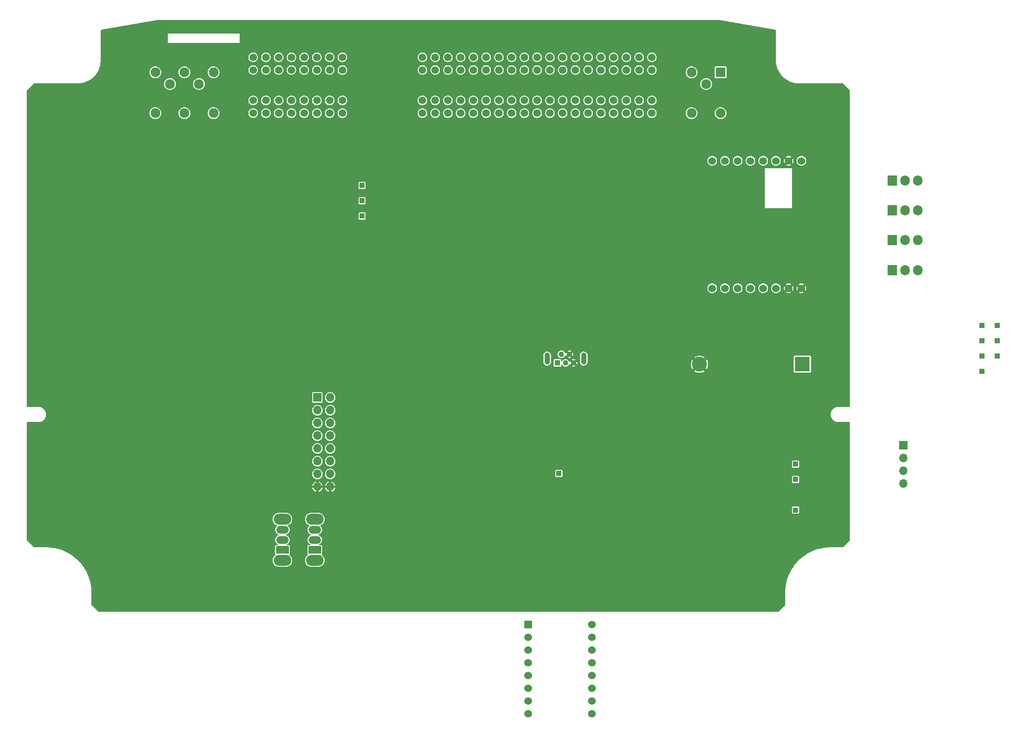
<source format=gbr>
%TF.GenerationSoftware,KiCad,Pcbnew,7.0.7-2.fc38*%
%TF.CreationDate,2023-10-14T02:21:00-03:00*%
%TF.ProjectId,OpenEFI_rev4,4f70656e-4546-4495-9f72-6576342e6b69,v3.0*%
%TF.SameCoordinates,Original*%
%TF.FileFunction,Copper,L4,Bot*%
%TF.FilePolarity,Positive*%
%FSLAX46Y46*%
G04 Gerber Fmt 4.6, Leading zero omitted, Abs format (unit mm)*
G04 Created by KiCad (PCBNEW 7.0.7-2.fc38) date 2023-10-14 02:21:00*
%MOMM*%
%LPD*%
G01*
G04 APERTURE LIST*
%TA.AperFunction,ComponentPad*%
%ADD10R,1.700000X1.700000*%
%TD*%
%TA.AperFunction,ComponentPad*%
%ADD11O,1.700000X1.700000*%
%TD*%
%TA.AperFunction,ComponentPad*%
%ADD12R,1.905000X2.000000*%
%TD*%
%TA.AperFunction,ComponentPad*%
%ADD13O,1.905000X2.000000*%
%TD*%
%TA.AperFunction,ComponentPad*%
%ADD14R,1.000000X1.000000*%
%TD*%
%TA.AperFunction,ComponentPad*%
%ADD15R,1.950000X1.950000*%
%TD*%
%TA.AperFunction,ComponentPad*%
%ADD16C,1.950000*%
%TD*%
%TA.AperFunction,ComponentPad*%
%ADD17C,1.508000*%
%TD*%
%TA.AperFunction,ComponentPad*%
%ADD18R,1.100000X1.100000*%
%TD*%
%TA.AperFunction,ComponentPad*%
%ADD19C,1.100000*%
%TD*%
%TA.AperFunction,ComponentPad*%
%ADD20O,1.100000X2.400000*%
%TD*%
%TA.AperFunction,ComponentPad*%
%ADD21O,3.500000X2.200000*%
%TD*%
%TA.AperFunction,ComponentPad*%
%ADD22R,2.500000X1.500000*%
%TD*%
%TA.AperFunction,ComponentPad*%
%ADD23O,2.500000X1.500000*%
%TD*%
%TA.AperFunction,ComponentPad*%
%ADD24R,3.000000X3.000000*%
%TD*%
%TA.AperFunction,ComponentPad*%
%ADD25C,3.000000*%
%TD*%
%TA.AperFunction,ComponentPad*%
%ADD26C,1.524000*%
%TD*%
%TA.AperFunction,ComponentPad*%
%ADD27R,1.530000X1.530000*%
%TD*%
%TA.AperFunction,ComponentPad*%
%ADD28C,1.530000*%
%TD*%
G04 APERTURE END LIST*
D10*
%TO.P,J4,1,Pin_1*%
%TO.N,+3V3*%
X175135000Y-119800000D03*
D11*
%TO.P,J4,2,Pin_2*%
%TO.N,+5C*%
X177675000Y-119800000D03*
%TO.P,J4,3,Pin_3*%
%TO.N,/AUX_CS_1*%
X175135000Y-122340000D03*
%TO.P,J4,4,Pin_4*%
%TO.N,/SPI2_SCK*%
X177675000Y-122340000D03*
%TO.P,J4,5,Pin_5*%
%TO.N,/AUX_CS_2*%
X175135000Y-124880000D03*
%TO.P,J4,6,Pin_6*%
%TO.N,/SPI2_MISO*%
X177675000Y-124880000D03*
%TO.P,J4,7,Pin_7*%
%TO.N,/AUX_IN_1*%
X175135000Y-127420000D03*
%TO.P,J4,8,Pin_8*%
%TO.N,/SPI2_MOSI*%
X177675000Y-127420000D03*
%TO.P,J4,9,Pin_9*%
%TO.N,/AUX_IN_2*%
X175135000Y-129960000D03*
%TO.P,J4,10,Pin_10*%
%TO.N,/AUX_OUT_1*%
X177675000Y-129960000D03*
%TO.P,J4,11,Pin_11*%
%TO.N,/AUX_IN_3*%
X175135000Y-132500000D03*
%TO.P,J4,12,Pin_12*%
%TO.N,/AUX_OUT_2*%
X177675000Y-132500000D03*
%TO.P,J4,13,Pin_13*%
%TO.N,/AUX_IN_4*%
X175135000Y-135040000D03*
%TO.P,J4,14,Pin_14*%
%TO.N,/AUX_OUT_3*%
X177675000Y-135040000D03*
%TO.P,J4,15,Pin_15*%
%TO.N,GND*%
X175135000Y-137580000D03*
%TO.P,J4,16,Pin_16*%
X177675000Y-137580000D03*
%TD*%
D12*
%TO.P,Q7,1,G*%
%TO.N,Net-(Q7-G)*%
X289650800Y-82500800D03*
D13*
%TO.P,Q7,2,D*%
%TO.N,Net-(D4-A1)*%
X292190800Y-82500800D03*
%TO.P,Q7,3,S*%
%TO.N,Net-(Q7-S)*%
X294730800Y-82500800D03*
%TD*%
D12*
%TO.P,Q6,1,G*%
%TO.N,Net-(Q6-G)*%
X289650800Y-76540800D03*
D13*
%TO.P,Q6,2,D*%
%TO.N,Net-(D4-A1)*%
X292190800Y-76540800D03*
%TO.P,Q6,3,S*%
%TO.N,+12VA*%
X294730800Y-76540800D03*
%TD*%
D14*
%TO.P,TP20,1,1*%
%TO.N,/Sensores/CH_VBATT*%
X184042300Y-77537600D03*
%TD*%
D10*
%TO.P,J7,1,Pin_1*%
%TO.N,/SPI2_SCK*%
X291875800Y-129323600D03*
D11*
%TO.P,J7,2,Pin_2*%
%TO.N,/SPI2_MOSI*%
X291875800Y-131863600D03*
%TO.P,J7,3,Pin_3*%
%TO.N,/SPI2_MISO*%
X291875800Y-134403600D03*
%TO.P,J7,4,Pin_4*%
%TO.N,GND*%
X291875800Y-136943600D03*
%TD*%
D14*
%TO.P,TP21,1,1*%
%TO.N,/Sensores/AUX_CH8*%
X310605800Y-111553600D03*
%TD*%
D15*
%TO.P,J6,1,1*%
%TO.N,unconnected-(J6-Pad1)*%
X255490800Y-55014400D03*
D16*
%TO.P,J6,2,2*%
%TO.N,unconnected-(J6-Pad2)*%
X249690800Y-55014400D03*
%TO.P,J6,3,3*%
%TO.N,unconnected-(J6-Pad3)*%
X252590800Y-57344400D03*
%TO.P,J6,4,4*%
%TO.N,unconnected-(J6-Pad4)*%
X255490800Y-63144400D03*
%TO.P,J6,5,5*%
%TO.N,unconnected-(J6-Pad5)*%
X249690800Y-63144400D03*
D17*
%TO.P,J6,6,6*%
%TO.N,unconnected-(J6-Pad6)*%
X196060800Y-63144400D03*
%TO.P,J6,7,7*%
%TO.N,unconnected-(J6-Pad7)*%
X198600800Y-63144400D03*
%TO.P,J6,8,8*%
%TO.N,unconnected-(J6-Pad8)*%
X201140800Y-63144400D03*
%TO.P,J6,9,9*%
%TO.N,unconnected-(J6-Pad9)*%
X203680800Y-63144400D03*
%TO.P,J6,10,10*%
%TO.N,unconnected-(J6-Pad10)*%
X206220800Y-63144400D03*
%TO.P,J6,11,11*%
%TO.N,unconnected-(J6-Pad11)*%
X208760800Y-63144400D03*
%TO.P,J6,12,12*%
%TO.N,unconnected-(J6-Pad12)*%
X211300800Y-63144400D03*
%TO.P,J6,13,13*%
%TO.N,unconnected-(J6-Pad13)*%
X213840800Y-63144400D03*
%TO.P,J6,14,14*%
%TO.N,unconnected-(J6-Pad14)*%
X216380800Y-63144400D03*
%TO.P,J6,15,15*%
%TO.N,unconnected-(J6-Pad15)*%
X218920800Y-63144400D03*
%TO.P,J6,16,16*%
%TO.N,unconnected-(J6-Pad16)*%
X221460800Y-63144400D03*
%TO.P,J6,17,17*%
%TO.N,unconnected-(J6-Pad17)*%
X224000800Y-63144400D03*
%TO.P,J6,18,18*%
%TO.N,unconnected-(J6-Pad18)*%
X226540800Y-63144400D03*
%TO.P,J6,19,19*%
%TO.N,unconnected-(J6-Pad19)*%
X229080800Y-63144400D03*
%TO.P,J6,20,20*%
%TO.N,unconnected-(J6-Pad20)*%
X231620800Y-63144400D03*
%TO.P,J6,21,21*%
%TO.N,unconnected-(J6-Pad21)*%
X234160800Y-63144400D03*
%TO.P,J6,22,22*%
%TO.N,unconnected-(J6-Pad22)*%
X236700800Y-63144400D03*
%TO.P,J6,23,23*%
%TO.N,unconnected-(J6-Pad23)*%
X239240800Y-63144400D03*
%TO.P,J6,24,24*%
%TO.N,unconnected-(J6-Pad24)*%
X241780800Y-63144400D03*
%TO.P,J6,25,25*%
%TO.N,unconnected-(J6-Pad25)*%
X196060800Y-60604400D03*
%TO.P,J6,26,26*%
%TO.N,unconnected-(J6-Pad26)*%
X198600800Y-60604400D03*
%TO.P,J6,27,27*%
%TO.N,unconnected-(J6-Pad27)*%
X201140800Y-60604400D03*
%TO.P,J6,28,28*%
%TO.N,unconnected-(J6-Pad28)*%
X203680800Y-60604400D03*
%TO.P,J6,29,29*%
%TO.N,unconnected-(J6-Pad29)*%
X206220800Y-60604400D03*
%TO.P,J6,30,30*%
%TO.N,unconnected-(J6-Pad30)*%
X208760800Y-60604400D03*
%TO.P,J6,31,31*%
%TO.N,unconnected-(J6-Pad31)*%
X211300800Y-60604400D03*
%TO.P,J6,32,32*%
%TO.N,unconnected-(J6-Pad32)*%
X213840800Y-60604400D03*
%TO.P,J6,33,33*%
%TO.N,unconnected-(J6-Pad33)*%
X216380800Y-60604400D03*
%TO.P,J6,34,34*%
%TO.N,unconnected-(J6-Pad34)*%
X218920800Y-60604400D03*
%TO.P,J6,35,35*%
%TO.N,unconnected-(J6-Pad35)*%
X221460800Y-60604400D03*
%TO.P,J6,36,36*%
%TO.N,unconnected-(J6-Pad36)*%
X224000800Y-60604400D03*
%TO.P,J6,37,37*%
%TO.N,unconnected-(J6-Pad37)*%
X226540800Y-60604400D03*
%TO.P,J6,38,38*%
%TO.N,unconnected-(J6-Pad38)*%
X229080800Y-60604400D03*
%TO.P,J6,39,39*%
%TO.N,unconnected-(J6-Pad39)*%
X231620800Y-60604400D03*
%TO.P,J6,40,40*%
%TO.N,unconnected-(J6-Pad40)*%
X234160800Y-60604400D03*
%TO.P,J6,41,41*%
%TO.N,unconnected-(J6-Pad41)*%
X236700800Y-60604400D03*
%TO.P,J6,42,42*%
%TO.N,unconnected-(J6-Pad42)*%
X239240800Y-60604400D03*
%TO.P,J6,43,43*%
%TO.N,unconnected-(J6-Pad43)*%
X241780800Y-60604400D03*
%TO.P,J6,44,44*%
%TO.N,unconnected-(J6-Pad44)*%
X196060800Y-54554400D03*
%TO.P,J6,45,45*%
%TO.N,unconnected-(J6-Pad45)*%
X198600800Y-54554400D03*
%TO.P,J6,46,46*%
%TO.N,unconnected-(J6-Pad46)*%
X201140800Y-54554400D03*
%TO.P,J6,47,47*%
%TO.N,unconnected-(J6-Pad47)*%
X203680800Y-54554400D03*
%TO.P,J6,48,48*%
%TO.N,unconnected-(J6-Pad48)*%
X206220800Y-54554400D03*
%TO.P,J6,49,49*%
%TO.N,unconnected-(J6-Pad49)*%
X208760800Y-54554400D03*
%TO.P,J6,50,50*%
%TO.N,unconnected-(J6-Pad50)*%
X211300800Y-54554400D03*
%TO.P,J6,51,51*%
%TO.N,unconnected-(J6-Pad51)*%
X213840800Y-54554400D03*
%TO.P,J6,52,52*%
%TO.N,unconnected-(J6-Pad52)*%
X216380800Y-54554400D03*
%TO.P,J6,53,53*%
%TO.N,unconnected-(J6-Pad53)*%
X218920800Y-54554400D03*
%TO.P,J6,54,54*%
%TO.N,unconnected-(J6-Pad54)*%
X221460800Y-54554400D03*
%TO.P,J6,55,55*%
%TO.N,unconnected-(J6-Pad55)*%
X224000800Y-54554400D03*
%TO.P,J6,56,56*%
%TO.N,unconnected-(J6-Pad56)*%
X226540800Y-54554400D03*
%TO.P,J6,57,57*%
%TO.N,unconnected-(J6-Pad57)*%
X229080800Y-54554400D03*
%TO.P,J6,58,58*%
%TO.N,unconnected-(J6-Pad58)*%
X231620800Y-54554400D03*
%TO.P,J6,59,59*%
%TO.N,unconnected-(J6-Pad59)*%
X234160800Y-54554400D03*
%TO.P,J6,60,60*%
%TO.N,unconnected-(J6-Pad60)*%
X236700800Y-54554400D03*
%TO.P,J6,61,61*%
%TO.N,unconnected-(J6-Pad61)*%
X239240800Y-54554400D03*
%TO.P,J6,62,62*%
%TO.N,unconnected-(J6-Pad62)*%
X241780800Y-54554400D03*
%TO.P,J6,63,63*%
%TO.N,unconnected-(J6-Pad63)*%
X196060800Y-52014400D03*
%TO.P,J6,64,64*%
%TO.N,unconnected-(J6-Pad64)*%
X198600800Y-52014400D03*
%TO.P,J6,65,65*%
%TO.N,unconnected-(J6-Pad65)*%
X201140800Y-52014400D03*
%TO.P,J6,66,66*%
%TO.N,unconnected-(J6-Pad66)*%
X203680800Y-52014400D03*
%TO.P,J6,67,67*%
%TO.N,unconnected-(J6-Pad67)*%
X206220800Y-52014400D03*
%TO.P,J6,68,68*%
%TO.N,unconnected-(J6-Pad68)*%
X208760800Y-52014400D03*
%TO.P,J6,69,69*%
%TO.N,unconnected-(J6-Pad69)*%
X211300800Y-52014400D03*
%TO.P,J6,70,70*%
%TO.N,unconnected-(J6-Pad70)*%
X213840800Y-52014400D03*
%TO.P,J6,71,71*%
%TO.N,unconnected-(J6-Pad71)*%
X216380800Y-52014400D03*
%TO.P,J6,72,72*%
%TO.N,unconnected-(J6-Pad72)*%
X218920800Y-52014400D03*
%TO.P,J6,73,73*%
%TO.N,unconnected-(J6-Pad73)*%
X221460800Y-52014400D03*
%TO.P,J6,74,74*%
%TO.N,unconnected-(J6-Pad74)*%
X224000800Y-52014400D03*
%TO.P,J6,75,75*%
%TO.N,unconnected-(J6-Pad75)*%
X226540800Y-52014400D03*
%TO.P,J6,76,76*%
%TO.N,unconnected-(J6-Pad76)*%
X229080800Y-52014400D03*
%TO.P,J6,77,77*%
%TO.N,unconnected-(J6-Pad77)*%
X231620800Y-52014400D03*
%TO.P,J6,78,78*%
%TO.N,unconnected-(J6-Pad78)*%
X234160800Y-52014400D03*
%TO.P,J6,79,79*%
%TO.N,unconnected-(J6-Pad79)*%
X236700800Y-52014400D03*
%TO.P,J6,80,80*%
%TO.N,unconnected-(J6-Pad80)*%
X239240800Y-52014400D03*
%TO.P,J6,81,81*%
%TO.N,unconnected-(J6-Pad81)*%
X241780800Y-52014400D03*
%TO.P,J6,82,82*%
%TO.N,unconnected-(J6-Pad82)*%
X180120800Y-52014400D03*
%TO.P,J6,83,83*%
%TO.N,unconnected-(J6-Pad83)*%
X177580800Y-52014400D03*
%TO.P,J6,84,84*%
%TO.N,unconnected-(J6-Pad84)*%
X175040800Y-52014400D03*
%TO.P,J6,85,85*%
%TO.N,unconnected-(J6-Pad85)*%
X172500800Y-52014400D03*
%TO.P,J6,86,86*%
%TO.N,unconnected-(J6-Pad86)*%
X169960800Y-52014400D03*
%TO.P,J6,87,87*%
%TO.N,unconnected-(J6-Pad87)*%
X167420800Y-52014400D03*
%TO.P,J6,88,88*%
%TO.N,unconnected-(J6-Pad88)*%
X164880800Y-52014400D03*
%TO.P,J6,89,89*%
%TO.N,unconnected-(J6-Pad89)*%
X162340800Y-52014400D03*
%TO.P,J6,90,90*%
%TO.N,unconnected-(J6-Pad90)*%
X180120800Y-54554400D03*
%TO.P,J6,91,91*%
%TO.N,unconnected-(J6-Pad91)*%
X177580800Y-54554400D03*
%TO.P,J6,92,92*%
%TO.N,unconnected-(J6-Pad92)*%
X175040800Y-54554400D03*
%TO.P,J6,93,93*%
%TO.N,unconnected-(J6-Pad93)*%
X172500800Y-54554400D03*
%TO.P,J6,94,94*%
%TO.N,unconnected-(J6-Pad94)*%
X169960800Y-54554400D03*
%TO.P,J6,95,95*%
%TO.N,unconnected-(J6-Pad95)*%
X167420800Y-54554400D03*
%TO.P,J6,96,96*%
%TO.N,unconnected-(J6-Pad96)*%
X164880800Y-54554400D03*
%TO.P,J6,97,97*%
%TO.N,unconnected-(J6-Pad97)*%
X162340800Y-54554400D03*
%TO.P,J6,98,98*%
%TO.N,unconnected-(J6-Pad98)*%
X180120800Y-60604400D03*
%TO.P,J6,99,99*%
%TO.N,unconnected-(J6-Pad99)*%
X177580800Y-60604400D03*
%TO.P,J6,100,100*%
%TO.N,unconnected-(J6-Pad100)*%
X175040800Y-60604400D03*
%TO.P,J6,101,101*%
%TO.N,unconnected-(J6-Pad101)*%
X172500800Y-60604400D03*
%TO.P,J6,102,102*%
%TO.N,unconnected-(J6-Pad102)*%
X169960800Y-60604400D03*
%TO.P,J6,103,103*%
%TO.N,unconnected-(J6-Pad103)*%
X167420800Y-60604400D03*
%TO.P,J6,104,104*%
%TO.N,unconnected-(J6-Pad104)*%
X164880800Y-60604400D03*
%TO.P,J6,105,105*%
%TO.N,unconnected-(J6-Pad105)*%
X162340800Y-60604400D03*
%TO.P,J6,106,106*%
%TO.N,unconnected-(J6-Pad106)*%
X180120800Y-63144400D03*
%TO.P,J6,107,107*%
%TO.N,unconnected-(J6-Pad107)*%
X177580800Y-63144400D03*
%TO.P,J6,108,108*%
%TO.N,unconnected-(J6-Pad108)*%
X175040800Y-63144400D03*
%TO.P,J6,109,109*%
%TO.N,unconnected-(J6-Pad109)*%
X172500800Y-63144400D03*
%TO.P,J6,110,110*%
%TO.N,unconnected-(J6-Pad110)*%
X169960800Y-63144400D03*
%TO.P,J6,111,111*%
%TO.N,unconnected-(J6-Pad111)*%
X167420800Y-63144400D03*
%TO.P,J6,112,112*%
%TO.N,unconnected-(J6-Pad112)*%
X164880800Y-63144400D03*
%TO.P,J6,113,113*%
%TO.N,unconnected-(J6-Pad113)*%
X162340800Y-63144400D03*
D16*
%TO.P,J6,114,114*%
%TO.N,unconnected-(J6-Pad114)*%
X154440800Y-55014400D03*
%TO.P,J6,115,115*%
%TO.N,unconnected-(J6-Pad115)*%
X148640800Y-55014400D03*
%TO.P,J6,116,116*%
%TO.N,unconnected-(J6-Pad116)*%
X142840800Y-55014400D03*
%TO.P,J6,117,117*%
%TO.N,unconnected-(J6-Pad117)*%
X151540800Y-57344400D03*
%TO.P,J6,118,118*%
%TO.N,unconnected-(J6-Pad118)*%
X145740800Y-57344400D03*
%TO.P,J6,119,119*%
%TO.N,unconnected-(J6-Pad119)*%
X154440800Y-63144400D03*
%TO.P,J6,120,120*%
%TO.N,unconnected-(J6-Pad120)*%
X148640800Y-63144400D03*
%TO.P,J6,121,121*%
%TO.N,unconnected-(J6-Pad121)*%
X142840800Y-63144400D03*
%TD*%
D18*
%TO.P,J1,1,VBUS*%
%TO.N,/VBUS*%
X222961600Y-112928400D03*
D19*
%TO.P,J1,2,D-*%
%TO.N,/USB_D-*%
X223761600Y-111178400D03*
%TO.P,J1,3,D+*%
%TO.N,/USB_D+*%
X224561600Y-112928400D03*
%TO.P,J1,4,GND*%
%TO.N,GND*%
X225361600Y-111178400D03*
%TO.P,J1,5,Shield*%
X226161600Y-112928400D03*
D20*
%TO.P,J1,6*%
%TO.N,N/C*%
X220911600Y-112053400D03*
X228211600Y-112053400D03*
%TD*%
D21*
%TO.P,SW2,*%
%TO.N,*%
X168160000Y-152270000D03*
X168160000Y-144070000D03*
D22*
%TO.P,SW2,1,A*%
%TO.N,Net-(SW2-A)*%
X168160000Y-150170000D03*
D23*
%TO.P,SW2,2,B*%
%TO.N,CMP+*%
X168160000Y-148170000D03*
%TO.P,SW2,3,C*%
%TO.N,Net-(Q17-D)*%
X168160000Y-146170000D03*
%TD*%
D12*
%TO.P,U5,1,IN*%
%TO.N,+12V*%
X289650800Y-94420800D03*
D13*
%TO.P,U5,2,GND*%
%TO.N,GND*%
X292190800Y-94420800D03*
%TO.P,U5,3,OUT*%
%TO.N,+5C*%
X294730800Y-94420800D03*
%TD*%
D14*
%TO.P,TP17,1,1*%
%TO.N,/Sensores/AUX_CH6*%
X310605800Y-105453600D03*
%TD*%
D12*
%TO.P,Q10,1,G*%
%TO.N,Net-(Q10-G)*%
X289650800Y-88460800D03*
D13*
%TO.P,Q10,2,D*%
%TO.N,+5VA*%
X292190800Y-88460800D03*
%TO.P,Q10,3,S*%
%TO.N,+5C*%
X294730800Y-88460800D03*
%TD*%
D14*
%TO.P,TP16,1,1*%
%TO.N,/Sensores/AUX_CH5*%
X307555800Y-114603600D03*
%TD*%
%TO.P,TP12,1,1*%
%TO.N,/Sensores/AUX_CH3*%
X307555800Y-108503600D03*
%TD*%
D24*
%TO.P,BT1,1,+*%
%TO.N,Net-(BT1-+)*%
X271780000Y-113182400D03*
D25*
%TO.P,BT1,2,-*%
%TO.N,GND*%
X251290000Y-113182400D03*
%TD*%
D14*
%TO.P,TP11,1,1*%
%TO.N,/Sensores/AUX_CH2*%
X307555800Y-105453600D03*
%TD*%
%TO.P,TP19,1,1*%
%TO.N,/Sensores/CH_TPS*%
X270408400Y-142240000D03*
%TD*%
D26*
%TO.P,U19,1,5V*%
%TO.N,+5C*%
X271576800Y-72644000D03*
%TO.P,U19,2,GND*%
%TO.N,GND*%
X269036800Y-72644000D03*
%TO.P,U19,3,SEL_1*%
%TO.N,unconnected-(U19-SEL_1-Pad3)*%
X266496800Y-72644000D03*
%TO.P,U19,4,SEL_2*%
%TO.N,unconnected-(U19-SEL_2-Pad4)*%
X263956800Y-72644000D03*
%TO.P,U19,5,CAN_RX*%
%TO.N,/Sensores/CAN_RX*%
X261416800Y-72644000D03*
%TO.P,U19,6,CAN_TX*%
%TO.N,/Sensores/CAN_TX*%
X258876800Y-72644000D03*
%TO.P,U19,7,VBatt_Sense*%
%TO.N,/Sensores/LSU_Heater+*%
X256336800Y-72644000D03*
%TO.P,U19,8,Boot0*%
%TO.N,/Sensores/Boot0*%
X253796800Y-72644000D03*
%TO.P,U19,9,HEAT_GND*%
%TO.N,GND*%
X271576800Y-98044000D03*
%TO.P,U19,10,HEAT_GND2*%
X269036800Y-98044000D03*
%TO.P,U19,11,HEATER-*%
%TO.N,/Sensores/LSU_Heater-*%
X266496800Y-98044000D03*
%TO.P,U19,12,HEATER-*%
X263956800Y-98044000D03*
%TO.P,U19,13,LSU_ip*%
%TO.N,/Sensores/LSU_Ip*%
X261416800Y-98044000D03*
%TO.P,U19,14,LSU_vm*%
%TO.N,/Sensores/LSU_Vm*%
X258876800Y-98044000D03*
%TO.P,U19,15,LSU_rtrim*%
%TO.N,/Sensores/LSU_Rtrim*%
X256336800Y-98044000D03*
%TO.P,U19,16,LSU_un*%
%TO.N,/Sensores/LSU_Un*%
X253796800Y-98044000D03*
%TD*%
D14*
%TO.P,TP18,1,1*%
%TO.N,/Sensores/AUX_CH7*%
X310605800Y-108503600D03*
%TD*%
%TO.P,TP14,1,1*%
%TO.N,/Sensores/CH_IAT*%
X270408400Y-133090000D03*
%TD*%
%TO.P,TP23,1,1*%
%TO.N,/Sensores/CH_MAP*%
X184042300Y-80587600D03*
%TD*%
%TO.P,TP25,1,1*%
%TO.N,/Sensores/CH_O2*%
X184042300Y-83637600D03*
%TD*%
D21*
%TO.P,SW3,*%
%TO.N,*%
X174605000Y-152270000D03*
X174605000Y-144070000D03*
D22*
%TO.P,SW3,1,A*%
%TO.N,/CKP/CMP_sensors/CKP_VR*%
X174605000Y-150170000D03*
D23*
%TO.P,SW3,2,B*%
%TO.N,CKP+*%
X174605000Y-148170000D03*
%TO.P,SW3,3,C*%
%TO.N,Net-(Q18-D)*%
X174605000Y-146170000D03*
%TD*%
D27*
%TO.P,U23,1,ENABLE*%
%TO.N,/MTR_ENABLE*%
X217145000Y-165035000D03*
D28*
%TO.P,U23,2,M0*%
%TO.N,Net-(JP2-B)*%
X217145000Y-167575000D03*
%TO.P,U23,3,M1*%
%TO.N,Net-(JP1-B)*%
X217145000Y-170115000D03*
%TO.P,U23,4,M2*%
%TO.N,Net-(JP3-B)*%
X217145000Y-172655000D03*
%TO.P,U23,5,RESET*%
%TO.N,+3V3*%
X217145000Y-175195000D03*
%TO.P,U23,6,SLEEP*%
X217145000Y-177735000D03*
%TO.P,U23,7,STEP*%
%TO.N,/MTR_STEP*%
X217145000Y-180275000D03*
%TO.P,U23,8,DIR*%
%TO.N,/MTR_DIR*%
X217145000Y-182815000D03*
%TO.P,U23,9,GND*%
%TO.N,GND*%
X229845000Y-182815000D03*
%TO.P,U23,10,FAULT*%
%TO.N,Net-(JP5-A)*%
X229845000Y-180275000D03*
%TO.P,U23,11,A2*%
%TO.N,H4*%
X229845000Y-177735000D03*
%TO.P,U23,12,A1*%
%TO.N,G4*%
X229845000Y-175195000D03*
%TO.P,U23,13,B1*%
%TO.N,F4*%
X229845000Y-172655000D03*
%TO.P,U23,14,B2*%
%TO.N,E4*%
X229845000Y-170115000D03*
%TO.P,U23,15,GND*%
%TO.N,GND*%
X229845000Y-167575000D03*
%TO.P,U23,16,VMOT*%
%TO.N,+12V*%
X229845000Y-165035000D03*
%TD*%
D14*
%TO.P,TP13,1,1*%
%TO.N,/Sensores/AUX_CH4*%
X307555800Y-111553600D03*
%TD*%
%TO.P,TP10,1,1*%
%TO.N,/Sensores/AUX_CH1*%
X223250400Y-134954600D03*
%TD*%
%TO.P,TP15,1,1*%
%TO.N,/Sensores/CH_CLT*%
X270408400Y-136140000D03*
%TD*%
%TA.AperFunction,Conductor*%
%TO.N,GND*%
G36*
X255206663Y-44549805D02*
G01*
X266446744Y-46532182D01*
X266500766Y-46560909D01*
X266527586Y-46615903D01*
X266528549Y-46629677D01*
X266528549Y-52706671D01*
X266527652Y-52709431D01*
X266528493Y-52746046D01*
X266528493Y-52746047D01*
X266530332Y-52826081D01*
X266533230Y-52952246D01*
X266580034Y-53362077D01*
X266663653Y-53766001D01*
X266756583Y-54072312D01*
X266783411Y-54160740D01*
X266938322Y-54543045D01*
X266961434Y-54587941D01*
X267127121Y-54909797D01*
X267348269Y-55258006D01*
X267348279Y-55258020D01*
X267599947Y-55584810D01*
X267599951Y-55584814D01*
X267599957Y-55584822D01*
X267726802Y-55721890D01*
X267880127Y-55887573D01*
X268171053Y-56149870D01*
X268186493Y-56163790D01*
X268516548Y-56411212D01*
X268516555Y-56411217D01*
X268867581Y-56627809D01*
X268867590Y-56627814D01*
X268867598Y-56627819D01*
X269236773Y-56811841D01*
X269621058Y-56961775D01*
X269621061Y-56961776D01*
X269749224Y-56998848D01*
X270017311Y-57076394D01*
X270422296Y-57154764D01*
X270832703Y-57196242D01*
X271027375Y-57198184D01*
X271028457Y-57198300D01*
X271036962Y-57198300D01*
X271038837Y-57198300D01*
X271040506Y-57198317D01*
X271042353Y-57198336D01*
X271042353Y-57198335D01*
X271056361Y-57198479D01*
X271057543Y-57198300D01*
X279779478Y-57198300D01*
X279837669Y-57217207D01*
X279849482Y-57227296D01*
X281199554Y-58577367D01*
X281227331Y-58631884D01*
X281228550Y-58647371D01*
X281228550Y-121578300D01*
X281209643Y-121636491D01*
X281160143Y-121672455D01*
X281129550Y-121677300D01*
X278939051Y-121677300D01*
X278820165Y-121677288D01*
X278820164Y-121677288D01*
X278820158Y-121677288D01*
X278585320Y-121714462D01*
X278585306Y-121714465D01*
X278359171Y-121787921D01*
X278147308Y-121895853D01*
X277954941Y-122035599D01*
X277954935Y-122035603D01*
X277786801Y-122203719D01*
X277786796Y-122203726D01*
X277647035Y-122396074D01*
X277647030Y-122396083D01*
X277539078Y-122607934D01*
X277539077Y-122607937D01*
X277465600Y-122834064D01*
X277465599Y-122834068D01*
X277465594Y-122834100D01*
X277428400Y-123068912D01*
X277428400Y-123306687D01*
X277429754Y-123315232D01*
X277465599Y-123541532D01*
X277465600Y-123541535D01*
X277539077Y-123767662D01*
X277539078Y-123767665D01*
X277647030Y-123979516D01*
X277647035Y-123979525D01*
X277786796Y-124171873D01*
X277786801Y-124171880D01*
X277954935Y-124339996D01*
X277954937Y-124339997D01*
X277954939Y-124339999D01*
X278147309Y-124479747D01*
X278216387Y-124514938D01*
X278359171Y-124587678D01*
X278585306Y-124661134D01*
X278585308Y-124661134D01*
X278585316Y-124661137D01*
X278766954Y-124689889D01*
X278820158Y-124698311D01*
X278820158Y-124698310D01*
X278820165Y-124698312D01*
X278939051Y-124698300D01*
X281129550Y-124698300D01*
X281187741Y-124717207D01*
X281223705Y-124766707D01*
X281228550Y-124797300D01*
X281228550Y-148218229D01*
X281209643Y-148276420D01*
X281199554Y-148288233D01*
X279849483Y-149638304D01*
X279794966Y-149666081D01*
X279779479Y-149667300D01*
X277420107Y-149667300D01*
X277419953Y-149667250D01*
X277379050Y-149667250D01*
X277095883Y-149667252D01*
X276530667Y-149702815D01*
X276117986Y-149754951D01*
X275968790Y-149773800D01*
X275412506Y-149879920D01*
X275412501Y-149879921D01*
X275412497Y-149879922D01*
X275097066Y-149960912D01*
X274863959Y-150020765D01*
X274863955Y-150020766D01*
X274863956Y-150020766D01*
X274325342Y-150195775D01*
X274325254Y-150195810D01*
X273798778Y-150404259D01*
X273798779Y-150404259D01*
X273286359Y-150645387D01*
X273286353Y-150645389D01*
X273286345Y-150645394D01*
X273029479Y-150786607D01*
X272790061Y-150918230D01*
X272790062Y-150918230D01*
X272311887Y-151221692D01*
X272059424Y-151405119D01*
X271853721Y-151554572D01*
X271853714Y-151554577D01*
X271853715Y-151554577D01*
X271417356Y-151915567D01*
X271004516Y-152303251D01*
X270616833Y-152716094D01*
X270616497Y-152716500D01*
X270255841Y-153152461D01*
X270255834Y-153152470D01*
X270255832Y-153152473D01*
X269922960Y-153610635D01*
X269779905Y-153836053D01*
X269619509Y-154088798D01*
X269346673Y-154585085D01*
X269346666Y-154585100D01*
X269105539Y-155097525D01*
X269105536Y-155097533D01*
X268897056Y-155624096D01*
X268722052Y-156162704D01*
X268722050Y-156162712D01*
X268722050Y-156162711D01*
X268581213Y-156711236D01*
X268581213Y-156711237D01*
X268581211Y-156711246D01*
X268475091Y-157267549D01*
X268404111Y-157829417D01*
X268386248Y-158113346D01*
X268368550Y-158394638D01*
X268368550Y-161078228D01*
X268349643Y-161136419D01*
X268339554Y-161148232D01*
X266989483Y-162498304D01*
X266934966Y-162526081D01*
X266919479Y-162527300D01*
X131558620Y-162527300D01*
X131500429Y-162508393D01*
X131488616Y-162498304D01*
X130138546Y-161148234D01*
X130110769Y-161093717D01*
X130109550Y-161078230D01*
X130109550Y-161078228D01*
X130109550Y-158675713D01*
X130109549Y-158675710D01*
X130109549Y-158394635D01*
X130073988Y-157829419D01*
X130003008Y-157267552D01*
X130003006Y-157267543D01*
X130003007Y-157267543D01*
X129896886Y-156711242D01*
X129756048Y-156162714D01*
X129756048Y-156162713D01*
X129581044Y-155624104D01*
X129479858Y-155368537D01*
X129372560Y-155097533D01*
X129131427Y-154585100D01*
X129131425Y-154585095D01*
X128858589Y-154088810D01*
X128555134Y-153610642D01*
X128555133Y-153610642D01*
X128222259Y-153152480D01*
X128222259Y-153152479D01*
X127861264Y-152716111D01*
X127473581Y-152303270D01*
X127438155Y-152270003D01*
X166204532Y-152270003D01*
X166224363Y-152496684D01*
X166283262Y-152716500D01*
X166379426Y-152922723D01*
X166379434Y-152922737D01*
X166509946Y-153109130D01*
X166509947Y-153109132D01*
X166509950Y-153109135D01*
X166509953Y-153109139D01*
X166670861Y-153270047D01*
X166670864Y-153270049D01*
X166670867Y-153270052D01*
X166670869Y-153270053D01*
X166795130Y-153357060D01*
X166857266Y-153400568D01*
X166857272Y-153400571D01*
X166857276Y-153400573D01*
X167063500Y-153496737D01*
X167063504Y-153496739D01*
X167283308Y-153555635D01*
X167283312Y-153555635D01*
X167283315Y-153555636D01*
X167453211Y-153570500D01*
X167453216Y-153570500D01*
X168866789Y-153570500D01*
X169036684Y-153555636D01*
X169036685Y-153555635D01*
X169036692Y-153555635D01*
X169256496Y-153496739D01*
X169462734Y-153400568D01*
X169649139Y-153270047D01*
X169810047Y-153109139D01*
X169940568Y-152922734D01*
X170036739Y-152716496D01*
X170095635Y-152496692D01*
X170112558Y-152303270D01*
X170115468Y-152270003D01*
X172649532Y-152270003D01*
X172669363Y-152496684D01*
X172728262Y-152716500D01*
X172824426Y-152922723D01*
X172824434Y-152922737D01*
X172954946Y-153109130D01*
X172954947Y-153109132D01*
X172954950Y-153109135D01*
X172954953Y-153109139D01*
X173115861Y-153270047D01*
X173115864Y-153270049D01*
X173115867Y-153270052D01*
X173115869Y-153270053D01*
X173240131Y-153357060D01*
X173302266Y-153400568D01*
X173302272Y-153400571D01*
X173302276Y-153400573D01*
X173508500Y-153496737D01*
X173508504Y-153496739D01*
X173728308Y-153555635D01*
X173728312Y-153555635D01*
X173728315Y-153555636D01*
X173898211Y-153570500D01*
X173898216Y-153570500D01*
X175311789Y-153570500D01*
X175481684Y-153555636D01*
X175481685Y-153555635D01*
X175481692Y-153555635D01*
X175701496Y-153496739D01*
X175907734Y-153400568D01*
X176094139Y-153270047D01*
X176255047Y-153109139D01*
X176385568Y-152922734D01*
X176481739Y-152716496D01*
X176540635Y-152496692D01*
X176557558Y-152303270D01*
X176560468Y-152270003D01*
X176560468Y-152269996D01*
X176540636Y-152043315D01*
X176540635Y-152043312D01*
X176540635Y-152043308D01*
X176481739Y-151823504D01*
X176481737Y-151823499D01*
X176385573Y-151617276D01*
X176385571Y-151617272D01*
X176385568Y-151617266D01*
X176255053Y-151430869D01*
X176255052Y-151430867D01*
X176255049Y-151430864D01*
X176255047Y-151430861D01*
X176094139Y-151269953D01*
X176094135Y-151269950D01*
X176094134Y-151269949D01*
X176014343Y-151214079D01*
X175977521Y-151165214D01*
X175976453Y-151104038D01*
X175994972Y-151073218D01*
X175994135Y-151072659D01*
X175999552Y-151064552D01*
X176043867Y-150998231D01*
X176055500Y-150939748D01*
X176055500Y-149400252D01*
X176043867Y-149341769D01*
X175999552Y-149275448D01*
X175999548Y-149275445D01*
X175933233Y-149231134D01*
X175933231Y-149231133D01*
X175933228Y-149231132D01*
X175933227Y-149231132D01*
X175874758Y-149219501D01*
X175874748Y-149219500D01*
X175555098Y-149219500D01*
X175496907Y-149200593D01*
X175460943Y-149151093D01*
X175460943Y-149089907D01*
X175496907Y-149040407D01*
X175507043Y-149033944D01*
X175650791Y-148954159D01*
X175797468Y-148828240D01*
X175915796Y-148675373D01*
X176000930Y-148501816D01*
X176049385Y-148314674D01*
X176059176Y-148121610D01*
X176029903Y-147930526D01*
X176029903Y-147930525D01*
X175962766Y-147749250D01*
X175910020Y-147664627D01*
X175860509Y-147585193D01*
X175860506Y-147585190D01*
X175860502Y-147585185D01*
X175727324Y-147445082D01*
X175568665Y-147334651D01*
X175568660Y-147334648D01*
X175568658Y-147334647D01*
X175457228Y-147286828D01*
X175391714Y-147258714D01*
X175345696Y-147218391D01*
X175332168Y-147158720D01*
X175356297Y-147102493D01*
X175401118Y-147073278D01*
X175481768Y-147047974D01*
X175650791Y-146954159D01*
X175797468Y-146828240D01*
X175915796Y-146675373D01*
X176000930Y-146501816D01*
X176049385Y-146314674D01*
X176059176Y-146121610D01*
X176029903Y-145930526D01*
X176029903Y-145930525D01*
X175962766Y-145749250D01*
X175910020Y-145664627D01*
X175860509Y-145585193D01*
X175860506Y-145585190D01*
X175860502Y-145585185D01*
X175727323Y-145445081D01*
X175723517Y-145441814D01*
X175725021Y-145440060D01*
X175693559Y-145398512D01*
X175692347Y-145337338D01*
X175727323Y-145287136D01*
X175745242Y-145276339D01*
X175907734Y-145200568D01*
X176094139Y-145070047D01*
X176255047Y-144909139D01*
X176385568Y-144722734D01*
X176481739Y-144516496D01*
X176540635Y-144296692D01*
X176560468Y-144070000D01*
X176540635Y-143843308D01*
X176481739Y-143623504D01*
X176385568Y-143417266D01*
X176255053Y-143230869D01*
X176255052Y-143230867D01*
X176255049Y-143230864D01*
X176255047Y-143230861D01*
X176094139Y-143069953D01*
X176094135Y-143069950D01*
X176094132Y-143069947D01*
X176094130Y-143069946D01*
X175907737Y-142939434D01*
X175907736Y-142939433D01*
X175907734Y-142939432D01*
X175907731Y-142939430D01*
X175907723Y-142939426D01*
X175701499Y-142843262D01*
X175701500Y-142843262D01*
X175608067Y-142818227D01*
X175481692Y-142784365D01*
X175481691Y-142784364D01*
X175481684Y-142784363D01*
X175311789Y-142769500D01*
X175311784Y-142769500D01*
X173898216Y-142769500D01*
X173898211Y-142769500D01*
X173728315Y-142784363D01*
X173508499Y-142843262D01*
X173302276Y-142939426D01*
X173302262Y-142939434D01*
X173115869Y-143069946D01*
X173115867Y-143069947D01*
X172954947Y-143230867D01*
X172954946Y-143230869D01*
X172824434Y-143417262D01*
X172824426Y-143417276D01*
X172728262Y-143623499D01*
X172669363Y-143843315D01*
X172649532Y-144069996D01*
X172649532Y-144070003D01*
X172669363Y-144296684D01*
X172728262Y-144516500D01*
X172824426Y-144722723D01*
X172824434Y-144722737D01*
X172954946Y-144909130D01*
X172954947Y-144909132D01*
X172954950Y-144909135D01*
X172954953Y-144909139D01*
X173115861Y-145070047D01*
X173115864Y-145070049D01*
X173115867Y-145070052D01*
X173115869Y-145070053D01*
X173240130Y-145157061D01*
X173302266Y-145200568D01*
X173302272Y-145200571D01*
X173302276Y-145200573D01*
X173469514Y-145278558D01*
X173514262Y-145320286D01*
X173525937Y-145380347D01*
X173500079Y-145435800D01*
X173492161Y-145443399D01*
X173412531Y-145511759D01*
X173294203Y-145664627D01*
X173209071Y-145838180D01*
X173160614Y-146025328D01*
X173160614Y-146025332D01*
X173150824Y-146218390D01*
X173150823Y-146218393D01*
X173180096Y-146409474D01*
X173247233Y-146590749D01*
X173349492Y-146754808D01*
X173349497Y-146754814D01*
X173419294Y-146828240D01*
X173482677Y-146894919D01*
X173564689Y-146952001D01*
X173641334Y-147005348D01*
X173641337Y-147005350D01*
X173641342Y-147005353D01*
X173740656Y-147047972D01*
X173818284Y-147081285D01*
X173864303Y-147121608D01*
X173877831Y-147181279D01*
X173853703Y-147237506D01*
X173808881Y-147266722D01*
X173728228Y-147292027D01*
X173559212Y-147385838D01*
X173559209Y-147385840D01*
X173412531Y-147511759D01*
X173294203Y-147664627D01*
X173209071Y-147838180D01*
X173160614Y-148025328D01*
X173160614Y-148025332D01*
X173150824Y-148218390D01*
X173150823Y-148218393D01*
X173180096Y-148409474D01*
X173247233Y-148590749D01*
X173349492Y-148754808D01*
X173349497Y-148754814D01*
X173419294Y-148828240D01*
X173482677Y-148894919D01*
X173564689Y-148952001D01*
X173641334Y-149005348D01*
X173641337Y-149005350D01*
X173641342Y-149005353D01*
X173697665Y-149029523D01*
X173743684Y-149069846D01*
X173757213Y-149129517D01*
X173733084Y-149185744D01*
X173680514Y-149217050D01*
X173658624Y-149219500D01*
X173335252Y-149219500D01*
X173335251Y-149219500D01*
X173335241Y-149219501D01*
X173276772Y-149231132D01*
X173276766Y-149231134D01*
X173210451Y-149275445D01*
X173210445Y-149275451D01*
X173166134Y-149341766D01*
X173166132Y-149341772D01*
X173154501Y-149400241D01*
X173154500Y-149400253D01*
X173154500Y-150939746D01*
X173154501Y-150939758D01*
X173166132Y-150998227D01*
X173166134Y-150998233D01*
X173215865Y-151072659D01*
X173214330Y-151073684D01*
X173236653Y-151117496D01*
X173227082Y-151177928D01*
X173195656Y-151214079D01*
X173115865Y-151269949D01*
X172954947Y-151430867D01*
X172954946Y-151430869D01*
X172824434Y-151617262D01*
X172824426Y-151617276D01*
X172728262Y-151823499D01*
X172669363Y-152043315D01*
X172649532Y-152269996D01*
X172649532Y-152270003D01*
X170115468Y-152270003D01*
X170115468Y-152269996D01*
X170095636Y-152043315D01*
X170095635Y-152043312D01*
X170095635Y-152043308D01*
X170036739Y-151823504D01*
X170036737Y-151823499D01*
X169940573Y-151617276D01*
X169940571Y-151617272D01*
X169940568Y-151617266D01*
X169810053Y-151430869D01*
X169810052Y-151430867D01*
X169810049Y-151430864D01*
X169810047Y-151430861D01*
X169649139Y-151269953D01*
X169649135Y-151269950D01*
X169649134Y-151269949D01*
X169569343Y-151214079D01*
X169532521Y-151165214D01*
X169531453Y-151104038D01*
X169549972Y-151073218D01*
X169549135Y-151072659D01*
X169554552Y-151064552D01*
X169598867Y-150998231D01*
X169610500Y-150939748D01*
X169610500Y-149400252D01*
X169598867Y-149341769D01*
X169554552Y-149275448D01*
X169554548Y-149275445D01*
X169488233Y-149231134D01*
X169488231Y-149231133D01*
X169488228Y-149231132D01*
X169488227Y-149231132D01*
X169429758Y-149219501D01*
X169429748Y-149219500D01*
X169110098Y-149219500D01*
X169051907Y-149200593D01*
X169015943Y-149151093D01*
X169015943Y-149089907D01*
X169051907Y-149040407D01*
X169062043Y-149033944D01*
X169205791Y-148954159D01*
X169352468Y-148828240D01*
X169470796Y-148675373D01*
X169555930Y-148501816D01*
X169604385Y-148314674D01*
X169614176Y-148121610D01*
X169584903Y-147930526D01*
X169584903Y-147930525D01*
X169517766Y-147749250D01*
X169465020Y-147664627D01*
X169415509Y-147585193D01*
X169415506Y-147585190D01*
X169415502Y-147585185D01*
X169282324Y-147445082D01*
X169123665Y-147334651D01*
X169123660Y-147334648D01*
X169123658Y-147334647D01*
X169012228Y-147286828D01*
X168946714Y-147258714D01*
X168900696Y-147218391D01*
X168887168Y-147158720D01*
X168911297Y-147102493D01*
X168956118Y-147073278D01*
X169036768Y-147047974D01*
X169205791Y-146954159D01*
X169352468Y-146828240D01*
X169470796Y-146675373D01*
X169555930Y-146501816D01*
X169604385Y-146314674D01*
X169614176Y-146121610D01*
X169584903Y-145930526D01*
X169584903Y-145930525D01*
X169517766Y-145749250D01*
X169465020Y-145664627D01*
X169415509Y-145585193D01*
X169415506Y-145585190D01*
X169415502Y-145585185D01*
X169282323Y-145445081D01*
X169278517Y-145441814D01*
X169280021Y-145440060D01*
X169248559Y-145398512D01*
X169247347Y-145337338D01*
X169282323Y-145287136D01*
X169300242Y-145276339D01*
X169462734Y-145200568D01*
X169649139Y-145070047D01*
X169810047Y-144909139D01*
X169940568Y-144722734D01*
X170036739Y-144516496D01*
X170095635Y-144296692D01*
X170115468Y-144070000D01*
X170095635Y-143843308D01*
X170036739Y-143623504D01*
X169940568Y-143417266D01*
X169810053Y-143230869D01*
X169810052Y-143230867D01*
X169810049Y-143230864D01*
X169810047Y-143230861D01*
X169649139Y-143069953D01*
X169649135Y-143069950D01*
X169649132Y-143069947D01*
X169649130Y-143069946D01*
X169462737Y-142939434D01*
X169462736Y-142939433D01*
X169462734Y-142939432D01*
X169462731Y-142939430D01*
X169462723Y-142939426D01*
X169256499Y-142843262D01*
X169256500Y-142843262D01*
X169163067Y-142818227D01*
X169036692Y-142784365D01*
X169036691Y-142784364D01*
X169036684Y-142784363D01*
X168866789Y-142769500D01*
X168866784Y-142769500D01*
X167453216Y-142769500D01*
X167453211Y-142769500D01*
X167283315Y-142784363D01*
X167063499Y-142843262D01*
X166857276Y-142939426D01*
X166857262Y-142939434D01*
X166670869Y-143069946D01*
X166670867Y-143069947D01*
X166509947Y-143230867D01*
X166509946Y-143230869D01*
X166379434Y-143417262D01*
X166379426Y-143417276D01*
X166283262Y-143623499D01*
X166224363Y-143843315D01*
X166204532Y-144069996D01*
X166204532Y-144070003D01*
X166224363Y-144296684D01*
X166283262Y-144516500D01*
X166379426Y-144722723D01*
X166379434Y-144722737D01*
X166509946Y-144909130D01*
X166509947Y-144909132D01*
X166509950Y-144909135D01*
X166509953Y-144909139D01*
X166670861Y-145070047D01*
X166670864Y-145070049D01*
X166670867Y-145070052D01*
X166670869Y-145070053D01*
X166795130Y-145157061D01*
X166857266Y-145200568D01*
X166857272Y-145200571D01*
X166857276Y-145200573D01*
X167024514Y-145278558D01*
X167069262Y-145320286D01*
X167080937Y-145380347D01*
X167055079Y-145435800D01*
X167047161Y-145443399D01*
X166967531Y-145511759D01*
X166849203Y-145664627D01*
X166764071Y-145838180D01*
X166715614Y-146025328D01*
X166715614Y-146025332D01*
X166705824Y-146218390D01*
X166705823Y-146218393D01*
X166735096Y-146409474D01*
X166802233Y-146590749D01*
X166904492Y-146754808D01*
X166904497Y-146754814D01*
X166974294Y-146828240D01*
X167037677Y-146894919D01*
X167119689Y-146952001D01*
X167196334Y-147005348D01*
X167196337Y-147005350D01*
X167196342Y-147005353D01*
X167295656Y-147047972D01*
X167373284Y-147081285D01*
X167419303Y-147121608D01*
X167432831Y-147181279D01*
X167408703Y-147237506D01*
X167363881Y-147266722D01*
X167283228Y-147292027D01*
X167114212Y-147385838D01*
X167114209Y-147385840D01*
X166967531Y-147511759D01*
X166849203Y-147664627D01*
X166764071Y-147838180D01*
X166715614Y-148025328D01*
X166715614Y-148025332D01*
X166705824Y-148218390D01*
X166705823Y-148218393D01*
X166735096Y-148409474D01*
X166802233Y-148590749D01*
X166904492Y-148754808D01*
X166904497Y-148754814D01*
X166974294Y-148828240D01*
X167037677Y-148894919D01*
X167119689Y-148952001D01*
X167196334Y-149005348D01*
X167196337Y-149005350D01*
X167196342Y-149005353D01*
X167252665Y-149029523D01*
X167298684Y-149069846D01*
X167312213Y-149129517D01*
X167288084Y-149185744D01*
X167235514Y-149217050D01*
X167213624Y-149219500D01*
X166890252Y-149219500D01*
X166890251Y-149219500D01*
X166890241Y-149219501D01*
X166831772Y-149231132D01*
X166831766Y-149231134D01*
X166765451Y-149275445D01*
X166765445Y-149275451D01*
X166721134Y-149341766D01*
X166721132Y-149341772D01*
X166709501Y-149400241D01*
X166709500Y-149400253D01*
X166709500Y-150939746D01*
X166709501Y-150939758D01*
X166721132Y-150998227D01*
X166721134Y-150998233D01*
X166770865Y-151072659D01*
X166769330Y-151073684D01*
X166791653Y-151117496D01*
X166782082Y-151177928D01*
X166750656Y-151214079D01*
X166670865Y-151269949D01*
X166509947Y-151430867D01*
X166509946Y-151430869D01*
X166379434Y-151617262D01*
X166379426Y-151617276D01*
X166283262Y-151823499D01*
X166224363Y-152043315D01*
X166204532Y-152269996D01*
X166204532Y-152270003D01*
X127438155Y-152270003D01*
X127060740Y-151915587D01*
X126624372Y-151554592D01*
X126624371Y-151554592D01*
X126166209Y-151221718D01*
X126166209Y-151221717D01*
X125688041Y-150918261D01*
X125191756Y-150645426D01*
X124679323Y-150404294D01*
X124679325Y-150404294D01*
X124679317Y-150404291D01*
X124152755Y-150195810D01*
X124152752Y-150195809D01*
X124152747Y-150195807D01*
X123614138Y-150020802D01*
X123614137Y-150020802D01*
X123065609Y-149879964D01*
X123065604Y-149879963D01*
X123065600Y-149879962D01*
X122895365Y-149847488D01*
X122509308Y-149773843D01*
X122509299Y-149773842D01*
X121947432Y-149702862D01*
X121382216Y-149667301D01*
X121382211Y-149667301D01*
X118698620Y-149667301D01*
X118640429Y-149648394D01*
X118628616Y-149638305D01*
X117278546Y-148288234D01*
X117250769Y-148233717D01*
X117249550Y-148218230D01*
X117249550Y-142759746D01*
X269707900Y-142759746D01*
X269707901Y-142759758D01*
X269719532Y-142818227D01*
X269719534Y-142818233D01*
X269736258Y-142843262D01*
X269763848Y-142884552D01*
X269830169Y-142928867D01*
X269874631Y-142937711D01*
X269888641Y-142940498D01*
X269888646Y-142940498D01*
X269888652Y-142940500D01*
X269888653Y-142940500D01*
X270928147Y-142940500D01*
X270928148Y-142940500D01*
X270986631Y-142928867D01*
X271052952Y-142884552D01*
X271097267Y-142818231D01*
X271108900Y-142759748D01*
X271108900Y-141720252D01*
X271097267Y-141661769D01*
X271052952Y-141595448D01*
X271052948Y-141595445D01*
X270986633Y-141551134D01*
X270986631Y-141551133D01*
X270986628Y-141551132D01*
X270986627Y-141551132D01*
X270928158Y-141539501D01*
X270928148Y-141539500D01*
X269888652Y-141539500D01*
X269888651Y-141539500D01*
X269888641Y-141539501D01*
X269830172Y-141551132D01*
X269830166Y-141551134D01*
X269763851Y-141595445D01*
X269763845Y-141595451D01*
X269719534Y-141661766D01*
X269719532Y-141661772D01*
X269707901Y-141720241D01*
X269707900Y-141720253D01*
X269707900Y-142759746D01*
X117249550Y-142759746D01*
X117249550Y-137329999D01*
X174113588Y-137329999D01*
X174113589Y-137330000D01*
X174555049Y-137330000D01*
X174613240Y-137348907D01*
X174649204Y-137398407D01*
X174650039Y-137456891D01*
X174635000Y-137508107D01*
X174635000Y-137651892D01*
X174650039Y-137703109D01*
X174648292Y-137764269D01*
X174610929Y-137812722D01*
X174555049Y-137830000D01*
X174113589Y-137830000D01*
X174160232Y-137983762D01*
X174160234Y-137983767D01*
X174257724Y-138166160D01*
X174257731Y-138166170D01*
X174388940Y-138326050D01*
X174388949Y-138326059D01*
X174548829Y-138457268D01*
X174548839Y-138457275D01*
X174731232Y-138554765D01*
X174731237Y-138554767D01*
X174884999Y-138601411D01*
X174885000Y-138601411D01*
X174885000Y-138163449D01*
X174903907Y-138105258D01*
X174953407Y-138069294D01*
X174998089Y-138065457D01*
X175016565Y-138068113D01*
X175099233Y-138080000D01*
X175099237Y-138080000D01*
X175170767Y-138080000D01*
X175253434Y-138068113D01*
X175271910Y-138065457D01*
X175332199Y-138075890D01*
X175374842Y-138119767D01*
X175385000Y-138163449D01*
X175385000Y-138601411D01*
X175538762Y-138554767D01*
X175538767Y-138554765D01*
X175721160Y-138457275D01*
X175721170Y-138457268D01*
X175881050Y-138326059D01*
X175881059Y-138326050D01*
X176012268Y-138166170D01*
X176012275Y-138166160D01*
X176109765Y-137983767D01*
X176109767Y-137983762D01*
X176156411Y-137830000D01*
X175714951Y-137830000D01*
X175656760Y-137811093D01*
X175620796Y-137761593D01*
X175619961Y-137703109D01*
X175634999Y-137651892D01*
X175635000Y-137651888D01*
X175635000Y-137508111D01*
X175634999Y-137508107D01*
X175619961Y-137456891D01*
X175621708Y-137395731D01*
X175659071Y-137347278D01*
X175714951Y-137330000D01*
X176156411Y-137330000D01*
X176156411Y-137329999D01*
X176653588Y-137329999D01*
X176653589Y-137330000D01*
X177095049Y-137330000D01*
X177153240Y-137348907D01*
X177189204Y-137398407D01*
X177190039Y-137456891D01*
X177175000Y-137508107D01*
X177175000Y-137651892D01*
X177190039Y-137703109D01*
X177188292Y-137764269D01*
X177150929Y-137812722D01*
X177095049Y-137830000D01*
X176653589Y-137830000D01*
X176700232Y-137983762D01*
X176700234Y-137983767D01*
X176797724Y-138166160D01*
X176797731Y-138166170D01*
X176928940Y-138326050D01*
X176928949Y-138326059D01*
X177088829Y-138457268D01*
X177088839Y-138457275D01*
X177271232Y-138554765D01*
X177271237Y-138554767D01*
X177424999Y-138601411D01*
X177425000Y-138601411D01*
X177425000Y-138163449D01*
X177443907Y-138105258D01*
X177493407Y-138069294D01*
X177538089Y-138065457D01*
X177556565Y-138068113D01*
X177639233Y-138080000D01*
X177639237Y-138080000D01*
X177710767Y-138080000D01*
X177793434Y-138068113D01*
X177811910Y-138065457D01*
X177872199Y-138075890D01*
X177914842Y-138119767D01*
X177925000Y-138163449D01*
X177925000Y-138601411D01*
X178078762Y-138554767D01*
X178078767Y-138554765D01*
X178261160Y-138457275D01*
X178261170Y-138457268D01*
X178421050Y-138326059D01*
X178421059Y-138326050D01*
X178552268Y-138166170D01*
X178552275Y-138166160D01*
X178649765Y-137983767D01*
X178649767Y-137983762D01*
X178696411Y-137830000D01*
X178254951Y-137830000D01*
X178196760Y-137811093D01*
X178160796Y-137761593D01*
X178159961Y-137703109D01*
X178174999Y-137651892D01*
X178175000Y-137651888D01*
X178175000Y-137508111D01*
X178174999Y-137508107D01*
X178159961Y-137456891D01*
X178161708Y-137395731D01*
X178199071Y-137347278D01*
X178254951Y-137330000D01*
X178696411Y-137330000D01*
X178696411Y-137329999D01*
X178649767Y-137176237D01*
X178649765Y-137176232D01*
X178552275Y-136993839D01*
X178552268Y-136993829D01*
X178421059Y-136833949D01*
X178421050Y-136833940D01*
X178261170Y-136702731D01*
X178261160Y-136702724D01*
X178180753Y-136659746D01*
X269707900Y-136659746D01*
X269707901Y-136659758D01*
X269719532Y-136718227D01*
X269719533Y-136718231D01*
X269763848Y-136784552D01*
X269830169Y-136828867D01*
X269874631Y-136837711D01*
X269888641Y-136840498D01*
X269888646Y-136840498D01*
X269888652Y-136840500D01*
X269888653Y-136840500D01*
X270928147Y-136840500D01*
X270928148Y-136840500D01*
X270986631Y-136828867D01*
X271052952Y-136784552D01*
X271097267Y-136718231D01*
X271108900Y-136659748D01*
X271108900Y-135620252D01*
X271097267Y-135561769D01*
X271052952Y-135495448D01*
X271052948Y-135495445D01*
X270986633Y-135451134D01*
X270986631Y-135451133D01*
X270986628Y-135451132D01*
X270986627Y-135451132D01*
X270928158Y-135439501D01*
X270928148Y-135439500D01*
X269888652Y-135439500D01*
X269888651Y-135439500D01*
X269888641Y-135439501D01*
X269830172Y-135451132D01*
X269830166Y-135451134D01*
X269763851Y-135495445D01*
X269763845Y-135495451D01*
X269719534Y-135561766D01*
X269719532Y-135561772D01*
X269707901Y-135620241D01*
X269707900Y-135620253D01*
X269707900Y-136659746D01*
X178180753Y-136659746D01*
X178078771Y-136605236D01*
X178078758Y-136605231D01*
X177925000Y-136558588D01*
X177925000Y-136996550D01*
X177906093Y-137054741D01*
X177856593Y-137090705D01*
X177811911Y-137094542D01*
X177710768Y-137080000D01*
X177710763Y-137080000D01*
X177639237Y-137080000D01*
X177639232Y-137080000D01*
X177538089Y-137094542D01*
X177477800Y-137084109D01*
X177435158Y-137040231D01*
X177425000Y-136996550D01*
X177425000Y-136558588D01*
X177271241Y-136605231D01*
X177271228Y-136605236D01*
X177088839Y-136702724D01*
X177088829Y-136702731D01*
X176928949Y-136833940D01*
X176928940Y-136833949D01*
X176797731Y-136993829D01*
X176797724Y-136993839D01*
X176700234Y-137176232D01*
X176700232Y-137176237D01*
X176653588Y-137329999D01*
X176156411Y-137329999D01*
X176109767Y-137176237D01*
X176109765Y-137176232D01*
X176012275Y-136993839D01*
X176012268Y-136993829D01*
X175881059Y-136833949D01*
X175881050Y-136833940D01*
X175721170Y-136702731D01*
X175721160Y-136702724D01*
X175538771Y-136605236D01*
X175538758Y-136605231D01*
X175385000Y-136558588D01*
X175385000Y-136996550D01*
X175366093Y-137054741D01*
X175316593Y-137090705D01*
X175271911Y-137094542D01*
X175170768Y-137080000D01*
X175170763Y-137080000D01*
X175099237Y-137080000D01*
X175099232Y-137080000D01*
X174998089Y-137094542D01*
X174937800Y-137084109D01*
X174895158Y-137040231D01*
X174885000Y-136996550D01*
X174885000Y-136558588D01*
X174731241Y-136605231D01*
X174731228Y-136605236D01*
X174548839Y-136702724D01*
X174548829Y-136702731D01*
X174388949Y-136833940D01*
X174388940Y-136833949D01*
X174257731Y-136993829D01*
X174257724Y-136993839D01*
X174160234Y-137176232D01*
X174160232Y-137176237D01*
X174113588Y-137329999D01*
X117249550Y-137329999D01*
X117249550Y-135040003D01*
X174079417Y-135040003D01*
X174099698Y-135245929D01*
X174099699Y-135245934D01*
X174159768Y-135443954D01*
X174257316Y-135626452D01*
X174280827Y-135655100D01*
X174388590Y-135786410D01*
X174388595Y-135786414D01*
X174548547Y-135917683D01*
X174548548Y-135917683D01*
X174548550Y-135917685D01*
X174731046Y-136015232D01*
X174868996Y-136057078D01*
X174929065Y-136075300D01*
X174929070Y-136075301D01*
X175134997Y-136095583D01*
X175135000Y-136095583D01*
X175135003Y-136095583D01*
X175340929Y-136075301D01*
X175340934Y-136075300D01*
X175538954Y-136015232D01*
X175721450Y-135917685D01*
X175881410Y-135786410D01*
X176012685Y-135626450D01*
X176110232Y-135443954D01*
X176170300Y-135245934D01*
X176170301Y-135245929D01*
X176190583Y-135040003D01*
X176619417Y-135040003D01*
X176639698Y-135245929D01*
X176639699Y-135245934D01*
X176699768Y-135443954D01*
X176797316Y-135626452D01*
X176820827Y-135655100D01*
X176928590Y-135786410D01*
X176928595Y-135786414D01*
X177088547Y-135917683D01*
X177088548Y-135917683D01*
X177088550Y-135917685D01*
X177271046Y-136015232D01*
X177408996Y-136057078D01*
X177469065Y-136075300D01*
X177469070Y-136075301D01*
X177674997Y-136095583D01*
X177675000Y-136095583D01*
X177675003Y-136095583D01*
X177880929Y-136075301D01*
X177880934Y-136075300D01*
X178078954Y-136015232D01*
X178261450Y-135917685D01*
X178421410Y-135786410D01*
X178552685Y-135626450D01*
X178633987Y-135474346D01*
X222549900Y-135474346D01*
X222549901Y-135474358D01*
X222561532Y-135532827D01*
X222561533Y-135532831D01*
X222605848Y-135599152D01*
X222672169Y-135643467D01*
X222716631Y-135652311D01*
X222730641Y-135655098D01*
X222730646Y-135655098D01*
X222730652Y-135655100D01*
X222730653Y-135655100D01*
X223770147Y-135655100D01*
X223770148Y-135655100D01*
X223828631Y-135643467D01*
X223894952Y-135599152D01*
X223939267Y-135532831D01*
X223950900Y-135474348D01*
X223950900Y-134434852D01*
X223939267Y-134376369D01*
X223894952Y-134310048D01*
X223870329Y-134293595D01*
X223828633Y-134265734D01*
X223828631Y-134265733D01*
X223828628Y-134265732D01*
X223828627Y-134265732D01*
X223770158Y-134254101D01*
X223770148Y-134254100D01*
X222730652Y-134254100D01*
X222730651Y-134254100D01*
X222730641Y-134254101D01*
X222672172Y-134265732D01*
X222672166Y-134265734D01*
X222605851Y-134310045D01*
X222605845Y-134310051D01*
X222561534Y-134376366D01*
X222561532Y-134376372D01*
X222549901Y-134434841D01*
X222549900Y-134434853D01*
X222549900Y-135474346D01*
X178633987Y-135474346D01*
X178650232Y-135443954D01*
X178710300Y-135245934D01*
X178710301Y-135245929D01*
X178730583Y-135040003D01*
X178730583Y-135039996D01*
X178710301Y-134834070D01*
X178710300Y-134834065D01*
X178692078Y-134773997D01*
X178650232Y-134636046D01*
X178552685Y-134453550D01*
X178421410Y-134293590D01*
X178387465Y-134265732D01*
X178261452Y-134162316D01*
X178078954Y-134064768D01*
X177880934Y-134004699D01*
X177880929Y-134004698D01*
X177675003Y-133984417D01*
X177674997Y-133984417D01*
X177469070Y-134004698D01*
X177469065Y-134004699D01*
X177271045Y-134064768D01*
X177088547Y-134162316D01*
X176928595Y-134293585D01*
X176928585Y-134293595D01*
X176797316Y-134453547D01*
X176699768Y-134636045D01*
X176639699Y-134834065D01*
X176639698Y-134834070D01*
X176619417Y-135039996D01*
X176619417Y-135040003D01*
X176190583Y-135040003D01*
X176190583Y-135039996D01*
X176170301Y-134834070D01*
X176170300Y-134834065D01*
X176152078Y-134773996D01*
X176110232Y-134636046D01*
X176012685Y-134453550D01*
X175881410Y-134293590D01*
X175847465Y-134265732D01*
X175721452Y-134162316D01*
X175538954Y-134064768D01*
X175340934Y-134004699D01*
X175340929Y-134004698D01*
X175135003Y-133984417D01*
X175134997Y-133984417D01*
X174929070Y-134004698D01*
X174929065Y-134004699D01*
X174731045Y-134064768D01*
X174548547Y-134162316D01*
X174388595Y-134293585D01*
X174388585Y-134293595D01*
X174257316Y-134453547D01*
X174159768Y-134636045D01*
X174099699Y-134834065D01*
X174099698Y-134834070D01*
X174079417Y-135039996D01*
X174079417Y-135040003D01*
X117249550Y-135040003D01*
X117249550Y-133609746D01*
X269707900Y-133609746D01*
X269707901Y-133609758D01*
X269719532Y-133668227D01*
X269719533Y-133668231D01*
X269763848Y-133734552D01*
X269830169Y-133778867D01*
X269874631Y-133787711D01*
X269888641Y-133790498D01*
X269888646Y-133790498D01*
X269888652Y-133790500D01*
X269888653Y-133790500D01*
X270928147Y-133790500D01*
X270928148Y-133790500D01*
X270986631Y-133778867D01*
X271052952Y-133734552D01*
X271097267Y-133668231D01*
X271108900Y-133609748D01*
X271108900Y-132570252D01*
X271097267Y-132511769D01*
X271052952Y-132445448D01*
X271052948Y-132445445D01*
X270986633Y-132401134D01*
X270986631Y-132401133D01*
X270986628Y-132401132D01*
X270986627Y-132401132D01*
X270928158Y-132389501D01*
X270928148Y-132389500D01*
X269888652Y-132389500D01*
X269888651Y-132389500D01*
X269888641Y-132389501D01*
X269830172Y-132401132D01*
X269830166Y-132401134D01*
X269763851Y-132445445D01*
X269763845Y-132445451D01*
X269719534Y-132511766D01*
X269719532Y-132511772D01*
X269707901Y-132570241D01*
X269707900Y-132570253D01*
X269707900Y-133609746D01*
X117249550Y-133609746D01*
X117249550Y-132500003D01*
X174079417Y-132500003D01*
X174099698Y-132705929D01*
X174099699Y-132705934D01*
X174159768Y-132903954D01*
X174257316Y-133086452D01*
X174388585Y-133246404D01*
X174388590Y-133246410D01*
X174388595Y-133246414D01*
X174548547Y-133377683D01*
X174548548Y-133377683D01*
X174548550Y-133377685D01*
X174731046Y-133475232D01*
X174868996Y-133517078D01*
X174929065Y-133535300D01*
X174929070Y-133535301D01*
X175134997Y-133555583D01*
X175135000Y-133555583D01*
X175135003Y-133555583D01*
X175340929Y-133535301D01*
X175340934Y-133535300D01*
X175538954Y-133475232D01*
X175721450Y-133377685D01*
X175881410Y-133246410D01*
X176012685Y-133086450D01*
X176110232Y-132903954D01*
X176170300Y-132705934D01*
X176170301Y-132705929D01*
X176190583Y-132500003D01*
X176619417Y-132500003D01*
X176639698Y-132705929D01*
X176639699Y-132705934D01*
X176699768Y-132903954D01*
X176797316Y-133086452D01*
X176928585Y-133246404D01*
X176928590Y-133246410D01*
X176928595Y-133246414D01*
X177088547Y-133377683D01*
X177088548Y-133377683D01*
X177088550Y-133377685D01*
X177271046Y-133475232D01*
X177408996Y-133517078D01*
X177469065Y-133535300D01*
X177469070Y-133535301D01*
X177674997Y-133555583D01*
X177675000Y-133555583D01*
X177675003Y-133555583D01*
X177880929Y-133535301D01*
X177880934Y-133535300D01*
X177880934Y-133535299D01*
X178078954Y-133475232D01*
X178261450Y-133377685D01*
X178421410Y-133246410D01*
X178552685Y-133086450D01*
X178650232Y-132903954D01*
X178710300Y-132705934D01*
X178710301Y-132705929D01*
X178730583Y-132500003D01*
X178730583Y-132499996D01*
X178710301Y-132294070D01*
X178710300Y-132294065D01*
X178692078Y-132233997D01*
X178650232Y-132096046D01*
X178552685Y-131913550D01*
X178421410Y-131753590D01*
X178421404Y-131753585D01*
X178261452Y-131622316D01*
X178078954Y-131524768D01*
X177880934Y-131464699D01*
X177880929Y-131464698D01*
X177675003Y-131444417D01*
X177674997Y-131444417D01*
X177469070Y-131464698D01*
X177469065Y-131464699D01*
X177271045Y-131524768D01*
X177088547Y-131622316D01*
X176928595Y-131753585D01*
X176928585Y-131753595D01*
X176797316Y-131913547D01*
X176699768Y-132096045D01*
X176639699Y-132294065D01*
X176639698Y-132294070D01*
X176619417Y-132499996D01*
X176619417Y-132500003D01*
X176190583Y-132500003D01*
X176190583Y-132499996D01*
X176170301Y-132294070D01*
X176170300Y-132294065D01*
X176152078Y-132233997D01*
X176110232Y-132096046D01*
X176012685Y-131913550D01*
X175881410Y-131753590D01*
X175881404Y-131753585D01*
X175721452Y-131622316D01*
X175538954Y-131524768D01*
X175340934Y-131464699D01*
X175340929Y-131464698D01*
X175135003Y-131444417D01*
X175134997Y-131444417D01*
X174929070Y-131464698D01*
X174929065Y-131464699D01*
X174731045Y-131524768D01*
X174548547Y-131622316D01*
X174388595Y-131753585D01*
X174388585Y-131753595D01*
X174257316Y-131913547D01*
X174159768Y-132096045D01*
X174099699Y-132294065D01*
X174099698Y-132294070D01*
X174079417Y-132499996D01*
X174079417Y-132500003D01*
X117249550Y-132500003D01*
X117249550Y-129960003D01*
X174079417Y-129960003D01*
X174099698Y-130165929D01*
X174099699Y-130165934D01*
X174159768Y-130363954D01*
X174257316Y-130546452D01*
X174388585Y-130706404D01*
X174388590Y-130706410D01*
X174388595Y-130706414D01*
X174548547Y-130837683D01*
X174548548Y-130837683D01*
X174548550Y-130837685D01*
X174731046Y-130935232D01*
X174868996Y-130977078D01*
X174929065Y-130995300D01*
X174929070Y-130995301D01*
X175134997Y-131015583D01*
X175135000Y-131015583D01*
X175135003Y-131015583D01*
X175340929Y-130995301D01*
X175340934Y-130995300D01*
X175538954Y-130935232D01*
X175721450Y-130837685D01*
X175881410Y-130706410D01*
X176012685Y-130546450D01*
X176110232Y-130363954D01*
X176170300Y-130165934D01*
X176170301Y-130165929D01*
X176190583Y-129960003D01*
X176619417Y-129960003D01*
X176639698Y-130165929D01*
X176639699Y-130165934D01*
X176699768Y-130363954D01*
X176797316Y-130546452D01*
X176928585Y-130706404D01*
X176928590Y-130706410D01*
X176928595Y-130706414D01*
X177088547Y-130837683D01*
X177088548Y-130837683D01*
X177088550Y-130837685D01*
X177271046Y-130935232D01*
X177408996Y-130977078D01*
X177469065Y-130995300D01*
X177469070Y-130995301D01*
X177674997Y-131015583D01*
X177675000Y-131015583D01*
X177675003Y-131015583D01*
X177880929Y-130995301D01*
X177880934Y-130995300D01*
X178078954Y-130935232D01*
X178261450Y-130837685D01*
X178421410Y-130706410D01*
X178552685Y-130546450D01*
X178650232Y-130363954D01*
X178710300Y-130165934D01*
X178710301Y-130165929D01*
X178730583Y-129960003D01*
X178730583Y-129959996D01*
X178710301Y-129754070D01*
X178710300Y-129754065D01*
X178692078Y-129693996D01*
X178650232Y-129556046D01*
X178552685Y-129373550D01*
X178421410Y-129213590D01*
X178421404Y-129213585D01*
X178261452Y-129082316D01*
X178078954Y-128984768D01*
X177880934Y-128924699D01*
X177880929Y-128924698D01*
X177675003Y-128904417D01*
X177674997Y-128904417D01*
X177469070Y-128924698D01*
X177469065Y-128924699D01*
X177271045Y-128984768D01*
X177088547Y-129082316D01*
X176928595Y-129213585D01*
X176928585Y-129213595D01*
X176797316Y-129373547D01*
X176699768Y-129556045D01*
X176639699Y-129754065D01*
X176639698Y-129754070D01*
X176619417Y-129959996D01*
X176619417Y-129960003D01*
X176190583Y-129960003D01*
X176190583Y-129959996D01*
X176170301Y-129754070D01*
X176170300Y-129754065D01*
X176152078Y-129693996D01*
X176110232Y-129556046D01*
X176012685Y-129373550D01*
X175881410Y-129213590D01*
X175881404Y-129213585D01*
X175721452Y-129082316D01*
X175538954Y-128984768D01*
X175340934Y-128924699D01*
X175340929Y-128924698D01*
X175135003Y-128904417D01*
X175134997Y-128904417D01*
X174929070Y-128924698D01*
X174929065Y-128924699D01*
X174731045Y-128984768D01*
X174548547Y-129082316D01*
X174388595Y-129213585D01*
X174388585Y-129213595D01*
X174257316Y-129373547D01*
X174159768Y-129556045D01*
X174099699Y-129754065D01*
X174099698Y-129754070D01*
X174079417Y-129959996D01*
X174079417Y-129960003D01*
X117249550Y-129960003D01*
X117249550Y-127420003D01*
X174079417Y-127420003D01*
X174099698Y-127625929D01*
X174099699Y-127625934D01*
X174159768Y-127823954D01*
X174257316Y-128006452D01*
X174388585Y-128166404D01*
X174388590Y-128166410D01*
X174388595Y-128166414D01*
X174548547Y-128297683D01*
X174548548Y-128297683D01*
X174548550Y-128297685D01*
X174731046Y-128395232D01*
X174868996Y-128437078D01*
X174929065Y-128455300D01*
X174929070Y-128455301D01*
X175134997Y-128475583D01*
X175135000Y-128475583D01*
X175135003Y-128475583D01*
X175340929Y-128455301D01*
X175340934Y-128455300D01*
X175538954Y-128395232D01*
X175721450Y-128297685D01*
X175881410Y-128166410D01*
X176012685Y-128006450D01*
X176110232Y-127823954D01*
X176170300Y-127625934D01*
X176170301Y-127625929D01*
X176190583Y-127420003D01*
X176619417Y-127420003D01*
X176639698Y-127625929D01*
X176639699Y-127625934D01*
X176699768Y-127823954D01*
X176797316Y-128006452D01*
X176928585Y-128166404D01*
X176928590Y-128166410D01*
X176928595Y-128166414D01*
X177088547Y-128297683D01*
X177088548Y-128297683D01*
X177088550Y-128297685D01*
X177271046Y-128395232D01*
X177408996Y-128437078D01*
X177469065Y-128455300D01*
X177469070Y-128455301D01*
X177674997Y-128475583D01*
X177675000Y-128475583D01*
X177675003Y-128475583D01*
X177880929Y-128455301D01*
X177880934Y-128455300D01*
X177880934Y-128455299D01*
X178078954Y-128395232D01*
X178261450Y-128297685D01*
X178421410Y-128166410D01*
X178552685Y-128006450D01*
X178650232Y-127823954D01*
X178710300Y-127625934D01*
X178710301Y-127625929D01*
X178730583Y-127420003D01*
X178730583Y-127419996D01*
X178710301Y-127214070D01*
X178710300Y-127214065D01*
X178692078Y-127153996D01*
X178650232Y-127016046D01*
X178552685Y-126833550D01*
X178421410Y-126673590D01*
X178421404Y-126673585D01*
X178261452Y-126542316D01*
X178078954Y-126444768D01*
X177880934Y-126384699D01*
X177880929Y-126384698D01*
X177675003Y-126364417D01*
X177674997Y-126364417D01*
X177469070Y-126384698D01*
X177469065Y-126384699D01*
X177271045Y-126444768D01*
X177088547Y-126542316D01*
X176928595Y-126673585D01*
X176928585Y-126673595D01*
X176797316Y-126833547D01*
X176699768Y-127016045D01*
X176639699Y-127214065D01*
X176639698Y-127214070D01*
X176619417Y-127419996D01*
X176619417Y-127420003D01*
X176190583Y-127420003D01*
X176190583Y-127419996D01*
X176170301Y-127214070D01*
X176170300Y-127214065D01*
X176152078Y-127153996D01*
X176110232Y-127016046D01*
X176012685Y-126833550D01*
X175881410Y-126673590D01*
X175881404Y-126673585D01*
X175721452Y-126542316D01*
X175538954Y-126444768D01*
X175340934Y-126384699D01*
X175340929Y-126384698D01*
X175135003Y-126364417D01*
X175134997Y-126364417D01*
X174929070Y-126384698D01*
X174929065Y-126384699D01*
X174731045Y-126444768D01*
X174548547Y-126542316D01*
X174388595Y-126673585D01*
X174388585Y-126673595D01*
X174257316Y-126833547D01*
X174159768Y-127016045D01*
X174099699Y-127214065D01*
X174099698Y-127214070D01*
X174079417Y-127419996D01*
X174079417Y-127420003D01*
X117249550Y-127420003D01*
X117249550Y-124880003D01*
X174079417Y-124880003D01*
X174099698Y-125085929D01*
X174099699Y-125085934D01*
X174159768Y-125283954D01*
X174257316Y-125466452D01*
X174388585Y-125626404D01*
X174388590Y-125626410D01*
X174388595Y-125626414D01*
X174548547Y-125757683D01*
X174548548Y-125757683D01*
X174548550Y-125757685D01*
X174731046Y-125855232D01*
X174868996Y-125897078D01*
X174929065Y-125915300D01*
X174929070Y-125915301D01*
X175134997Y-125935583D01*
X175135000Y-125935583D01*
X175135003Y-125935583D01*
X175340929Y-125915301D01*
X175340934Y-125915300D01*
X175538954Y-125855232D01*
X175721450Y-125757685D01*
X175881410Y-125626410D01*
X176012685Y-125466450D01*
X176110232Y-125283954D01*
X176170300Y-125085934D01*
X176170301Y-125085929D01*
X176190583Y-124880003D01*
X176619417Y-124880003D01*
X176639698Y-125085929D01*
X176639699Y-125085934D01*
X176699768Y-125283954D01*
X176797316Y-125466452D01*
X176928585Y-125626404D01*
X176928590Y-125626410D01*
X176928595Y-125626414D01*
X177088547Y-125757683D01*
X177088548Y-125757683D01*
X177088550Y-125757685D01*
X177271046Y-125855232D01*
X177408996Y-125897078D01*
X177469065Y-125915300D01*
X177469070Y-125915301D01*
X177674997Y-125935583D01*
X177675000Y-125935583D01*
X177675003Y-125935583D01*
X177880929Y-125915301D01*
X177880934Y-125915300D01*
X178078954Y-125855232D01*
X178261450Y-125757685D01*
X178421410Y-125626410D01*
X178552685Y-125466450D01*
X178650232Y-125283954D01*
X178710300Y-125085934D01*
X178710301Y-125085929D01*
X178730583Y-124880003D01*
X178730583Y-124879996D01*
X178710301Y-124674070D01*
X178710300Y-124674065D01*
X178662049Y-124515002D01*
X178650232Y-124476046D01*
X178552685Y-124293550D01*
X178421410Y-124133590D01*
X178335827Y-124063354D01*
X178261452Y-124002316D01*
X178078954Y-123904768D01*
X177880934Y-123844699D01*
X177880929Y-123844698D01*
X177675003Y-123824417D01*
X177674997Y-123824417D01*
X177469070Y-123844698D01*
X177469065Y-123844699D01*
X177271045Y-123904768D01*
X177088547Y-124002316D01*
X176928595Y-124133585D01*
X176928585Y-124133595D01*
X176797316Y-124293547D01*
X176699768Y-124476045D01*
X176639699Y-124674065D01*
X176639698Y-124674070D01*
X176619417Y-124879996D01*
X176619417Y-124880003D01*
X176190583Y-124880003D01*
X176190583Y-124879996D01*
X176170301Y-124674070D01*
X176170300Y-124674065D01*
X176122049Y-124515002D01*
X176110232Y-124476046D01*
X176012685Y-124293550D01*
X175881410Y-124133590D01*
X175795827Y-124063354D01*
X175721452Y-124002316D01*
X175538954Y-123904768D01*
X175340934Y-123844699D01*
X175340929Y-123844698D01*
X175135003Y-123824417D01*
X175134997Y-123824417D01*
X174929070Y-123844698D01*
X174929065Y-123844699D01*
X174731045Y-123904768D01*
X174548547Y-124002316D01*
X174388595Y-124133585D01*
X174388585Y-124133595D01*
X174257316Y-124293547D01*
X174159768Y-124476045D01*
X174099699Y-124674065D01*
X174099698Y-124674070D01*
X174079417Y-124879996D01*
X174079417Y-124880003D01*
X117249550Y-124880003D01*
X117249550Y-124797301D01*
X117268457Y-124739110D01*
X117317957Y-124703146D01*
X117348550Y-124698301D01*
X119557190Y-124698301D01*
X119557207Y-124698297D01*
X119657927Y-124698295D01*
X119892751Y-124661096D01*
X120118865Y-124587620D01*
X120330702Y-124479678D01*
X120523045Y-124339926D01*
X120691159Y-124171807D01*
X120830904Y-123979459D01*
X120938839Y-123767619D01*
X121012308Y-123541502D01*
X121035418Y-123395583D01*
X121049499Y-123306680D01*
X121049499Y-123068919D01*
X121012308Y-122834100D01*
X121012308Y-122834098D01*
X120938839Y-122607981D01*
X120830904Y-122396141D01*
X120830902Y-122396137D01*
X120790119Y-122340003D01*
X174079417Y-122340003D01*
X174099698Y-122545929D01*
X174099699Y-122545934D01*
X174159768Y-122743954D01*
X174257316Y-122926452D01*
X174374240Y-123068924D01*
X174388590Y-123086410D01*
X174388595Y-123086414D01*
X174548547Y-123217683D01*
X174548548Y-123217683D01*
X174548550Y-123217685D01*
X174731046Y-123315232D01*
X174868996Y-123357078D01*
X174929065Y-123375300D01*
X174929070Y-123375301D01*
X175134997Y-123395583D01*
X175135000Y-123395583D01*
X175135003Y-123395583D01*
X175340929Y-123375301D01*
X175340934Y-123375300D01*
X175538954Y-123315232D01*
X175721450Y-123217685D01*
X175881410Y-123086410D01*
X176012685Y-122926450D01*
X176110232Y-122743954D01*
X176170300Y-122545934D01*
X176170301Y-122545929D01*
X176190583Y-122340003D01*
X176619417Y-122340003D01*
X176639698Y-122545929D01*
X176639699Y-122545934D01*
X176699768Y-122743954D01*
X176797316Y-122926452D01*
X176914240Y-123068924D01*
X176928590Y-123086410D01*
X176928595Y-123086414D01*
X177088547Y-123217683D01*
X177088548Y-123217683D01*
X177088550Y-123217685D01*
X177271046Y-123315232D01*
X177408996Y-123357078D01*
X177469065Y-123375300D01*
X177469070Y-123375301D01*
X177674997Y-123395583D01*
X177675000Y-123395583D01*
X177675003Y-123395583D01*
X177880929Y-123375301D01*
X177880934Y-123375300D01*
X177880934Y-123375299D01*
X178078954Y-123315232D01*
X178261450Y-123217685D01*
X178421410Y-123086410D01*
X178552685Y-122926450D01*
X178650232Y-122743954D01*
X178710300Y-122545934D01*
X178710301Y-122545929D01*
X178730583Y-122340003D01*
X178730583Y-122339996D01*
X178710301Y-122134070D01*
X178710300Y-122134065D01*
X178680453Y-122035674D01*
X178650232Y-121936046D01*
X178552685Y-121753550D01*
X178520607Y-121714463D01*
X178421414Y-121593595D01*
X178421410Y-121593590D01*
X178402779Y-121578300D01*
X178261452Y-121462316D01*
X178078954Y-121364768D01*
X177880934Y-121304699D01*
X177880929Y-121304698D01*
X177675003Y-121284417D01*
X177674997Y-121284417D01*
X177469070Y-121304698D01*
X177469065Y-121304699D01*
X177271045Y-121364768D01*
X177088547Y-121462316D01*
X176928595Y-121593585D01*
X176928585Y-121593595D01*
X176797316Y-121753547D01*
X176699768Y-121936045D01*
X176639699Y-122134065D01*
X176639698Y-122134070D01*
X176619417Y-122339996D01*
X176619417Y-122340003D01*
X176190583Y-122340003D01*
X176190583Y-122339996D01*
X176170301Y-122134070D01*
X176170300Y-122134065D01*
X176140453Y-122035674D01*
X176110232Y-121936046D01*
X176012685Y-121753550D01*
X175980607Y-121714463D01*
X175881414Y-121593595D01*
X175881410Y-121593590D01*
X175862779Y-121578300D01*
X175721452Y-121462316D01*
X175538954Y-121364768D01*
X175340934Y-121304699D01*
X175340929Y-121304698D01*
X175135003Y-121284417D01*
X175134997Y-121284417D01*
X174929070Y-121304698D01*
X174929065Y-121304699D01*
X174731045Y-121364768D01*
X174548547Y-121462316D01*
X174388595Y-121593585D01*
X174388585Y-121593595D01*
X174257316Y-121753547D01*
X174159768Y-121936045D01*
X174099699Y-122134065D01*
X174099698Y-122134070D01*
X174079417Y-122339996D01*
X174079417Y-122340003D01*
X120790119Y-122340003D01*
X120691162Y-122203797D01*
X120691161Y-122203796D01*
X120691159Y-122203793D01*
X120523045Y-122035674D01*
X120450257Y-121982788D01*
X120330704Y-121895923D01*
X120330702Y-121895922D01*
X120118864Y-121787979D01*
X119892753Y-121714504D01*
X119774913Y-121695837D01*
X119657927Y-121677305D01*
X119657924Y-121677304D01*
X119657926Y-121677304D01*
X119541138Y-121677301D01*
X117348550Y-121677301D01*
X117290359Y-121658394D01*
X117254395Y-121608894D01*
X117249550Y-121578301D01*
X117249550Y-120669746D01*
X174084499Y-120669746D01*
X174084501Y-120669758D01*
X174096132Y-120728227D01*
X174096134Y-120728233D01*
X174140445Y-120794548D01*
X174140448Y-120794552D01*
X174206769Y-120838867D01*
X174251231Y-120847711D01*
X174265241Y-120850498D01*
X174265246Y-120850498D01*
X174265252Y-120850500D01*
X174265253Y-120850500D01*
X176004747Y-120850500D01*
X176004748Y-120850500D01*
X176063231Y-120838867D01*
X176129552Y-120794552D01*
X176173867Y-120728231D01*
X176185500Y-120669748D01*
X176185500Y-119800003D01*
X176619417Y-119800003D01*
X176639698Y-120005929D01*
X176639699Y-120005934D01*
X176699768Y-120203954D01*
X176797316Y-120386452D01*
X176928585Y-120546404D01*
X176928590Y-120546410D01*
X176928595Y-120546414D01*
X177088547Y-120677683D01*
X177088548Y-120677683D01*
X177088550Y-120677685D01*
X177271046Y-120775232D01*
X177408996Y-120817078D01*
X177469065Y-120835300D01*
X177469070Y-120835301D01*
X177674997Y-120855583D01*
X177675000Y-120855583D01*
X177675003Y-120855583D01*
X177880929Y-120835301D01*
X177880934Y-120835300D01*
X178078954Y-120775232D01*
X178261450Y-120677685D01*
X178421410Y-120546410D01*
X178552685Y-120386450D01*
X178650232Y-120203954D01*
X178710300Y-120005934D01*
X178710301Y-120005929D01*
X178730583Y-119800003D01*
X178730583Y-119799996D01*
X178710301Y-119594070D01*
X178710300Y-119594065D01*
X178692078Y-119533997D01*
X178650232Y-119396046D01*
X178552685Y-119213550D01*
X178421410Y-119053590D01*
X178271123Y-118930253D01*
X178261452Y-118922316D01*
X178078954Y-118824768D01*
X177880934Y-118764699D01*
X177880929Y-118764698D01*
X177675003Y-118744417D01*
X177674997Y-118744417D01*
X177469070Y-118764698D01*
X177469065Y-118764699D01*
X177271045Y-118824768D01*
X177088547Y-118922316D01*
X176928595Y-119053585D01*
X176928585Y-119053595D01*
X176797316Y-119213547D01*
X176699768Y-119396045D01*
X176639699Y-119594065D01*
X176639698Y-119594070D01*
X176619417Y-119799996D01*
X176619417Y-119800003D01*
X176185500Y-119800003D01*
X176185500Y-118930252D01*
X176183921Y-118922316D01*
X176182711Y-118916231D01*
X176173867Y-118871769D01*
X176129552Y-118805448D01*
X176129548Y-118805445D01*
X176063233Y-118761134D01*
X176063231Y-118761133D01*
X176063228Y-118761132D01*
X176063227Y-118761132D01*
X176004758Y-118749501D01*
X176004748Y-118749500D01*
X174265252Y-118749500D01*
X174265251Y-118749500D01*
X174265241Y-118749501D01*
X174206772Y-118761132D01*
X174206766Y-118761134D01*
X174140451Y-118805445D01*
X174140445Y-118805451D01*
X174096134Y-118871766D01*
X174096132Y-118871772D01*
X174084501Y-118930241D01*
X174084499Y-118930253D01*
X174084499Y-120669746D01*
X117249550Y-120669746D01*
X117249550Y-113498146D01*
X222211100Y-113498146D01*
X222211101Y-113498158D01*
X222222732Y-113556627D01*
X222222734Y-113556633D01*
X222257629Y-113608856D01*
X222267048Y-113622952D01*
X222333369Y-113667267D01*
X222377831Y-113676111D01*
X222391841Y-113678898D01*
X222391846Y-113678898D01*
X222391852Y-113678900D01*
X222391853Y-113678900D01*
X223531347Y-113678900D01*
X223531348Y-113678900D01*
X223589831Y-113667267D01*
X223656152Y-113622952D01*
X223700467Y-113556631D01*
X223712100Y-113498148D01*
X223712099Y-113330695D01*
X223731007Y-113272504D01*
X223780507Y-113236540D01*
X223841693Y-113236540D01*
X223891193Y-113272504D01*
X223894926Y-113278024D01*
X223969816Y-113397211D01*
X223971123Y-113399290D01*
X224090710Y-113518877D01*
X224090712Y-113518878D01*
X224090713Y-113518879D01*
X224156081Y-113559953D01*
X224233910Y-113608856D01*
X224274200Y-113622954D01*
X224393534Y-113664711D01*
X224393538Y-113664712D01*
X224393541Y-113664713D01*
X224393542Y-113664713D01*
X224393546Y-113664714D01*
X224561596Y-113683649D01*
X224561600Y-113683649D01*
X224561604Y-113683649D01*
X224729653Y-113664714D01*
X224729655Y-113664713D01*
X224729659Y-113664713D01*
X224889290Y-113608856D01*
X225032490Y-113518877D01*
X225152077Y-113399290D01*
X225242056Y-113256090D01*
X225268421Y-113180742D01*
X225305484Y-113132064D01*
X225364085Y-113114467D01*
X225421837Y-113134675D01*
X225455308Y-113180744D01*
X225481331Y-113255113D01*
X225481331Y-113255114D01*
X225682815Y-113053630D01*
X225737332Y-113025852D01*
X225797764Y-113035423D01*
X225835699Y-113069486D01*
X225836646Y-113070936D01*
X225836647Y-113070938D01*
X225843222Y-113081001D01*
X225900534Y-113168725D01*
X225900535Y-113168726D01*
X225900536Y-113168727D01*
X225951533Y-113208419D01*
X225992715Y-113240472D01*
X225999317Y-113242739D01*
X226048216Y-113279517D01*
X226066157Y-113338012D01*
X226046290Y-113395882D01*
X226037175Y-113406378D01*
X225834885Y-113608667D01*
X225993646Y-113664221D01*
X225993650Y-113664222D01*
X226161600Y-113683145D01*
X226329549Y-113664222D01*
X226329553Y-113664221D01*
X226488313Y-113608667D01*
X226284297Y-113404651D01*
X226256520Y-113350134D01*
X226266091Y-113289702D01*
X226307180Y-113247581D01*
X226379547Y-113208419D01*
X226458660Y-113122479D01*
X226476854Y-113080998D01*
X226517543Y-113035306D01*
X226577320Y-113022255D01*
X226633352Y-113046832D01*
X226637519Y-113050765D01*
X226841867Y-113255114D01*
X226841867Y-113255113D01*
X226897421Y-113096353D01*
X226897422Y-113096349D01*
X226916345Y-112928400D01*
X226897422Y-112760450D01*
X226897421Y-112760446D01*
X226892754Y-112747109D01*
X227461100Y-112747109D01*
X227476359Y-112877655D01*
X227476359Y-112877657D01*
X227476360Y-112877658D01*
X227536362Y-113042516D01*
X227599488Y-113138494D01*
X227632770Y-113189096D01*
X227728610Y-113279517D01*
X227760380Y-113309490D01*
X227760380Y-113309491D01*
X227760382Y-113309492D01*
X227912319Y-113397212D01*
X228043468Y-113436476D01*
X228080386Y-113447529D01*
X228080387Y-113447529D01*
X228080390Y-113447530D01*
X228155452Y-113451901D01*
X228255531Y-113457731D01*
X228255531Y-113457730D01*
X228255535Y-113457731D01*
X228377394Y-113436243D01*
X228428307Y-113427266D01*
X228428308Y-113427265D01*
X228428311Y-113427265D01*
X228589404Y-113357777D01*
X228730130Y-113253010D01*
X228789377Y-113182402D01*
X249585233Y-113182402D01*
X249604273Y-113436476D01*
X249604275Y-113436486D01*
X249660970Y-113684887D01*
X249660970Y-113684889D01*
X249754055Y-113922064D01*
X249754064Y-113922083D01*
X249881451Y-114142722D01*
X249881461Y-114142737D01*
X249923452Y-114195392D01*
X250522122Y-113596722D01*
X250576639Y-113568945D01*
X250637071Y-113578516D01*
X250671536Y-113607607D01*
X250740754Y-113700583D01*
X250867122Y-113806620D01*
X250899544Y-113858509D01*
X250895276Y-113919545D01*
X250873489Y-113952461D01*
X250276814Y-114549137D01*
X250437624Y-114658775D01*
X250667176Y-114769322D01*
X250910649Y-114844423D01*
X250910659Y-114844425D01*
X251162599Y-114882399D01*
X251162608Y-114882400D01*
X251417392Y-114882400D01*
X251417400Y-114882399D01*
X251669340Y-114844425D01*
X251669350Y-114844423D01*
X251912823Y-114769321D01*
X252052315Y-114702146D01*
X270079500Y-114702146D01*
X270079501Y-114702158D01*
X270091132Y-114760627D01*
X270091134Y-114760633D01*
X270096940Y-114769322D01*
X270135448Y-114826952D01*
X270201769Y-114871267D01*
X270246231Y-114880111D01*
X270260241Y-114882898D01*
X270260246Y-114882898D01*
X270260252Y-114882900D01*
X270260253Y-114882900D01*
X273299747Y-114882900D01*
X273299748Y-114882900D01*
X273358231Y-114871267D01*
X273424552Y-114826952D01*
X273468867Y-114760631D01*
X273480500Y-114702148D01*
X273480500Y-111662652D01*
X273468867Y-111604169D01*
X273424552Y-111537848D01*
X273412084Y-111529517D01*
X273358233Y-111493534D01*
X273358231Y-111493533D01*
X273358228Y-111493532D01*
X273358227Y-111493532D01*
X273299758Y-111481901D01*
X273299748Y-111481900D01*
X270260252Y-111481900D01*
X270260251Y-111481900D01*
X270260241Y-111481901D01*
X270201772Y-111493532D01*
X270201766Y-111493534D01*
X270135451Y-111537845D01*
X270135445Y-111537851D01*
X270091134Y-111604166D01*
X270091132Y-111604172D01*
X270079501Y-111662641D01*
X270079500Y-111662653D01*
X270079500Y-114702146D01*
X252052315Y-114702146D01*
X252142381Y-114658773D01*
X252303184Y-114549138D01*
X252303184Y-114549137D01*
X251704174Y-113950127D01*
X251676397Y-113895610D01*
X251685968Y-113835178D01*
X251719775Y-113797411D01*
X251775373Y-113760845D01*
X251895688Y-113633318D01*
X251903936Y-113619031D01*
X251949405Y-113578089D01*
X252010255Y-113571692D01*
X252059678Y-113598525D01*
X252656546Y-114195392D01*
X252698543Y-114142730D01*
X252698549Y-114142721D01*
X252825935Y-113922083D01*
X252825944Y-113922064D01*
X252919029Y-113684889D01*
X252919029Y-113684887D01*
X252975724Y-113436486D01*
X252975726Y-113436476D01*
X252994767Y-113182402D01*
X252994767Y-113182397D01*
X252975726Y-112928323D01*
X252975724Y-112928313D01*
X252919029Y-112679912D01*
X252919029Y-112679910D01*
X252825944Y-112442735D01*
X252825935Y-112442716D01*
X252698548Y-112222077D01*
X252698543Y-112222069D01*
X252656545Y-112169406D01*
X252057875Y-112768075D01*
X252003359Y-112795852D01*
X251942927Y-112786281D01*
X251908462Y-112757190D01*
X251839244Y-112664215D01*
X251839242Y-112664213D01*
X251712876Y-112558178D01*
X251680453Y-112506290D01*
X251684721Y-112445253D01*
X251706508Y-112412336D01*
X252303184Y-111815660D01*
X252142381Y-111706026D01*
X251912823Y-111595478D01*
X251669350Y-111520376D01*
X251669340Y-111520374D01*
X251417400Y-111482400D01*
X251162599Y-111482400D01*
X250910659Y-111520374D01*
X250910649Y-111520376D01*
X250667176Y-111595477D01*
X250437620Y-111706025D01*
X250276814Y-111815660D01*
X250875825Y-112414671D01*
X250903602Y-112469188D01*
X250894031Y-112529620D01*
X250860223Y-112567388D01*
X250804629Y-112603953D01*
X250804627Y-112603955D01*
X250684315Y-112731478D01*
X250684311Y-112731483D01*
X250676060Y-112745774D01*
X250630589Y-112786713D01*
X250569738Y-112793107D01*
X250520321Y-112766275D01*
X249923452Y-112169406D01*
X249881460Y-112222063D01*
X249881451Y-112222077D01*
X249754064Y-112442716D01*
X249754055Y-112442735D01*
X249660970Y-112679910D01*
X249660970Y-112679912D01*
X249604275Y-112928313D01*
X249604273Y-112928323D01*
X249585233Y-113182397D01*
X249585233Y-113182402D01*
X228789377Y-113182402D01*
X228842902Y-113118614D01*
X228921640Y-112961833D01*
X228921641Y-112961825D01*
X228921643Y-112961823D01*
X228962100Y-112791122D01*
X228962100Y-111359695D01*
X228962100Y-111359691D01*
X228946841Y-111229145D01*
X228886837Y-111064283D01*
X228790430Y-110917704D01*
X228662819Y-110797308D01*
X228579183Y-110749022D01*
X228510881Y-110709588D01*
X228468863Y-110697008D01*
X228342813Y-110659270D01*
X228342806Y-110659269D01*
X228167668Y-110649068D01*
X227994892Y-110679533D01*
X227833797Y-110749022D01*
X227833795Y-110749023D01*
X227693070Y-110853789D01*
X227693068Y-110853791D01*
X227580299Y-110988183D01*
X227556354Y-111035862D01*
X227501560Y-111144967D01*
X227501559Y-111144968D01*
X227501559Y-111144970D01*
X227501556Y-111144976D01*
X227461100Y-111315677D01*
X227461100Y-111315679D01*
X227461100Y-112747109D01*
X226892754Y-112747109D01*
X226841867Y-112601685D01*
X226841866Y-112601684D01*
X226640382Y-112803169D01*
X226585866Y-112830946D01*
X226525434Y-112821375D01*
X226487499Y-112787312D01*
X226486553Y-112785865D01*
X226486553Y-112785862D01*
X226422664Y-112688073D01*
X226330485Y-112616328D01*
X226323879Y-112614060D01*
X226274981Y-112577281D01*
X226257041Y-112518785D01*
X226276909Y-112460915D01*
X226286024Y-112450421D01*
X226488314Y-112248131D01*
X226329553Y-112192578D01*
X226329549Y-112192577D01*
X226161600Y-112173654D01*
X225993650Y-112192577D01*
X225993646Y-112192578D01*
X225834884Y-112248131D01*
X226038901Y-112452147D01*
X226066679Y-112506664D01*
X226057108Y-112567096D01*
X226016017Y-112609219D01*
X225943653Y-112648380D01*
X225864540Y-112734320D01*
X225846345Y-112775800D01*
X225805654Y-112821494D01*
X225745876Y-112834543D01*
X225689845Y-112809964D01*
X225685680Y-112806034D01*
X225481331Y-112601685D01*
X225455308Y-112676055D01*
X225418243Y-112724736D01*
X225359642Y-112742332D01*
X225301890Y-112722123D01*
X225268420Y-112676055D01*
X225242056Y-112600710D01*
X225242054Y-112600707D01*
X225242054Y-112600706D01*
X225152079Y-112457513D01*
X225152078Y-112457512D01*
X225152077Y-112457510D01*
X225032490Y-112337923D01*
X225032487Y-112337921D01*
X225032486Y-112337920D01*
X224889291Y-112247944D01*
X224729665Y-112192088D01*
X224729653Y-112192085D01*
X224561604Y-112173151D01*
X224561596Y-112173151D01*
X224393546Y-112192085D01*
X224393534Y-112192088D01*
X224233909Y-112247944D01*
X224233908Y-112247944D01*
X224090713Y-112337920D01*
X223971118Y-112457515D01*
X223894925Y-112578776D01*
X223847957Y-112617988D01*
X223786910Y-112622103D01*
X223735103Y-112589550D01*
X223712324Y-112532763D01*
X223712100Y-112526104D01*
X223712100Y-112358653D01*
X223712098Y-112358641D01*
X223707976Y-112337920D01*
X223700467Y-112300169D01*
X223656152Y-112233848D01*
X223638515Y-112222063D01*
X223589833Y-112189534D01*
X223589831Y-112189533D01*
X223589828Y-112189532D01*
X223589827Y-112189532D01*
X223531358Y-112177901D01*
X223531348Y-112177900D01*
X222391852Y-112177900D01*
X222391851Y-112177900D01*
X222391841Y-112177901D01*
X222333372Y-112189532D01*
X222333366Y-112189534D01*
X222267051Y-112233845D01*
X222267045Y-112233851D01*
X222222734Y-112300166D01*
X222222732Y-112300172D01*
X222211101Y-112358641D01*
X222211100Y-112358653D01*
X222211100Y-113498146D01*
X117249550Y-113498146D01*
X117249550Y-112747109D01*
X220161100Y-112747109D01*
X220176359Y-112877655D01*
X220176359Y-112877657D01*
X220176360Y-112877658D01*
X220236362Y-113042516D01*
X220299488Y-113138494D01*
X220332770Y-113189096D01*
X220428610Y-113279517D01*
X220460380Y-113309490D01*
X220460380Y-113309491D01*
X220460382Y-113309492D01*
X220612319Y-113397212D01*
X220743468Y-113436476D01*
X220780386Y-113447529D01*
X220780387Y-113447529D01*
X220780390Y-113447530D01*
X220855452Y-113451901D01*
X220955531Y-113457731D01*
X220955531Y-113457730D01*
X220955535Y-113457731D01*
X221077395Y-113436243D01*
X221128307Y-113427266D01*
X221128308Y-113427265D01*
X221128311Y-113427265D01*
X221289404Y-113357777D01*
X221430130Y-113253010D01*
X221542902Y-113118614D01*
X221621640Y-112961833D01*
X221621641Y-112961825D01*
X221621643Y-112961823D01*
X221662100Y-112791122D01*
X221662100Y-111359695D01*
X221662100Y-111359691D01*
X221646841Y-111229145D01*
X221628373Y-111178404D01*
X223006351Y-111178404D01*
X223025285Y-111346453D01*
X223025288Y-111346465D01*
X223081144Y-111506090D01*
X223081144Y-111506091D01*
X223171120Y-111649286D01*
X223171123Y-111649290D01*
X223290710Y-111768877D01*
X223433910Y-111858856D01*
X223497832Y-111881223D01*
X223593534Y-111914711D01*
X223593538Y-111914712D01*
X223593541Y-111914713D01*
X223593542Y-111914713D01*
X223593546Y-111914714D01*
X223761596Y-111933649D01*
X223761600Y-111933649D01*
X223761604Y-111933649D01*
X223929653Y-111914714D01*
X223929655Y-111914713D01*
X223929659Y-111914713D01*
X224089290Y-111858856D01*
X224232490Y-111768877D01*
X224352077Y-111649290D01*
X224442056Y-111506090D01*
X224468421Y-111430742D01*
X224505484Y-111382064D01*
X224564085Y-111364467D01*
X224621837Y-111384675D01*
X224655308Y-111430744D01*
X224681331Y-111505113D01*
X224681331Y-111505114D01*
X224882815Y-111303630D01*
X224937332Y-111275852D01*
X224997764Y-111285423D01*
X225035699Y-111319486D01*
X225036646Y-111320936D01*
X225036647Y-111320938D01*
X225043222Y-111331001D01*
X225100534Y-111418725D01*
X225100535Y-111418726D01*
X225192715Y-111490472D01*
X225199317Y-111492739D01*
X225248216Y-111529517D01*
X225266157Y-111588012D01*
X225246290Y-111645882D01*
X225237175Y-111656378D01*
X225034885Y-111858667D01*
X225193646Y-111914221D01*
X225193650Y-111914222D01*
X225361600Y-111933145D01*
X225529549Y-111914222D01*
X225529553Y-111914221D01*
X225688313Y-111858667D01*
X225484297Y-111654651D01*
X225456520Y-111600134D01*
X225466091Y-111539702D01*
X225507180Y-111497581D01*
X225579547Y-111458419D01*
X225658660Y-111372479D01*
X225676854Y-111330998D01*
X225717543Y-111285306D01*
X225777320Y-111272255D01*
X225833352Y-111296832D01*
X225837519Y-111300765D01*
X226041867Y-111505114D01*
X226041867Y-111505113D01*
X226097421Y-111346353D01*
X226097422Y-111346349D01*
X226116345Y-111178400D01*
X226097422Y-111010450D01*
X226097421Y-111010446D01*
X226041867Y-110851685D01*
X226041866Y-110851684D01*
X225840382Y-111053169D01*
X225785866Y-111080946D01*
X225725434Y-111071375D01*
X225687499Y-111037312D01*
X225686553Y-111035865D01*
X225686553Y-111035862D01*
X225622664Y-110938073D01*
X225530485Y-110866328D01*
X225523879Y-110864060D01*
X225474981Y-110827281D01*
X225457041Y-110768785D01*
X225476909Y-110710915D01*
X225486024Y-110700421D01*
X225688314Y-110498131D01*
X225529553Y-110442578D01*
X225529549Y-110442577D01*
X225361600Y-110423654D01*
X225193650Y-110442577D01*
X225193646Y-110442578D01*
X225034884Y-110498131D01*
X225238901Y-110702147D01*
X225266679Y-110756664D01*
X225257108Y-110817096D01*
X225216017Y-110859219D01*
X225143653Y-110898380D01*
X225064540Y-110984320D01*
X225046345Y-111025800D01*
X225005654Y-111071494D01*
X224945876Y-111084543D01*
X224889845Y-111059964D01*
X224885680Y-111056034D01*
X224681331Y-110851685D01*
X224655308Y-110926055D01*
X224618243Y-110974736D01*
X224559642Y-110992332D01*
X224501890Y-110972123D01*
X224468420Y-110926055D01*
X224442056Y-110850710D01*
X224442054Y-110850707D01*
X224442054Y-110850706D01*
X224352079Y-110707513D01*
X224352078Y-110707512D01*
X224352077Y-110707510D01*
X224232490Y-110587923D01*
X224232487Y-110587921D01*
X224232486Y-110587920D01*
X224089291Y-110497944D01*
X223929665Y-110442088D01*
X223929653Y-110442085D01*
X223761604Y-110423151D01*
X223761596Y-110423151D01*
X223593546Y-110442085D01*
X223593534Y-110442088D01*
X223433909Y-110497944D01*
X223433908Y-110497944D01*
X223290713Y-110587920D01*
X223171120Y-110707513D01*
X223081144Y-110850708D01*
X223081144Y-110850709D01*
X223025288Y-111010334D01*
X223025285Y-111010346D01*
X223006351Y-111178395D01*
X223006351Y-111178404D01*
X221628373Y-111178404D01*
X221586837Y-111064283D01*
X221490430Y-110917704D01*
X221362819Y-110797308D01*
X221279183Y-110749022D01*
X221210881Y-110709588D01*
X221168863Y-110697008D01*
X221042813Y-110659270D01*
X221042806Y-110659269D01*
X220867668Y-110649068D01*
X220694892Y-110679533D01*
X220533797Y-110749022D01*
X220533795Y-110749023D01*
X220393070Y-110853789D01*
X220393068Y-110853791D01*
X220280299Y-110988183D01*
X220256354Y-111035862D01*
X220201560Y-111144967D01*
X220201559Y-111144968D01*
X220201559Y-111144970D01*
X220201556Y-111144976D01*
X220161100Y-111315677D01*
X220161100Y-111315679D01*
X220161100Y-112747109D01*
X117249550Y-112747109D01*
X117249550Y-98044003D01*
X252829643Y-98044003D01*
X252848225Y-98232678D01*
X252848226Y-98232683D01*
X252903263Y-98414115D01*
X252903265Y-98414120D01*
X252962234Y-98524443D01*
X252992638Y-98581324D01*
X253112917Y-98727883D01*
X253259476Y-98848162D01*
X253426685Y-98937537D01*
X253553079Y-98975877D01*
X253608116Y-98992573D01*
X253608121Y-98992574D01*
X253796797Y-99011157D01*
X253796800Y-99011157D01*
X253796803Y-99011157D01*
X253985478Y-98992574D01*
X253985483Y-98992573D01*
X253987105Y-98992081D01*
X254166915Y-98937537D01*
X254334124Y-98848162D01*
X254480683Y-98727883D01*
X254600962Y-98581324D01*
X254690337Y-98414115D01*
X254745373Y-98232683D01*
X254745374Y-98232678D01*
X254763957Y-98044003D01*
X255369643Y-98044003D01*
X255388225Y-98232678D01*
X255388226Y-98232683D01*
X255443263Y-98414115D01*
X255443265Y-98414120D01*
X255502234Y-98524443D01*
X255532638Y-98581324D01*
X255652917Y-98727883D01*
X255799476Y-98848162D01*
X255966685Y-98937537D01*
X256093079Y-98975877D01*
X256148116Y-98992573D01*
X256148121Y-98992574D01*
X256336797Y-99011157D01*
X256336800Y-99011157D01*
X256336803Y-99011157D01*
X256525478Y-98992574D01*
X256525483Y-98992573D01*
X256527105Y-98992081D01*
X256706915Y-98937537D01*
X256874124Y-98848162D01*
X257020683Y-98727883D01*
X257140962Y-98581324D01*
X257230337Y-98414115D01*
X257285373Y-98232683D01*
X257285374Y-98232678D01*
X257303957Y-98044003D01*
X257909643Y-98044003D01*
X257928225Y-98232678D01*
X257928226Y-98232683D01*
X257983263Y-98414115D01*
X257983265Y-98414120D01*
X258042234Y-98524443D01*
X258072638Y-98581324D01*
X258192917Y-98727883D01*
X258339476Y-98848162D01*
X258506685Y-98937537D01*
X258633079Y-98975877D01*
X258688116Y-98992573D01*
X258688121Y-98992574D01*
X258876797Y-99011157D01*
X258876800Y-99011157D01*
X258876803Y-99011157D01*
X259065478Y-98992574D01*
X259065483Y-98992573D01*
X259067105Y-98992081D01*
X259246915Y-98937537D01*
X259414124Y-98848162D01*
X259560683Y-98727883D01*
X259680962Y-98581324D01*
X259770337Y-98414115D01*
X259825373Y-98232683D01*
X259825374Y-98232678D01*
X259843957Y-98044003D01*
X260449643Y-98044003D01*
X260468225Y-98232678D01*
X260468226Y-98232683D01*
X260523263Y-98414115D01*
X260523265Y-98414120D01*
X260582234Y-98524443D01*
X260612638Y-98581324D01*
X260732917Y-98727883D01*
X260879476Y-98848162D01*
X261046685Y-98937537D01*
X261173079Y-98975877D01*
X261228116Y-98992573D01*
X261228121Y-98992574D01*
X261416797Y-99011157D01*
X261416800Y-99011157D01*
X261416803Y-99011157D01*
X261605478Y-98992574D01*
X261605483Y-98992573D01*
X261607105Y-98992081D01*
X261786915Y-98937537D01*
X261954124Y-98848162D01*
X262100683Y-98727883D01*
X262220962Y-98581324D01*
X262310337Y-98414115D01*
X262365373Y-98232683D01*
X262365374Y-98232678D01*
X262383957Y-98044003D01*
X262989643Y-98044003D01*
X263008225Y-98232678D01*
X263008226Y-98232683D01*
X263063263Y-98414115D01*
X263063265Y-98414120D01*
X263122234Y-98524443D01*
X263152638Y-98581324D01*
X263272917Y-98727883D01*
X263419476Y-98848162D01*
X263586685Y-98937537D01*
X263713079Y-98975877D01*
X263768116Y-98992573D01*
X263768121Y-98992574D01*
X263956797Y-99011157D01*
X263956800Y-99011157D01*
X263956803Y-99011157D01*
X264145478Y-98992574D01*
X264145483Y-98992573D01*
X264147105Y-98992081D01*
X264326915Y-98937537D01*
X264494124Y-98848162D01*
X264640683Y-98727883D01*
X264760962Y-98581324D01*
X264850337Y-98414115D01*
X264905373Y-98232683D01*
X264905374Y-98232678D01*
X264923957Y-98044003D01*
X265529643Y-98044003D01*
X265548225Y-98232678D01*
X265548226Y-98232683D01*
X265603263Y-98414115D01*
X265603265Y-98414120D01*
X265662234Y-98524443D01*
X265692638Y-98581324D01*
X265812917Y-98727883D01*
X265959476Y-98848162D01*
X266126685Y-98937537D01*
X266253079Y-98975877D01*
X266308116Y-98992573D01*
X266308121Y-98992574D01*
X266496797Y-99011157D01*
X266496800Y-99011157D01*
X266496803Y-99011157D01*
X266685478Y-98992574D01*
X266685483Y-98992573D01*
X266687105Y-98992081D01*
X266866915Y-98937537D01*
X267034124Y-98848162D01*
X267180683Y-98727883D01*
X267300962Y-98581324D01*
X267390337Y-98414115D01*
X267445373Y-98232683D01*
X267445374Y-98232678D01*
X267463957Y-98044003D01*
X268070145Y-98044003D01*
X268088717Y-98232580D01*
X268088718Y-98232585D01*
X268143727Y-98413923D01*
X268202801Y-98524443D01*
X268535619Y-98191626D01*
X268590136Y-98163849D01*
X268650568Y-98173420D01*
X268688501Y-98207481D01*
X268752613Y-98305612D01*
X268852957Y-98383713D01*
X268852962Y-98383714D01*
X268860174Y-98387618D01*
X268859140Y-98389527D01*
X268899009Y-98419504D01*
X268916959Y-98477997D01*
X268897099Y-98535870D01*
X268887976Y-98546377D01*
X268556355Y-98877997D01*
X268666876Y-98937072D01*
X268848214Y-98992081D01*
X268848219Y-98992082D01*
X269036797Y-99010655D01*
X269036803Y-99010655D01*
X269225380Y-98992082D01*
X269225385Y-98992081D01*
X269406725Y-98937071D01*
X269517243Y-98877997D01*
X269517243Y-98877996D01*
X269182369Y-98543121D01*
X269154592Y-98488605D01*
X269164163Y-98428173D01*
X269205254Y-98386050D01*
X269274051Y-98348820D01*
X269360171Y-98255269D01*
X269375583Y-98220131D01*
X269416271Y-98174437D01*
X269476048Y-98161385D01*
X269532080Y-98185961D01*
X269536249Y-98189895D01*
X269870796Y-98524443D01*
X269870797Y-98524443D01*
X269929871Y-98413925D01*
X269984881Y-98232585D01*
X269984882Y-98232580D01*
X270003455Y-98044003D01*
X270610145Y-98044003D01*
X270628717Y-98232580D01*
X270628718Y-98232585D01*
X270683727Y-98413923D01*
X270742801Y-98524443D01*
X271075619Y-98191626D01*
X271130136Y-98163849D01*
X271190568Y-98173420D01*
X271228501Y-98207481D01*
X271292613Y-98305612D01*
X271392957Y-98383713D01*
X271392962Y-98383714D01*
X271400174Y-98387618D01*
X271399140Y-98389527D01*
X271439009Y-98419504D01*
X271456959Y-98477997D01*
X271437099Y-98535870D01*
X271427976Y-98546377D01*
X271096355Y-98877997D01*
X271206876Y-98937072D01*
X271388214Y-98992081D01*
X271388219Y-98992082D01*
X271576797Y-99010655D01*
X271576803Y-99010655D01*
X271765380Y-98992082D01*
X271765385Y-98992081D01*
X271946725Y-98937071D01*
X272057243Y-98877997D01*
X272057243Y-98877996D01*
X271722369Y-98543121D01*
X271694592Y-98488605D01*
X271704163Y-98428173D01*
X271745254Y-98386050D01*
X271814051Y-98348820D01*
X271900171Y-98255269D01*
X271915583Y-98220131D01*
X271956271Y-98174437D01*
X272016048Y-98161385D01*
X272072080Y-98185961D01*
X272076249Y-98189895D01*
X272410796Y-98524443D01*
X272410797Y-98524443D01*
X272469871Y-98413925D01*
X272524881Y-98232585D01*
X272524882Y-98232580D01*
X272543455Y-98044003D01*
X272543455Y-98043996D01*
X272524882Y-97855419D01*
X272524881Y-97855414D01*
X272469872Y-97674076D01*
X272410797Y-97563555D01*
X272410796Y-97563555D01*
X272077979Y-97896372D01*
X272023463Y-97924149D01*
X271963031Y-97914578D01*
X271925098Y-97880518D01*
X271860987Y-97782388D01*
X271760643Y-97704287D01*
X271760640Y-97704286D01*
X271753426Y-97700382D01*
X271754458Y-97698474D01*
X271714584Y-97668485D01*
X271696641Y-97609990D01*
X271716507Y-97552120D01*
X271725623Y-97541622D01*
X272057243Y-97210001D01*
X271946723Y-97150927D01*
X271765385Y-97095918D01*
X271765380Y-97095917D01*
X271576803Y-97077345D01*
X271576797Y-97077345D01*
X271388219Y-97095917D01*
X271388214Y-97095918D01*
X271206876Y-97150927D01*
X271096354Y-97210002D01*
X271431230Y-97544878D01*
X271459007Y-97599394D01*
X271449436Y-97659826D01*
X271408345Y-97701949D01*
X271339549Y-97739179D01*
X271253428Y-97832732D01*
X271238016Y-97867869D01*
X271197326Y-97913563D01*
X271137549Y-97926614D01*
X271081517Y-97902036D01*
X271077350Y-97898104D01*
X270742802Y-97563555D01*
X270742801Y-97563555D01*
X270683729Y-97674071D01*
X270683727Y-97674076D01*
X270628718Y-97855414D01*
X270628717Y-97855419D01*
X270610145Y-98043996D01*
X270610145Y-98044003D01*
X270003455Y-98044003D01*
X270003455Y-98043996D01*
X269984882Y-97855419D01*
X269984881Y-97855414D01*
X269929872Y-97674076D01*
X269870797Y-97563555D01*
X269870796Y-97563555D01*
X269537979Y-97896372D01*
X269483463Y-97924149D01*
X269423031Y-97914578D01*
X269385098Y-97880518D01*
X269320987Y-97782388D01*
X269220643Y-97704287D01*
X269220640Y-97704286D01*
X269213426Y-97700382D01*
X269214458Y-97698474D01*
X269174584Y-97668485D01*
X269156641Y-97609990D01*
X269176507Y-97552120D01*
X269185623Y-97541622D01*
X269517243Y-97210001D01*
X269406723Y-97150927D01*
X269225385Y-97095918D01*
X269225380Y-97095917D01*
X269036803Y-97077345D01*
X269036797Y-97077345D01*
X268848219Y-97095917D01*
X268848214Y-97095918D01*
X268666876Y-97150927D01*
X268556355Y-97210002D01*
X268891230Y-97544878D01*
X268919007Y-97599394D01*
X268909436Y-97659826D01*
X268868345Y-97701949D01*
X268799549Y-97739179D01*
X268713428Y-97832732D01*
X268698016Y-97867869D01*
X268657326Y-97913563D01*
X268597549Y-97926614D01*
X268541517Y-97902036D01*
X268537350Y-97898104D01*
X268202802Y-97563555D01*
X268202801Y-97563555D01*
X268143729Y-97674071D01*
X268143727Y-97674076D01*
X268088718Y-97855414D01*
X268088717Y-97855419D01*
X268070145Y-98043996D01*
X268070145Y-98044003D01*
X267463957Y-98044003D01*
X267463957Y-98043996D01*
X267445374Y-97855321D01*
X267445373Y-97855316D01*
X267428677Y-97800280D01*
X267390337Y-97673885D01*
X267300962Y-97506676D01*
X267180683Y-97360117D01*
X267034124Y-97239838D01*
X266978303Y-97210001D01*
X266866920Y-97150465D01*
X266866915Y-97150463D01*
X266685483Y-97095426D01*
X266685478Y-97095425D01*
X266496803Y-97076843D01*
X266496797Y-97076843D01*
X266308121Y-97095425D01*
X266308116Y-97095426D01*
X266126684Y-97150463D01*
X266126679Y-97150465D01*
X265959481Y-97239835D01*
X265959471Y-97239841D01*
X265812921Y-97360113D01*
X265812913Y-97360121D01*
X265692641Y-97506671D01*
X265692635Y-97506681D01*
X265603265Y-97673879D01*
X265603263Y-97673884D01*
X265548226Y-97855316D01*
X265548225Y-97855321D01*
X265529643Y-98043996D01*
X265529643Y-98044003D01*
X264923957Y-98044003D01*
X264923957Y-98043996D01*
X264905374Y-97855321D01*
X264905373Y-97855316D01*
X264888677Y-97800280D01*
X264850337Y-97673885D01*
X264760962Y-97506676D01*
X264640683Y-97360117D01*
X264494124Y-97239838D01*
X264438303Y-97210001D01*
X264326920Y-97150465D01*
X264326915Y-97150463D01*
X264145483Y-97095426D01*
X264145478Y-97095425D01*
X263956803Y-97076843D01*
X263956797Y-97076843D01*
X263768121Y-97095425D01*
X263768116Y-97095426D01*
X263586684Y-97150463D01*
X263586679Y-97150465D01*
X263419481Y-97239835D01*
X263419471Y-97239841D01*
X263272921Y-97360113D01*
X263272913Y-97360121D01*
X263152641Y-97506671D01*
X263152635Y-97506681D01*
X263063265Y-97673879D01*
X263063263Y-97673884D01*
X263008226Y-97855316D01*
X263008225Y-97855321D01*
X262989643Y-98043996D01*
X262989643Y-98044003D01*
X262383957Y-98044003D01*
X262383957Y-98043996D01*
X262365374Y-97855321D01*
X262365373Y-97855316D01*
X262348677Y-97800280D01*
X262310337Y-97673885D01*
X262220962Y-97506676D01*
X262100683Y-97360117D01*
X261954124Y-97239838D01*
X261898303Y-97210001D01*
X261786920Y-97150465D01*
X261786915Y-97150463D01*
X261605483Y-97095426D01*
X261605478Y-97095425D01*
X261416803Y-97076843D01*
X261416797Y-97076843D01*
X261228121Y-97095425D01*
X261228116Y-97095426D01*
X261046684Y-97150463D01*
X261046679Y-97150465D01*
X260879481Y-97239835D01*
X260879471Y-97239841D01*
X260732921Y-97360113D01*
X260732913Y-97360121D01*
X260612641Y-97506671D01*
X260612635Y-97506681D01*
X260523265Y-97673879D01*
X260523263Y-97673884D01*
X260468226Y-97855316D01*
X260468225Y-97855321D01*
X260449643Y-98043996D01*
X260449643Y-98044003D01*
X259843957Y-98044003D01*
X259843957Y-98043996D01*
X259825374Y-97855321D01*
X259825373Y-97855316D01*
X259808677Y-97800280D01*
X259770337Y-97673885D01*
X259680962Y-97506676D01*
X259560683Y-97360117D01*
X259414124Y-97239838D01*
X259358303Y-97210001D01*
X259246920Y-97150465D01*
X259246915Y-97150463D01*
X259065483Y-97095426D01*
X259065478Y-97095425D01*
X258876803Y-97076843D01*
X258876797Y-97076843D01*
X258688121Y-97095425D01*
X258688116Y-97095426D01*
X258506684Y-97150463D01*
X258506679Y-97150465D01*
X258339481Y-97239835D01*
X258339471Y-97239841D01*
X258192921Y-97360113D01*
X258192913Y-97360121D01*
X258072641Y-97506671D01*
X258072635Y-97506681D01*
X257983265Y-97673879D01*
X257983263Y-97673884D01*
X257928226Y-97855316D01*
X257928225Y-97855321D01*
X257909643Y-98043996D01*
X257909643Y-98044003D01*
X257303957Y-98044003D01*
X257303957Y-98043996D01*
X257285374Y-97855321D01*
X257285373Y-97855316D01*
X257268677Y-97800280D01*
X257230337Y-97673885D01*
X257140962Y-97506676D01*
X257020683Y-97360117D01*
X256874124Y-97239838D01*
X256818303Y-97210001D01*
X256706920Y-97150465D01*
X256706915Y-97150463D01*
X256525483Y-97095426D01*
X256525478Y-97095425D01*
X256336803Y-97076843D01*
X256336797Y-97076843D01*
X256148121Y-97095425D01*
X256148116Y-97095426D01*
X255966684Y-97150463D01*
X255966679Y-97150465D01*
X255799481Y-97239835D01*
X255799471Y-97239841D01*
X255652921Y-97360113D01*
X255652913Y-97360121D01*
X255532641Y-97506671D01*
X255532635Y-97506681D01*
X255443265Y-97673879D01*
X255443263Y-97673884D01*
X255388226Y-97855316D01*
X255388225Y-97855321D01*
X255369643Y-98043996D01*
X255369643Y-98044003D01*
X254763957Y-98044003D01*
X254763957Y-98043996D01*
X254745374Y-97855321D01*
X254745373Y-97855316D01*
X254728677Y-97800280D01*
X254690337Y-97673885D01*
X254600962Y-97506676D01*
X254480683Y-97360117D01*
X254334124Y-97239838D01*
X254278303Y-97210001D01*
X254166920Y-97150465D01*
X254166915Y-97150463D01*
X253985483Y-97095426D01*
X253985478Y-97095425D01*
X253796803Y-97076843D01*
X253796797Y-97076843D01*
X253608121Y-97095425D01*
X253608116Y-97095426D01*
X253426684Y-97150463D01*
X253426679Y-97150465D01*
X253259481Y-97239835D01*
X253259471Y-97239841D01*
X253112921Y-97360113D01*
X253112913Y-97360121D01*
X252992641Y-97506671D01*
X252992635Y-97506681D01*
X252903265Y-97673879D01*
X252903263Y-97673884D01*
X252848226Y-97855316D01*
X252848225Y-97855321D01*
X252829643Y-98043996D01*
X252829643Y-98044003D01*
X117249550Y-98044003D01*
X117249550Y-97076843D01*
X117249550Y-84157346D01*
X183341800Y-84157346D01*
X183341801Y-84157358D01*
X183353432Y-84215827D01*
X183353433Y-84215831D01*
X183397748Y-84282152D01*
X183464069Y-84326467D01*
X183508531Y-84335311D01*
X183522541Y-84338098D01*
X183522546Y-84338098D01*
X183522552Y-84338100D01*
X183522553Y-84338100D01*
X184562047Y-84338100D01*
X184562048Y-84338100D01*
X184620531Y-84326467D01*
X184686852Y-84282152D01*
X184731167Y-84215831D01*
X184742800Y-84157348D01*
X184742800Y-83117852D01*
X184731167Y-83059369D01*
X184686852Y-82993048D01*
X184686848Y-82993045D01*
X184620533Y-82948734D01*
X184620531Y-82948733D01*
X184620528Y-82948732D01*
X184620527Y-82948732D01*
X184562058Y-82937101D01*
X184562048Y-82937100D01*
X183522552Y-82937100D01*
X183522551Y-82937100D01*
X183522541Y-82937101D01*
X183464072Y-82948732D01*
X183464066Y-82948734D01*
X183397751Y-82993045D01*
X183397745Y-82993051D01*
X183353434Y-83059366D01*
X183353432Y-83059372D01*
X183341801Y-83117841D01*
X183341800Y-83117853D01*
X183341800Y-84157346D01*
X117249550Y-84157346D01*
X117249550Y-82024583D01*
X264326433Y-82024583D01*
X264326435Y-82041998D01*
X264326435Y-82042000D01*
X264327300Y-82044088D01*
X264329764Y-82050036D01*
X264337799Y-82053365D01*
X264337800Y-82053365D01*
X264355235Y-82053365D01*
X264359583Y-82052500D01*
X269650017Y-82052500D01*
X269654365Y-82053365D01*
X269671800Y-82053365D01*
X269671801Y-82053365D01*
X269675818Y-82051700D01*
X269679836Y-82050036D01*
X269682300Y-82044088D01*
X269683165Y-82042000D01*
X269683164Y-82041997D01*
X269683166Y-82024583D01*
X269682300Y-82020224D01*
X269682300Y-74189782D01*
X269683165Y-74185435D01*
X269683165Y-74167999D01*
X269679836Y-74159964D01*
X269673888Y-74157500D01*
X269671800Y-74156635D01*
X269654365Y-74156635D01*
X269650017Y-74157500D01*
X264359583Y-74157500D01*
X264355235Y-74156635D01*
X264337800Y-74156635D01*
X264335712Y-74157500D01*
X264329763Y-74159964D01*
X264326434Y-74167999D01*
X264326434Y-74185435D01*
X264327300Y-74189782D01*
X264327300Y-82020224D01*
X264326433Y-82024583D01*
X117249550Y-82024583D01*
X117249550Y-81107346D01*
X183341800Y-81107346D01*
X183341801Y-81107358D01*
X183353432Y-81165827D01*
X183353433Y-81165831D01*
X183397748Y-81232152D01*
X183464069Y-81276467D01*
X183508531Y-81285311D01*
X183522541Y-81288098D01*
X183522546Y-81288098D01*
X183522552Y-81288100D01*
X183522553Y-81288100D01*
X184562047Y-81288100D01*
X184562048Y-81288100D01*
X184620531Y-81276467D01*
X184686852Y-81232152D01*
X184731167Y-81165831D01*
X184742800Y-81107348D01*
X184742800Y-80067852D01*
X184731167Y-80009369D01*
X184686852Y-79943048D01*
X184686848Y-79943045D01*
X184620533Y-79898734D01*
X184620531Y-79898733D01*
X184620528Y-79898732D01*
X184620527Y-79898732D01*
X184562058Y-79887101D01*
X184562048Y-79887100D01*
X183522552Y-79887100D01*
X183522551Y-79887100D01*
X183522541Y-79887101D01*
X183464072Y-79898732D01*
X183464066Y-79898734D01*
X183397751Y-79943045D01*
X183397745Y-79943051D01*
X183353434Y-80009366D01*
X183353432Y-80009372D01*
X183341801Y-80067841D01*
X183341800Y-80067853D01*
X183341800Y-81107346D01*
X117249550Y-81107346D01*
X117249550Y-78057346D01*
X183341800Y-78057346D01*
X183341801Y-78057358D01*
X183353432Y-78115827D01*
X183353433Y-78115831D01*
X183397748Y-78182152D01*
X183464069Y-78226467D01*
X183508531Y-78235311D01*
X183522541Y-78238098D01*
X183522546Y-78238098D01*
X183522552Y-78238100D01*
X183522553Y-78238100D01*
X184562047Y-78238100D01*
X184562048Y-78238100D01*
X184620531Y-78226467D01*
X184686852Y-78182152D01*
X184731167Y-78115831D01*
X184742800Y-78057348D01*
X184742800Y-77017852D01*
X184731167Y-76959369D01*
X184686852Y-76893048D01*
X184686848Y-76893045D01*
X184620533Y-76848734D01*
X184620531Y-76848733D01*
X184620528Y-76848732D01*
X184620527Y-76848732D01*
X184562058Y-76837101D01*
X184562048Y-76837100D01*
X183522552Y-76837100D01*
X183522551Y-76837100D01*
X183522541Y-76837101D01*
X183464072Y-76848732D01*
X183464066Y-76848734D01*
X183397751Y-76893045D01*
X183397745Y-76893051D01*
X183353434Y-76959366D01*
X183353432Y-76959372D01*
X183341801Y-77017841D01*
X183341800Y-77017853D01*
X183341800Y-78057346D01*
X117249550Y-78057346D01*
X117249550Y-72644003D01*
X252829643Y-72644003D01*
X252848225Y-72832678D01*
X252848226Y-72832683D01*
X252903263Y-73014115D01*
X252903265Y-73014120D01*
X252962234Y-73124443D01*
X252992638Y-73181324D01*
X253112917Y-73327883D01*
X253259476Y-73448162D01*
X253426685Y-73537537D01*
X253553080Y-73575877D01*
X253608116Y-73592573D01*
X253608121Y-73592574D01*
X253796797Y-73611157D01*
X253796800Y-73611157D01*
X253796803Y-73611157D01*
X253985478Y-73592574D01*
X253985483Y-73592573D01*
X253987105Y-73592081D01*
X254166915Y-73537537D01*
X254334124Y-73448162D01*
X254480683Y-73327883D01*
X254600962Y-73181324D01*
X254690337Y-73014115D01*
X254745373Y-72832683D01*
X254745374Y-72832678D01*
X254763957Y-72644003D01*
X255369643Y-72644003D01*
X255388225Y-72832678D01*
X255388226Y-72832683D01*
X255443263Y-73014115D01*
X255443265Y-73014120D01*
X255502234Y-73124443D01*
X255532638Y-73181324D01*
X255652917Y-73327883D01*
X255799476Y-73448162D01*
X255966685Y-73537537D01*
X256093080Y-73575877D01*
X256148116Y-73592573D01*
X256148121Y-73592574D01*
X256336797Y-73611157D01*
X256336800Y-73611157D01*
X256336803Y-73611157D01*
X256525478Y-73592574D01*
X256525483Y-73592573D01*
X256527105Y-73592081D01*
X256706915Y-73537537D01*
X256874124Y-73448162D01*
X257020683Y-73327883D01*
X257140962Y-73181324D01*
X257230337Y-73014115D01*
X257285373Y-72832683D01*
X257285374Y-72832678D01*
X257303957Y-72644003D01*
X257909643Y-72644003D01*
X257928225Y-72832678D01*
X257928226Y-72832683D01*
X257983263Y-73014115D01*
X257983265Y-73014120D01*
X258042234Y-73124443D01*
X258072638Y-73181324D01*
X258192917Y-73327883D01*
X258339476Y-73448162D01*
X258506685Y-73537537D01*
X258633080Y-73575877D01*
X258688116Y-73592573D01*
X258688121Y-73592574D01*
X258876797Y-73611157D01*
X258876800Y-73611157D01*
X258876803Y-73611157D01*
X259065478Y-73592574D01*
X259065483Y-73592573D01*
X259067105Y-73592081D01*
X259246915Y-73537537D01*
X259414124Y-73448162D01*
X259560683Y-73327883D01*
X259680962Y-73181324D01*
X259770337Y-73014115D01*
X259825373Y-72832683D01*
X259825374Y-72832678D01*
X259843957Y-72644003D01*
X260449643Y-72644003D01*
X260468225Y-72832678D01*
X260468226Y-72832683D01*
X260523263Y-73014115D01*
X260523265Y-73014120D01*
X260582234Y-73124443D01*
X260612638Y-73181324D01*
X260732917Y-73327883D01*
X260879476Y-73448162D01*
X261046685Y-73537537D01*
X261173080Y-73575877D01*
X261228116Y-73592573D01*
X261228121Y-73592574D01*
X261416797Y-73611157D01*
X261416800Y-73611157D01*
X261416803Y-73611157D01*
X261605478Y-73592574D01*
X261605483Y-73592573D01*
X261607105Y-73592081D01*
X261786915Y-73537537D01*
X261954124Y-73448162D01*
X262100683Y-73327883D01*
X262220962Y-73181324D01*
X262310337Y-73014115D01*
X262365373Y-72832683D01*
X262365374Y-72832678D01*
X262383957Y-72644003D01*
X262989643Y-72644003D01*
X263008225Y-72832678D01*
X263008226Y-72832683D01*
X263063263Y-73014115D01*
X263063265Y-73014120D01*
X263122234Y-73124443D01*
X263152638Y-73181324D01*
X263272917Y-73327883D01*
X263419476Y-73448162D01*
X263586685Y-73537537D01*
X263713080Y-73575877D01*
X263768116Y-73592573D01*
X263768121Y-73592574D01*
X263956797Y-73611157D01*
X263956800Y-73611157D01*
X263956803Y-73611157D01*
X264145478Y-73592574D01*
X264145483Y-73592573D01*
X264147105Y-73592081D01*
X264326915Y-73537537D01*
X264494124Y-73448162D01*
X264640683Y-73327883D01*
X264760962Y-73181324D01*
X264850337Y-73014115D01*
X264905373Y-72832683D01*
X264905374Y-72832678D01*
X264923957Y-72644003D01*
X265529643Y-72644003D01*
X265548225Y-72832678D01*
X265548226Y-72832683D01*
X265603263Y-73014115D01*
X265603265Y-73014120D01*
X265662234Y-73124443D01*
X265692638Y-73181324D01*
X265812917Y-73327883D01*
X265959476Y-73448162D01*
X266126685Y-73537537D01*
X266253080Y-73575877D01*
X266308116Y-73592573D01*
X266308121Y-73592574D01*
X266496797Y-73611157D01*
X266496800Y-73611157D01*
X266496803Y-73611157D01*
X266685478Y-73592574D01*
X266685483Y-73592573D01*
X266687105Y-73592081D01*
X266866915Y-73537537D01*
X267034124Y-73448162D01*
X267180683Y-73327883D01*
X267300962Y-73181324D01*
X267390337Y-73014115D01*
X267445373Y-72832683D01*
X267445374Y-72832678D01*
X267463957Y-72644003D01*
X268070145Y-72644003D01*
X268088717Y-72832580D01*
X268088718Y-72832585D01*
X268143727Y-73013923D01*
X268202801Y-73124443D01*
X268535619Y-72791626D01*
X268590136Y-72763849D01*
X268650568Y-72773420D01*
X268688501Y-72807481D01*
X268752613Y-72905612D01*
X268852957Y-72983713D01*
X268852962Y-72983714D01*
X268860174Y-72987618D01*
X268859140Y-72989527D01*
X268899009Y-73019504D01*
X268916959Y-73077997D01*
X268897099Y-73135870D01*
X268887976Y-73146377D01*
X268556355Y-73477997D01*
X268666876Y-73537072D01*
X268848214Y-73592081D01*
X268848219Y-73592082D01*
X269036797Y-73610655D01*
X269036803Y-73610655D01*
X269225380Y-73592082D01*
X269225385Y-73592081D01*
X269406725Y-73537071D01*
X269517243Y-73477997D01*
X269517243Y-73477996D01*
X269182369Y-73143121D01*
X269154592Y-73088605D01*
X269164163Y-73028173D01*
X269205254Y-72986050D01*
X269274051Y-72948820D01*
X269360171Y-72855269D01*
X269375583Y-72820131D01*
X269416271Y-72774437D01*
X269476048Y-72761385D01*
X269532080Y-72785961D01*
X269536249Y-72789895D01*
X269870796Y-73124443D01*
X269870797Y-73124443D01*
X269929871Y-73013925D01*
X269984881Y-72832585D01*
X269984882Y-72832580D01*
X270003455Y-72644003D01*
X270609643Y-72644003D01*
X270628225Y-72832678D01*
X270628226Y-72832683D01*
X270683263Y-73014115D01*
X270683265Y-73014120D01*
X270742234Y-73124443D01*
X270772638Y-73181324D01*
X270892917Y-73327883D01*
X271039476Y-73448162D01*
X271206685Y-73537537D01*
X271333080Y-73575877D01*
X271388116Y-73592573D01*
X271388121Y-73592574D01*
X271576797Y-73611157D01*
X271576800Y-73611157D01*
X271576803Y-73611157D01*
X271765478Y-73592574D01*
X271765483Y-73592573D01*
X271767105Y-73592081D01*
X271946915Y-73537537D01*
X272114124Y-73448162D01*
X272260683Y-73327883D01*
X272380962Y-73181324D01*
X272470337Y-73014115D01*
X272525373Y-72832683D01*
X272525374Y-72832678D01*
X272543957Y-72644003D01*
X272543957Y-72643996D01*
X272525374Y-72455321D01*
X272525373Y-72455316D01*
X272508677Y-72400279D01*
X272470337Y-72273885D01*
X272380962Y-72106676D01*
X272260683Y-71960117D01*
X272114124Y-71839838D01*
X272058303Y-71810001D01*
X271946920Y-71750465D01*
X271946915Y-71750463D01*
X271765483Y-71695426D01*
X271765478Y-71695425D01*
X271576803Y-71676843D01*
X271576797Y-71676843D01*
X271388121Y-71695425D01*
X271388116Y-71695426D01*
X271206684Y-71750463D01*
X271206679Y-71750465D01*
X271039481Y-71839835D01*
X271039471Y-71839841D01*
X270892921Y-71960113D01*
X270892913Y-71960121D01*
X270772641Y-72106671D01*
X270772635Y-72106681D01*
X270683265Y-72273879D01*
X270683263Y-72273884D01*
X270628226Y-72455316D01*
X270628225Y-72455321D01*
X270609643Y-72643996D01*
X270609643Y-72644003D01*
X270003455Y-72644003D01*
X270003455Y-72643996D01*
X269984882Y-72455419D01*
X269984881Y-72455414D01*
X269929872Y-72274076D01*
X269870797Y-72163555D01*
X269870796Y-72163555D01*
X269537979Y-72496372D01*
X269483463Y-72524149D01*
X269423031Y-72514578D01*
X269385098Y-72480518D01*
X269320987Y-72382388D01*
X269220643Y-72304287D01*
X269220640Y-72304286D01*
X269213426Y-72300382D01*
X269214458Y-72298474D01*
X269174584Y-72268485D01*
X269156641Y-72209990D01*
X269176507Y-72152120D01*
X269185623Y-72141622D01*
X269517243Y-71810001D01*
X269406723Y-71750927D01*
X269225385Y-71695918D01*
X269225380Y-71695917D01*
X269036803Y-71677345D01*
X269036797Y-71677345D01*
X268848219Y-71695917D01*
X268848214Y-71695918D01*
X268666876Y-71750927D01*
X268556355Y-71810002D01*
X268891230Y-72144878D01*
X268919007Y-72199394D01*
X268909436Y-72259826D01*
X268868345Y-72301949D01*
X268799549Y-72339179D01*
X268713428Y-72432732D01*
X268698016Y-72467869D01*
X268657326Y-72513563D01*
X268597549Y-72526614D01*
X268541517Y-72502036D01*
X268537350Y-72498104D01*
X268202802Y-72163555D01*
X268202801Y-72163555D01*
X268143729Y-72274071D01*
X268143727Y-72274076D01*
X268088718Y-72455414D01*
X268088717Y-72455419D01*
X268070145Y-72643996D01*
X268070145Y-72644003D01*
X267463957Y-72644003D01*
X267463957Y-72643996D01*
X267445374Y-72455321D01*
X267445373Y-72455316D01*
X267428677Y-72400279D01*
X267390337Y-72273885D01*
X267300962Y-72106676D01*
X267180683Y-71960117D01*
X267034124Y-71839838D01*
X266978303Y-71810001D01*
X266866920Y-71750465D01*
X266866915Y-71750463D01*
X266685483Y-71695426D01*
X266685478Y-71695425D01*
X266496803Y-71676843D01*
X266496797Y-71676843D01*
X266308121Y-71695425D01*
X266308116Y-71695426D01*
X266126684Y-71750463D01*
X266126679Y-71750465D01*
X265959481Y-71839835D01*
X265959471Y-71839841D01*
X265812921Y-71960113D01*
X265812913Y-71960121D01*
X265692641Y-72106671D01*
X265692635Y-72106681D01*
X265603265Y-72273879D01*
X265603263Y-72273884D01*
X265548226Y-72455316D01*
X265548225Y-72455321D01*
X265529643Y-72643996D01*
X265529643Y-72644003D01*
X264923957Y-72644003D01*
X264923957Y-72643996D01*
X264905374Y-72455321D01*
X264905373Y-72455316D01*
X264888677Y-72400279D01*
X264850337Y-72273885D01*
X264760962Y-72106676D01*
X264640683Y-71960117D01*
X264494124Y-71839838D01*
X264438303Y-71810001D01*
X264326920Y-71750465D01*
X264326915Y-71750463D01*
X264145483Y-71695426D01*
X264145478Y-71695425D01*
X263956803Y-71676843D01*
X263956797Y-71676843D01*
X263768121Y-71695425D01*
X263768116Y-71695426D01*
X263586684Y-71750463D01*
X263586679Y-71750465D01*
X263419481Y-71839835D01*
X263419471Y-71839841D01*
X263272921Y-71960113D01*
X263272913Y-71960121D01*
X263152641Y-72106671D01*
X263152635Y-72106681D01*
X263063265Y-72273879D01*
X263063263Y-72273884D01*
X263008226Y-72455316D01*
X263008225Y-72455321D01*
X262989643Y-72643996D01*
X262989643Y-72644003D01*
X262383957Y-72644003D01*
X262383957Y-72643996D01*
X262365374Y-72455321D01*
X262365373Y-72455316D01*
X262348677Y-72400279D01*
X262310337Y-72273885D01*
X262220962Y-72106676D01*
X262100683Y-71960117D01*
X261954124Y-71839838D01*
X261898303Y-71810001D01*
X261786920Y-71750465D01*
X261786915Y-71750463D01*
X261605483Y-71695426D01*
X261605478Y-71695425D01*
X261416803Y-71676843D01*
X261416797Y-71676843D01*
X261228121Y-71695425D01*
X261228116Y-71695426D01*
X261046684Y-71750463D01*
X261046679Y-71750465D01*
X260879481Y-71839835D01*
X260879471Y-71839841D01*
X260732921Y-71960113D01*
X260732913Y-71960121D01*
X260612641Y-72106671D01*
X260612635Y-72106681D01*
X260523265Y-72273879D01*
X260523263Y-72273884D01*
X260468226Y-72455316D01*
X260468225Y-72455321D01*
X260449643Y-72643996D01*
X260449643Y-72644003D01*
X259843957Y-72644003D01*
X259843957Y-72643996D01*
X259825374Y-72455321D01*
X259825373Y-72455316D01*
X259808677Y-72400279D01*
X259770337Y-72273885D01*
X259680962Y-72106676D01*
X259560683Y-71960117D01*
X259414124Y-71839838D01*
X259358303Y-71810001D01*
X259246920Y-71750465D01*
X259246915Y-71750463D01*
X259065483Y-71695426D01*
X259065478Y-71695425D01*
X258876803Y-71676843D01*
X258876797Y-71676843D01*
X258688121Y-71695425D01*
X258688116Y-71695426D01*
X258506684Y-71750463D01*
X258506679Y-71750465D01*
X258339481Y-71839835D01*
X258339471Y-71839841D01*
X258192921Y-71960113D01*
X258192913Y-71960121D01*
X258072641Y-72106671D01*
X258072635Y-72106681D01*
X257983265Y-72273879D01*
X257983263Y-72273884D01*
X257928226Y-72455316D01*
X257928225Y-72455321D01*
X257909643Y-72643996D01*
X257909643Y-72644003D01*
X257303957Y-72644003D01*
X257303957Y-72643996D01*
X257285374Y-72455321D01*
X257285373Y-72455316D01*
X257268677Y-72400279D01*
X257230337Y-72273885D01*
X257140962Y-72106676D01*
X257020683Y-71960117D01*
X256874124Y-71839838D01*
X256818303Y-71810001D01*
X256706920Y-71750465D01*
X256706915Y-71750463D01*
X256525483Y-71695426D01*
X256525478Y-71695425D01*
X256336803Y-71676843D01*
X256336797Y-71676843D01*
X256148121Y-71695425D01*
X256148116Y-71695426D01*
X255966684Y-71750463D01*
X255966679Y-71750465D01*
X255799481Y-71839835D01*
X255799471Y-71839841D01*
X255652921Y-71960113D01*
X255652913Y-71960121D01*
X255532641Y-72106671D01*
X255532635Y-72106681D01*
X255443265Y-72273879D01*
X255443263Y-72273884D01*
X255388226Y-72455316D01*
X255388225Y-72455321D01*
X255369643Y-72643996D01*
X255369643Y-72644003D01*
X254763957Y-72644003D01*
X254763957Y-72643996D01*
X254745374Y-72455321D01*
X254745373Y-72455316D01*
X254728677Y-72400279D01*
X254690337Y-72273885D01*
X254600962Y-72106676D01*
X254480683Y-71960117D01*
X254334124Y-71839838D01*
X254278303Y-71810001D01*
X254166920Y-71750465D01*
X254166915Y-71750463D01*
X253985483Y-71695426D01*
X253985478Y-71695425D01*
X253796803Y-71676843D01*
X253796797Y-71676843D01*
X253608121Y-71695425D01*
X253608116Y-71695426D01*
X253426684Y-71750463D01*
X253426679Y-71750465D01*
X253259481Y-71839835D01*
X253259471Y-71839841D01*
X253112921Y-71960113D01*
X253112913Y-71960121D01*
X252992641Y-72106671D01*
X252992635Y-72106681D01*
X252903265Y-72273879D01*
X252903263Y-72273884D01*
X252848226Y-72455316D01*
X252848225Y-72455321D01*
X252829643Y-72643996D01*
X252829643Y-72644003D01*
X117249550Y-72644003D01*
X117249550Y-63144400D01*
X141660264Y-63144400D01*
X141680365Y-63361323D01*
X141739983Y-63570859D01*
X141837088Y-63765872D01*
X141968373Y-63939722D01*
X142129368Y-64086488D01*
X142314590Y-64201172D01*
X142517731Y-64279870D01*
X142731874Y-64319900D01*
X142949726Y-64319900D01*
X143163869Y-64279870D01*
X143367010Y-64201172D01*
X143552232Y-64086488D01*
X143713227Y-63939722D01*
X143844512Y-63765872D01*
X143941617Y-63570859D01*
X144001235Y-63361323D01*
X144021336Y-63144400D01*
X147460264Y-63144400D01*
X147480365Y-63361323D01*
X147539983Y-63570859D01*
X147637088Y-63765872D01*
X147768373Y-63939722D01*
X147929368Y-64086488D01*
X148114590Y-64201172D01*
X148317731Y-64279870D01*
X148531874Y-64319900D01*
X148749726Y-64319900D01*
X148963869Y-64279870D01*
X149167010Y-64201172D01*
X149352232Y-64086488D01*
X149513227Y-63939722D01*
X149644512Y-63765872D01*
X149741617Y-63570859D01*
X149801235Y-63361323D01*
X149821336Y-63144400D01*
X153260264Y-63144400D01*
X153280365Y-63361323D01*
X153339983Y-63570859D01*
X153437088Y-63765872D01*
X153568373Y-63939722D01*
X153729368Y-64086488D01*
X153914590Y-64201172D01*
X154117731Y-64279870D01*
X154331874Y-64319900D01*
X154549726Y-64319900D01*
X154763869Y-64279870D01*
X154967010Y-64201172D01*
X155152232Y-64086488D01*
X155313227Y-63939722D01*
X155444512Y-63765872D01*
X155541617Y-63570859D01*
X155601235Y-63361323D01*
X155621336Y-63144404D01*
X161381682Y-63144404D01*
X161400109Y-63331509D01*
X161400110Y-63331512D01*
X161400111Y-63331515D01*
X161454691Y-63511439D01*
X161454694Y-63511444D01*
X161454695Y-63511447D01*
X161543320Y-63677254D01*
X161662596Y-63822593D01*
X161662601Y-63822599D01*
X161662606Y-63822603D01*
X161807945Y-63941879D01*
X161945725Y-64015523D01*
X161973761Y-64030509D01*
X162153685Y-64085089D01*
X162153687Y-64085089D01*
X162153690Y-64085090D01*
X162340796Y-64103518D01*
X162340800Y-64103518D01*
X162340804Y-64103518D01*
X162527909Y-64085090D01*
X162527910Y-64085089D01*
X162527915Y-64085089D01*
X162707839Y-64030509D01*
X162814979Y-63973240D01*
X162873654Y-63941879D01*
X162873655Y-63941877D01*
X162873657Y-63941877D01*
X163018999Y-63822599D01*
X163138277Y-63677257D01*
X163226909Y-63511439D01*
X163281489Y-63331515D01*
X163299918Y-63144404D01*
X163921682Y-63144404D01*
X163940109Y-63331509D01*
X163940110Y-63331512D01*
X163940111Y-63331515D01*
X163994691Y-63511439D01*
X163994694Y-63511444D01*
X163994695Y-63511447D01*
X164083320Y-63677254D01*
X164202596Y-63822593D01*
X164202601Y-63822599D01*
X164202606Y-63822603D01*
X164347945Y-63941879D01*
X164485725Y-64015523D01*
X164513761Y-64030509D01*
X164693685Y-64085089D01*
X164693687Y-64085089D01*
X164693690Y-64085090D01*
X164880796Y-64103518D01*
X164880800Y-64103518D01*
X164880804Y-64103518D01*
X165067909Y-64085090D01*
X165067910Y-64085089D01*
X165067915Y-64085089D01*
X165247839Y-64030509D01*
X165354979Y-63973240D01*
X165413654Y-63941879D01*
X165413655Y-63941877D01*
X165413657Y-63941877D01*
X165558999Y-63822599D01*
X165678277Y-63677257D01*
X165766909Y-63511439D01*
X165821489Y-63331515D01*
X165839918Y-63144404D01*
X166461682Y-63144404D01*
X166480109Y-63331509D01*
X166480110Y-63331512D01*
X166480111Y-63331515D01*
X166534691Y-63511439D01*
X166534694Y-63511444D01*
X166534695Y-63511447D01*
X166623320Y-63677254D01*
X166742596Y-63822593D01*
X166742601Y-63822599D01*
X166742606Y-63822603D01*
X166887945Y-63941879D01*
X167025725Y-64015523D01*
X167053761Y-64030509D01*
X167233685Y-64085089D01*
X167233687Y-64085089D01*
X167233690Y-64085090D01*
X167420796Y-64103518D01*
X167420800Y-64103518D01*
X167420804Y-64103518D01*
X167607909Y-64085090D01*
X167607910Y-64085089D01*
X167607915Y-64085089D01*
X167787839Y-64030509D01*
X167894979Y-63973240D01*
X167953654Y-63941879D01*
X167953655Y-63941877D01*
X167953657Y-63941877D01*
X168098999Y-63822599D01*
X168218277Y-63677257D01*
X168306909Y-63511439D01*
X168361489Y-63331515D01*
X168379918Y-63144404D01*
X169001682Y-63144404D01*
X169020109Y-63331509D01*
X169020110Y-63331512D01*
X169020111Y-63331515D01*
X169074691Y-63511439D01*
X169074694Y-63511444D01*
X169074695Y-63511447D01*
X169163320Y-63677254D01*
X169282596Y-63822593D01*
X169282601Y-63822599D01*
X169282606Y-63822603D01*
X169427945Y-63941879D01*
X169565725Y-64015523D01*
X169593761Y-64030509D01*
X169773685Y-64085089D01*
X169773687Y-64085089D01*
X169773690Y-64085090D01*
X169960796Y-64103518D01*
X169960800Y-64103518D01*
X169960804Y-64103518D01*
X170147909Y-64085090D01*
X170147910Y-64085089D01*
X170147915Y-64085089D01*
X170327839Y-64030509D01*
X170434979Y-63973240D01*
X170493654Y-63941879D01*
X170493655Y-63941877D01*
X170493657Y-63941877D01*
X170638999Y-63822599D01*
X170758277Y-63677257D01*
X170846909Y-63511439D01*
X170901489Y-63331515D01*
X170919918Y-63144404D01*
X171541682Y-63144404D01*
X171560109Y-63331509D01*
X171560110Y-63331512D01*
X171560111Y-63331515D01*
X171614691Y-63511439D01*
X171614694Y-63511444D01*
X171614695Y-63511447D01*
X171703320Y-63677254D01*
X171822596Y-63822593D01*
X171822601Y-63822599D01*
X171822606Y-63822603D01*
X171967945Y-63941879D01*
X172105725Y-64015523D01*
X172133761Y-64030509D01*
X172313685Y-64085089D01*
X172313687Y-64085089D01*
X172313690Y-64085090D01*
X172500796Y-64103518D01*
X172500800Y-64103518D01*
X172500804Y-64103518D01*
X172687909Y-64085090D01*
X172687910Y-64085089D01*
X172687915Y-64085089D01*
X172867839Y-64030509D01*
X172974979Y-63973240D01*
X173033654Y-63941879D01*
X173033655Y-63941877D01*
X173033657Y-63941877D01*
X173178999Y-63822599D01*
X173298277Y-63677257D01*
X173386909Y-63511439D01*
X173441489Y-63331515D01*
X173459918Y-63144404D01*
X174081682Y-63144404D01*
X174100109Y-63331509D01*
X174100110Y-63331512D01*
X174100111Y-63331515D01*
X174154691Y-63511439D01*
X174154694Y-63511444D01*
X174154695Y-63511447D01*
X174243320Y-63677254D01*
X174362596Y-63822593D01*
X174362601Y-63822599D01*
X174362606Y-63822603D01*
X174507945Y-63941879D01*
X174645725Y-64015523D01*
X174673761Y-64030509D01*
X174853685Y-64085089D01*
X174853687Y-64085089D01*
X174853690Y-64085090D01*
X175040796Y-64103518D01*
X175040800Y-64103518D01*
X175040804Y-64103518D01*
X175227909Y-64085090D01*
X175227910Y-64085089D01*
X175227915Y-64085089D01*
X175407839Y-64030509D01*
X175514979Y-63973240D01*
X175573654Y-63941879D01*
X175573655Y-63941877D01*
X175573657Y-63941877D01*
X175718999Y-63822599D01*
X175838277Y-63677257D01*
X175926909Y-63511439D01*
X175981489Y-63331515D01*
X175999918Y-63144404D01*
X176621682Y-63144404D01*
X176640109Y-63331509D01*
X176640110Y-63331512D01*
X176640111Y-63331515D01*
X176694691Y-63511439D01*
X176694694Y-63511444D01*
X176694695Y-63511447D01*
X176783320Y-63677254D01*
X176902596Y-63822593D01*
X176902601Y-63822599D01*
X176902606Y-63822603D01*
X177047945Y-63941879D01*
X177185725Y-64015523D01*
X177213761Y-64030509D01*
X177393685Y-64085089D01*
X177393687Y-64085089D01*
X177393690Y-64085090D01*
X177580796Y-64103518D01*
X177580800Y-64103518D01*
X177580804Y-64103518D01*
X177767909Y-64085090D01*
X177767910Y-64085089D01*
X177767915Y-64085089D01*
X177947839Y-64030509D01*
X178054979Y-63973240D01*
X178113654Y-63941879D01*
X178113655Y-63941877D01*
X178113657Y-63941877D01*
X178258999Y-63822599D01*
X178378277Y-63677257D01*
X178466909Y-63511439D01*
X178521489Y-63331515D01*
X178539918Y-63144404D01*
X179161682Y-63144404D01*
X179180109Y-63331509D01*
X179180110Y-63331512D01*
X179180111Y-63331515D01*
X179234691Y-63511439D01*
X179234694Y-63511444D01*
X179234695Y-63511447D01*
X179323320Y-63677254D01*
X179442596Y-63822593D01*
X179442601Y-63822599D01*
X179442606Y-63822603D01*
X179587945Y-63941879D01*
X179725725Y-64015523D01*
X179753761Y-64030509D01*
X179933685Y-64085089D01*
X179933687Y-64085089D01*
X179933690Y-64085090D01*
X180120796Y-64103518D01*
X180120800Y-64103518D01*
X180120804Y-64103518D01*
X180307909Y-64085090D01*
X180307910Y-64085089D01*
X180307915Y-64085089D01*
X180487839Y-64030509D01*
X180594979Y-63973240D01*
X180653654Y-63941879D01*
X180653655Y-63941877D01*
X180653657Y-63941877D01*
X180798999Y-63822599D01*
X180918277Y-63677257D01*
X181006909Y-63511439D01*
X181061489Y-63331515D01*
X181079918Y-63144404D01*
X195101682Y-63144404D01*
X195120109Y-63331509D01*
X195120110Y-63331512D01*
X195120111Y-63331515D01*
X195174691Y-63511439D01*
X195174694Y-63511444D01*
X195174695Y-63511447D01*
X195263320Y-63677254D01*
X195382596Y-63822593D01*
X195382601Y-63822599D01*
X195382606Y-63822603D01*
X195527945Y-63941879D01*
X195665725Y-64015523D01*
X195693761Y-64030509D01*
X195873685Y-64085089D01*
X195873687Y-64085089D01*
X195873690Y-64085090D01*
X196060796Y-64103518D01*
X196060800Y-64103518D01*
X196060804Y-64103518D01*
X196247909Y-64085090D01*
X196247910Y-64085089D01*
X196247915Y-64085089D01*
X196427839Y-64030509D01*
X196534979Y-63973240D01*
X196593654Y-63941879D01*
X196593655Y-63941877D01*
X196593657Y-63941877D01*
X196738999Y-63822599D01*
X196858277Y-63677257D01*
X196946909Y-63511439D01*
X197001489Y-63331515D01*
X197019918Y-63144404D01*
X197641682Y-63144404D01*
X197660109Y-63331509D01*
X197660110Y-63331512D01*
X197660111Y-63331515D01*
X197714691Y-63511439D01*
X197714694Y-63511444D01*
X197714695Y-63511447D01*
X197803320Y-63677254D01*
X197922596Y-63822593D01*
X197922601Y-63822599D01*
X197922606Y-63822603D01*
X198067945Y-63941879D01*
X198205725Y-64015523D01*
X198233761Y-64030509D01*
X198413685Y-64085089D01*
X198413687Y-64085089D01*
X198413690Y-64085090D01*
X198600796Y-64103518D01*
X198600800Y-64103518D01*
X198600804Y-64103518D01*
X198787909Y-64085090D01*
X198787910Y-64085089D01*
X198787915Y-64085089D01*
X198967839Y-64030509D01*
X199074979Y-63973240D01*
X199133654Y-63941879D01*
X199133655Y-63941877D01*
X199133657Y-63941877D01*
X199278999Y-63822599D01*
X199398277Y-63677257D01*
X199486909Y-63511439D01*
X199541489Y-63331515D01*
X199559918Y-63144404D01*
X200181682Y-63144404D01*
X200200109Y-63331509D01*
X200200110Y-63331512D01*
X200200111Y-63331515D01*
X200254691Y-63511439D01*
X200254694Y-63511444D01*
X200254695Y-63511447D01*
X200343320Y-63677254D01*
X200462596Y-63822593D01*
X200462601Y-63822599D01*
X200462606Y-63822603D01*
X200607945Y-63941879D01*
X200745725Y-64015523D01*
X200773761Y-64030509D01*
X200953685Y-64085089D01*
X200953687Y-64085089D01*
X200953690Y-64085090D01*
X201140796Y-64103518D01*
X201140800Y-64103518D01*
X201140804Y-64103518D01*
X201327909Y-64085090D01*
X201327910Y-64085089D01*
X201327915Y-64085089D01*
X201507839Y-64030509D01*
X201614979Y-63973240D01*
X201673654Y-63941879D01*
X201673655Y-63941877D01*
X201673657Y-63941877D01*
X201818999Y-63822599D01*
X201938277Y-63677257D01*
X202026909Y-63511439D01*
X202081489Y-63331515D01*
X202099918Y-63144404D01*
X202721682Y-63144404D01*
X202740109Y-63331509D01*
X202740110Y-63331512D01*
X202740111Y-63331515D01*
X202794691Y-63511439D01*
X202794694Y-63511444D01*
X202794695Y-63511447D01*
X202883320Y-63677254D01*
X203002596Y-63822593D01*
X203002601Y-63822599D01*
X203002606Y-63822603D01*
X203147945Y-63941879D01*
X203285725Y-64015523D01*
X203313761Y-64030509D01*
X203493685Y-64085089D01*
X203493687Y-64085089D01*
X203493690Y-64085090D01*
X203680796Y-64103518D01*
X203680800Y-64103518D01*
X203680804Y-64103518D01*
X203867909Y-64085090D01*
X203867910Y-64085089D01*
X203867915Y-64085089D01*
X204047839Y-64030509D01*
X204154979Y-63973240D01*
X204213654Y-63941879D01*
X204213655Y-63941877D01*
X204213657Y-63941877D01*
X204358999Y-63822599D01*
X204478277Y-63677257D01*
X204566909Y-63511439D01*
X204621489Y-63331515D01*
X204639918Y-63144404D01*
X205261682Y-63144404D01*
X205280109Y-63331509D01*
X205280110Y-63331512D01*
X205280111Y-63331515D01*
X205334691Y-63511439D01*
X205334694Y-63511444D01*
X205334695Y-63511447D01*
X205423320Y-63677254D01*
X205542596Y-63822593D01*
X205542601Y-63822599D01*
X205542606Y-63822603D01*
X205687945Y-63941879D01*
X205825725Y-64015523D01*
X205853761Y-64030509D01*
X206033685Y-64085089D01*
X206033687Y-64085089D01*
X206033690Y-64085090D01*
X206220796Y-64103518D01*
X206220800Y-64103518D01*
X206220804Y-64103518D01*
X206407909Y-64085090D01*
X206407910Y-64085089D01*
X206407915Y-64085089D01*
X206587839Y-64030509D01*
X206694979Y-63973240D01*
X206753654Y-63941879D01*
X206753655Y-63941877D01*
X206753657Y-63941877D01*
X206898999Y-63822599D01*
X207018277Y-63677257D01*
X207106909Y-63511439D01*
X207161489Y-63331515D01*
X207179918Y-63144404D01*
X207801682Y-63144404D01*
X207820109Y-63331509D01*
X207820110Y-63331512D01*
X207820111Y-63331515D01*
X207874691Y-63511439D01*
X207874694Y-63511444D01*
X207874695Y-63511447D01*
X207963320Y-63677254D01*
X208082596Y-63822593D01*
X208082601Y-63822599D01*
X208082606Y-63822603D01*
X208227945Y-63941879D01*
X208365725Y-64015523D01*
X208393761Y-64030509D01*
X208573685Y-64085089D01*
X208573687Y-64085089D01*
X208573690Y-64085090D01*
X208760796Y-64103518D01*
X208760800Y-64103518D01*
X208760804Y-64103518D01*
X208947909Y-64085090D01*
X208947910Y-64085089D01*
X208947915Y-64085089D01*
X209127839Y-64030509D01*
X209234979Y-63973240D01*
X209293654Y-63941879D01*
X209293655Y-63941877D01*
X209293657Y-63941877D01*
X209438999Y-63822599D01*
X209558277Y-63677257D01*
X209646909Y-63511439D01*
X209701489Y-63331515D01*
X209719918Y-63144404D01*
X210341682Y-63144404D01*
X210360109Y-63331509D01*
X210360110Y-63331512D01*
X210360111Y-63331515D01*
X210414691Y-63511439D01*
X210414694Y-63511444D01*
X210414695Y-63511447D01*
X210503320Y-63677254D01*
X210622596Y-63822593D01*
X210622601Y-63822599D01*
X210622606Y-63822603D01*
X210767945Y-63941879D01*
X210905725Y-64015523D01*
X210933761Y-64030509D01*
X211113685Y-64085089D01*
X211113687Y-64085089D01*
X211113690Y-64085090D01*
X211300796Y-64103518D01*
X211300800Y-64103518D01*
X211300804Y-64103518D01*
X211487909Y-64085090D01*
X211487910Y-64085089D01*
X211487915Y-64085089D01*
X211667839Y-64030509D01*
X211774979Y-63973240D01*
X211833654Y-63941879D01*
X211833655Y-63941877D01*
X211833657Y-63941877D01*
X211978999Y-63822599D01*
X212098277Y-63677257D01*
X212186909Y-63511439D01*
X212241489Y-63331515D01*
X212259918Y-63144404D01*
X212881682Y-63144404D01*
X212900109Y-63331509D01*
X212900110Y-63331512D01*
X212900111Y-63331515D01*
X212954691Y-63511439D01*
X212954694Y-63511444D01*
X212954695Y-63511447D01*
X213043320Y-63677254D01*
X213162596Y-63822593D01*
X213162601Y-63822599D01*
X213162606Y-63822603D01*
X213307945Y-63941879D01*
X213445725Y-64015523D01*
X213473761Y-64030509D01*
X213653685Y-64085089D01*
X213653687Y-64085089D01*
X213653690Y-64085090D01*
X213840796Y-64103518D01*
X213840800Y-64103518D01*
X213840804Y-64103518D01*
X214027909Y-64085090D01*
X214027910Y-64085089D01*
X214027915Y-64085089D01*
X214207839Y-64030509D01*
X214314979Y-63973240D01*
X214373654Y-63941879D01*
X214373655Y-63941877D01*
X214373657Y-63941877D01*
X214518999Y-63822599D01*
X214638277Y-63677257D01*
X214726909Y-63511439D01*
X214781489Y-63331515D01*
X214799918Y-63144404D01*
X215421682Y-63144404D01*
X215440109Y-63331509D01*
X215440110Y-63331512D01*
X215440111Y-63331515D01*
X215494691Y-63511439D01*
X215494694Y-63511444D01*
X215494695Y-63511447D01*
X215583320Y-63677254D01*
X215702596Y-63822593D01*
X215702601Y-63822599D01*
X215702606Y-63822603D01*
X215847945Y-63941879D01*
X215985725Y-64015523D01*
X216013761Y-64030509D01*
X216193685Y-64085089D01*
X216193687Y-64085089D01*
X216193690Y-64085090D01*
X216380796Y-64103518D01*
X216380800Y-64103518D01*
X216380804Y-64103518D01*
X216567909Y-64085090D01*
X216567910Y-64085089D01*
X216567915Y-64085089D01*
X216747839Y-64030509D01*
X216854979Y-63973240D01*
X216913654Y-63941879D01*
X216913655Y-63941877D01*
X216913657Y-63941877D01*
X217058999Y-63822599D01*
X217178277Y-63677257D01*
X217266909Y-63511439D01*
X217321489Y-63331515D01*
X217339918Y-63144404D01*
X217961682Y-63144404D01*
X217980109Y-63331509D01*
X217980110Y-63331512D01*
X217980111Y-63331515D01*
X218034691Y-63511439D01*
X218034694Y-63511444D01*
X218034695Y-63511447D01*
X218123320Y-63677254D01*
X218242596Y-63822593D01*
X218242601Y-63822599D01*
X218242606Y-63822603D01*
X218387945Y-63941879D01*
X218525725Y-64015523D01*
X218553761Y-64030509D01*
X218733685Y-64085089D01*
X218733687Y-64085089D01*
X218733690Y-64085090D01*
X218920796Y-64103518D01*
X218920800Y-64103518D01*
X218920804Y-64103518D01*
X219107909Y-64085090D01*
X219107910Y-64085089D01*
X219107915Y-64085089D01*
X219287839Y-64030509D01*
X219394979Y-63973240D01*
X219453654Y-63941879D01*
X219453655Y-63941877D01*
X219453657Y-63941877D01*
X219598999Y-63822599D01*
X219718277Y-63677257D01*
X219806909Y-63511439D01*
X219861489Y-63331515D01*
X219879918Y-63144404D01*
X220501682Y-63144404D01*
X220520109Y-63331509D01*
X220520110Y-63331512D01*
X220520111Y-63331515D01*
X220574691Y-63511439D01*
X220574694Y-63511444D01*
X220574695Y-63511447D01*
X220663320Y-63677254D01*
X220782596Y-63822593D01*
X220782601Y-63822599D01*
X220782606Y-63822603D01*
X220927945Y-63941879D01*
X221065725Y-64015523D01*
X221093761Y-64030509D01*
X221273685Y-64085089D01*
X221273687Y-64085089D01*
X221273690Y-64085090D01*
X221460796Y-64103518D01*
X221460800Y-64103518D01*
X221460804Y-64103518D01*
X221647909Y-64085090D01*
X221647910Y-64085089D01*
X221647915Y-64085089D01*
X221827839Y-64030509D01*
X221934979Y-63973240D01*
X221993654Y-63941879D01*
X221993655Y-63941877D01*
X221993657Y-63941877D01*
X222138999Y-63822599D01*
X222258277Y-63677257D01*
X222346909Y-63511439D01*
X222401489Y-63331515D01*
X222419918Y-63144404D01*
X223041682Y-63144404D01*
X223060109Y-63331509D01*
X223060110Y-63331512D01*
X223060111Y-63331515D01*
X223114691Y-63511439D01*
X223114694Y-63511444D01*
X223114695Y-63511447D01*
X223203320Y-63677254D01*
X223322596Y-63822593D01*
X223322601Y-63822599D01*
X223322606Y-63822603D01*
X223467945Y-63941879D01*
X223605725Y-64015523D01*
X223633761Y-64030509D01*
X223813685Y-64085089D01*
X223813687Y-64085089D01*
X223813690Y-64085090D01*
X224000796Y-64103518D01*
X224000800Y-64103518D01*
X224000804Y-64103518D01*
X224187909Y-64085090D01*
X224187910Y-64085089D01*
X224187915Y-64085089D01*
X224367839Y-64030509D01*
X224474979Y-63973240D01*
X224533654Y-63941879D01*
X224533655Y-63941877D01*
X224533657Y-63941877D01*
X224678999Y-63822599D01*
X224798277Y-63677257D01*
X224886909Y-63511439D01*
X224941489Y-63331515D01*
X224959918Y-63144404D01*
X225581682Y-63144404D01*
X225600109Y-63331509D01*
X225600110Y-63331512D01*
X225600111Y-63331515D01*
X225654691Y-63511439D01*
X225654694Y-63511444D01*
X225654695Y-63511447D01*
X225743320Y-63677254D01*
X225862596Y-63822593D01*
X225862601Y-63822599D01*
X225862606Y-63822603D01*
X226007945Y-63941879D01*
X226145725Y-64015523D01*
X226173761Y-64030509D01*
X226353685Y-64085089D01*
X226353687Y-64085089D01*
X226353690Y-64085090D01*
X226540796Y-64103518D01*
X226540800Y-64103518D01*
X226540804Y-64103518D01*
X226727909Y-64085090D01*
X226727910Y-64085089D01*
X226727915Y-64085089D01*
X226907839Y-64030509D01*
X227014979Y-63973240D01*
X227073654Y-63941879D01*
X227073655Y-63941877D01*
X227073657Y-63941877D01*
X227218999Y-63822599D01*
X227338277Y-63677257D01*
X227426909Y-63511439D01*
X227481489Y-63331515D01*
X227499918Y-63144404D01*
X228121682Y-63144404D01*
X228140109Y-63331509D01*
X228140110Y-63331512D01*
X228140111Y-63331515D01*
X228194691Y-63511439D01*
X228194694Y-63511444D01*
X228194695Y-63511447D01*
X228283320Y-63677254D01*
X228402596Y-63822593D01*
X228402601Y-63822599D01*
X228402606Y-63822603D01*
X228547945Y-63941879D01*
X228685725Y-64015523D01*
X228713761Y-64030509D01*
X228893685Y-64085089D01*
X228893687Y-64085089D01*
X228893690Y-64085090D01*
X229080796Y-64103518D01*
X229080800Y-64103518D01*
X229080804Y-64103518D01*
X229267909Y-64085090D01*
X229267910Y-64085089D01*
X229267915Y-64085089D01*
X229447839Y-64030509D01*
X229554979Y-63973240D01*
X229613654Y-63941879D01*
X229613655Y-63941877D01*
X229613657Y-63941877D01*
X229758999Y-63822599D01*
X229878277Y-63677257D01*
X229966909Y-63511439D01*
X230021489Y-63331515D01*
X230039918Y-63144404D01*
X230661682Y-63144404D01*
X230680109Y-63331509D01*
X230680110Y-63331512D01*
X230680111Y-63331515D01*
X230734691Y-63511439D01*
X230734694Y-63511444D01*
X230734695Y-63511447D01*
X230823320Y-63677254D01*
X230942596Y-63822593D01*
X230942601Y-63822599D01*
X230942606Y-63822603D01*
X231087945Y-63941879D01*
X231225725Y-64015523D01*
X231253761Y-64030509D01*
X231433685Y-64085089D01*
X231433687Y-64085089D01*
X231433690Y-64085090D01*
X231620796Y-64103518D01*
X231620800Y-64103518D01*
X231620804Y-64103518D01*
X231807909Y-64085090D01*
X231807910Y-64085089D01*
X231807915Y-64085089D01*
X231987839Y-64030509D01*
X232094979Y-63973240D01*
X232153654Y-63941879D01*
X232153655Y-63941877D01*
X232153657Y-63941877D01*
X232298999Y-63822599D01*
X232418277Y-63677257D01*
X232506909Y-63511439D01*
X232561489Y-63331515D01*
X232579918Y-63144404D01*
X233201682Y-63144404D01*
X233220109Y-63331509D01*
X233220110Y-63331512D01*
X233220111Y-63331515D01*
X233274691Y-63511439D01*
X233274694Y-63511444D01*
X233274695Y-63511447D01*
X233363320Y-63677254D01*
X233482596Y-63822593D01*
X233482601Y-63822599D01*
X233482606Y-63822603D01*
X233627945Y-63941879D01*
X233765725Y-64015523D01*
X233793761Y-64030509D01*
X233973685Y-64085089D01*
X233973687Y-64085089D01*
X233973690Y-64085090D01*
X234160796Y-64103518D01*
X234160800Y-64103518D01*
X234160804Y-64103518D01*
X234347909Y-64085090D01*
X234347910Y-64085089D01*
X234347915Y-64085089D01*
X234527839Y-64030509D01*
X234634979Y-63973240D01*
X234693654Y-63941879D01*
X234693655Y-63941877D01*
X234693657Y-63941877D01*
X234838999Y-63822599D01*
X234958277Y-63677257D01*
X235046909Y-63511439D01*
X235101489Y-63331515D01*
X235119918Y-63144404D01*
X235741682Y-63144404D01*
X235760109Y-63331509D01*
X235760110Y-63331512D01*
X235760111Y-63331515D01*
X235814691Y-63511439D01*
X235814694Y-63511444D01*
X235814695Y-63511447D01*
X235903320Y-63677254D01*
X236022596Y-63822593D01*
X236022601Y-63822599D01*
X236022606Y-63822603D01*
X236167945Y-63941879D01*
X236305725Y-64015523D01*
X236333761Y-64030509D01*
X236513685Y-64085089D01*
X236513687Y-64085089D01*
X236513690Y-64085090D01*
X236700796Y-64103518D01*
X236700800Y-64103518D01*
X236700804Y-64103518D01*
X236887909Y-64085090D01*
X236887910Y-64085089D01*
X236887915Y-64085089D01*
X237067839Y-64030509D01*
X237174979Y-63973240D01*
X237233654Y-63941879D01*
X237233655Y-63941877D01*
X237233657Y-63941877D01*
X237378999Y-63822599D01*
X237498277Y-63677257D01*
X237586909Y-63511439D01*
X237641489Y-63331515D01*
X237659918Y-63144404D01*
X238281682Y-63144404D01*
X238300109Y-63331509D01*
X238300110Y-63331512D01*
X238300111Y-63331515D01*
X238354691Y-63511439D01*
X238354694Y-63511444D01*
X238354695Y-63511447D01*
X238443320Y-63677254D01*
X238562596Y-63822593D01*
X238562601Y-63822599D01*
X238562606Y-63822603D01*
X238707945Y-63941879D01*
X238845725Y-64015523D01*
X238873761Y-64030509D01*
X239053685Y-64085089D01*
X239053687Y-64085089D01*
X239053690Y-64085090D01*
X239240796Y-64103518D01*
X239240800Y-64103518D01*
X239240804Y-64103518D01*
X239427909Y-64085090D01*
X239427910Y-64085089D01*
X239427915Y-64085089D01*
X239607839Y-64030509D01*
X239714979Y-63973240D01*
X239773654Y-63941879D01*
X239773655Y-63941877D01*
X239773657Y-63941877D01*
X239918999Y-63822599D01*
X240038277Y-63677257D01*
X240126909Y-63511439D01*
X240181489Y-63331515D01*
X240199918Y-63144404D01*
X240821682Y-63144404D01*
X240840109Y-63331509D01*
X240840110Y-63331512D01*
X240840111Y-63331515D01*
X240894691Y-63511439D01*
X240894694Y-63511444D01*
X240894695Y-63511447D01*
X240983320Y-63677254D01*
X241102596Y-63822593D01*
X241102601Y-63822599D01*
X241102606Y-63822603D01*
X241247945Y-63941879D01*
X241385725Y-64015523D01*
X241413761Y-64030509D01*
X241593685Y-64085089D01*
X241593687Y-64085089D01*
X241593690Y-64085090D01*
X241780796Y-64103518D01*
X241780800Y-64103518D01*
X241780804Y-64103518D01*
X241967909Y-64085090D01*
X241967910Y-64085089D01*
X241967915Y-64085089D01*
X242147839Y-64030509D01*
X242254979Y-63973240D01*
X242313654Y-63941879D01*
X242313655Y-63941877D01*
X242313657Y-63941877D01*
X242458999Y-63822599D01*
X242578277Y-63677257D01*
X242666909Y-63511439D01*
X242721489Y-63331515D01*
X242739918Y-63144400D01*
X248510264Y-63144400D01*
X248530365Y-63361323D01*
X248589983Y-63570859D01*
X248687088Y-63765872D01*
X248818373Y-63939722D01*
X248979368Y-64086488D01*
X249164590Y-64201172D01*
X249367731Y-64279870D01*
X249581874Y-64319900D01*
X249799726Y-64319900D01*
X250013869Y-64279870D01*
X250217010Y-64201172D01*
X250402232Y-64086488D01*
X250563227Y-63939722D01*
X250694512Y-63765872D01*
X250791617Y-63570859D01*
X250851235Y-63361323D01*
X250871336Y-63144400D01*
X254310264Y-63144400D01*
X254330365Y-63361323D01*
X254389983Y-63570859D01*
X254487088Y-63765872D01*
X254618373Y-63939722D01*
X254779368Y-64086488D01*
X254964590Y-64201172D01*
X255167731Y-64279870D01*
X255381874Y-64319900D01*
X255599726Y-64319900D01*
X255813869Y-64279870D01*
X256017010Y-64201172D01*
X256202232Y-64086488D01*
X256363227Y-63939722D01*
X256494512Y-63765872D01*
X256591617Y-63570859D01*
X256651235Y-63361323D01*
X256671336Y-63144400D01*
X256651235Y-62927477D01*
X256591617Y-62717941D01*
X256494512Y-62522928D01*
X256363227Y-62349078D01*
X256202232Y-62202312D01*
X256017010Y-62087628D01*
X255813869Y-62008930D01*
X255813868Y-62008929D01*
X255813866Y-62008929D01*
X255599726Y-61968900D01*
X255381874Y-61968900D01*
X255167733Y-62008929D01*
X255093058Y-62037858D01*
X254964590Y-62087628D01*
X254806873Y-62185282D01*
X254779365Y-62202314D01*
X254618374Y-62349077D01*
X254487089Y-62522926D01*
X254487084Y-62522935D01*
X254389983Y-62717940D01*
X254330365Y-62927475D01*
X254330364Y-62927477D01*
X254330365Y-62927477D01*
X254310264Y-63144400D01*
X250871336Y-63144400D01*
X250851235Y-62927477D01*
X250791617Y-62717941D01*
X250694512Y-62522928D01*
X250563227Y-62349078D01*
X250402232Y-62202312D01*
X250217010Y-62087628D01*
X250013869Y-62008930D01*
X250013868Y-62008929D01*
X250013866Y-62008929D01*
X249799726Y-61968900D01*
X249581874Y-61968900D01*
X249367733Y-62008929D01*
X249293058Y-62037858D01*
X249164590Y-62087628D01*
X249006873Y-62185282D01*
X248979365Y-62202314D01*
X248818374Y-62349077D01*
X248687089Y-62522926D01*
X248687084Y-62522935D01*
X248589983Y-62717940D01*
X248530365Y-62927475D01*
X248530364Y-62927477D01*
X248530365Y-62927477D01*
X248510264Y-63144400D01*
X242739918Y-63144400D01*
X242739918Y-63144395D01*
X242721490Y-62957290D01*
X242721489Y-62957287D01*
X242721489Y-62957285D01*
X242666909Y-62777361D01*
X242635148Y-62717940D01*
X242578279Y-62611545D01*
X242459003Y-62466206D01*
X242458999Y-62466201D01*
X242458993Y-62466196D01*
X242313654Y-62346920D01*
X242147847Y-62258295D01*
X242147844Y-62258294D01*
X242147839Y-62258291D01*
X241967915Y-62203711D01*
X241967912Y-62203710D01*
X241967909Y-62203709D01*
X241780804Y-62185282D01*
X241780796Y-62185282D01*
X241593690Y-62203709D01*
X241593687Y-62203710D01*
X241413764Y-62258290D01*
X241413761Y-62258291D01*
X241413758Y-62258292D01*
X241413752Y-62258295D01*
X241247945Y-62346920D01*
X241102606Y-62466196D01*
X241102596Y-62466206D01*
X240983320Y-62611545D01*
X240894695Y-62777352D01*
X240894690Y-62777364D01*
X240840110Y-62957287D01*
X240840109Y-62957290D01*
X240821682Y-63144395D01*
X240821682Y-63144404D01*
X240199918Y-63144404D01*
X240199918Y-63144400D01*
X240199918Y-63144395D01*
X240181490Y-62957290D01*
X240181489Y-62957287D01*
X240181489Y-62957285D01*
X240126909Y-62777361D01*
X240095148Y-62717940D01*
X240038279Y-62611545D01*
X239919003Y-62466206D01*
X239918999Y-62466201D01*
X239918993Y-62466196D01*
X239773654Y-62346920D01*
X239607847Y-62258295D01*
X239607844Y-62258294D01*
X239607839Y-62258291D01*
X239427915Y-62203711D01*
X239427912Y-62203710D01*
X239427909Y-62203709D01*
X239240804Y-62185282D01*
X239240796Y-62185282D01*
X239053690Y-62203709D01*
X239053687Y-62203710D01*
X238873764Y-62258290D01*
X238873761Y-62258291D01*
X238873758Y-62258292D01*
X238873752Y-62258295D01*
X238707945Y-62346920D01*
X238562606Y-62466196D01*
X238562596Y-62466206D01*
X238443320Y-62611545D01*
X238354695Y-62777352D01*
X238354690Y-62777364D01*
X238300110Y-62957287D01*
X238300109Y-62957290D01*
X238281682Y-63144395D01*
X238281682Y-63144404D01*
X237659918Y-63144404D01*
X237659918Y-63144400D01*
X237659918Y-63144395D01*
X237641490Y-62957290D01*
X237641489Y-62957287D01*
X237641489Y-62957285D01*
X237586909Y-62777361D01*
X237555148Y-62717940D01*
X237498279Y-62611545D01*
X237379003Y-62466206D01*
X237378999Y-62466201D01*
X237378993Y-62466196D01*
X237233654Y-62346920D01*
X237067847Y-62258295D01*
X237067844Y-62258294D01*
X237067839Y-62258291D01*
X236887915Y-62203711D01*
X236887912Y-62203710D01*
X236887909Y-62203709D01*
X236700804Y-62185282D01*
X236700796Y-62185282D01*
X236513690Y-62203709D01*
X236513687Y-62203710D01*
X236333764Y-62258290D01*
X236333761Y-62258291D01*
X236333758Y-62258292D01*
X236333752Y-62258295D01*
X236167945Y-62346920D01*
X236022606Y-62466196D01*
X236022596Y-62466206D01*
X235903320Y-62611545D01*
X235814695Y-62777352D01*
X235814690Y-62777364D01*
X235760110Y-62957287D01*
X235760109Y-62957290D01*
X235741682Y-63144395D01*
X235741682Y-63144404D01*
X235119918Y-63144404D01*
X235119918Y-63144400D01*
X235119918Y-63144395D01*
X235101490Y-62957290D01*
X235101489Y-62957287D01*
X235101489Y-62957285D01*
X235046909Y-62777361D01*
X235015148Y-62717940D01*
X234958279Y-62611545D01*
X234839003Y-62466206D01*
X234838999Y-62466201D01*
X234838993Y-62466196D01*
X234693654Y-62346920D01*
X234527847Y-62258295D01*
X234527844Y-62258294D01*
X234527839Y-62258291D01*
X234347915Y-62203711D01*
X234347912Y-62203710D01*
X234347909Y-62203709D01*
X234160804Y-62185282D01*
X234160796Y-62185282D01*
X233973690Y-62203709D01*
X233973687Y-62203710D01*
X233793764Y-62258290D01*
X233793761Y-62258291D01*
X233793758Y-62258292D01*
X233793752Y-62258295D01*
X233627945Y-62346920D01*
X233482606Y-62466196D01*
X233482596Y-62466206D01*
X233363320Y-62611545D01*
X233274695Y-62777352D01*
X233274690Y-62777364D01*
X233220110Y-62957287D01*
X233220109Y-62957290D01*
X233201682Y-63144395D01*
X233201682Y-63144404D01*
X232579918Y-63144404D01*
X232579918Y-63144400D01*
X232579918Y-63144395D01*
X232561490Y-62957290D01*
X232561489Y-62957287D01*
X232561489Y-62957285D01*
X232506909Y-62777361D01*
X232475148Y-62717940D01*
X232418279Y-62611545D01*
X232299003Y-62466206D01*
X232298999Y-62466201D01*
X232298993Y-62466196D01*
X232153654Y-62346920D01*
X231987847Y-62258295D01*
X231987844Y-62258294D01*
X231987839Y-62258291D01*
X231807915Y-62203711D01*
X231807912Y-62203710D01*
X231807909Y-62203709D01*
X231620804Y-62185282D01*
X231620796Y-62185282D01*
X231433690Y-62203709D01*
X231433687Y-62203710D01*
X231253764Y-62258290D01*
X231253761Y-62258291D01*
X231253758Y-62258292D01*
X231253752Y-62258295D01*
X231087945Y-62346920D01*
X230942606Y-62466196D01*
X230942596Y-62466206D01*
X230823320Y-62611545D01*
X230734695Y-62777352D01*
X230734690Y-62777364D01*
X230680110Y-62957287D01*
X230680109Y-62957290D01*
X230661682Y-63144395D01*
X230661682Y-63144404D01*
X230039918Y-63144404D01*
X230039918Y-63144400D01*
X230039918Y-63144395D01*
X230021490Y-62957290D01*
X230021489Y-62957287D01*
X230021489Y-62957285D01*
X229966909Y-62777361D01*
X229935148Y-62717940D01*
X229878279Y-62611545D01*
X229759003Y-62466206D01*
X229758999Y-62466201D01*
X229758993Y-62466196D01*
X229613654Y-62346920D01*
X229447847Y-62258295D01*
X229447844Y-62258294D01*
X229447839Y-62258291D01*
X229267915Y-62203711D01*
X229267912Y-62203710D01*
X229267909Y-62203709D01*
X229080804Y-62185282D01*
X229080796Y-62185282D01*
X228893690Y-62203709D01*
X228893687Y-62203710D01*
X228713764Y-62258290D01*
X228713761Y-62258291D01*
X228713758Y-62258292D01*
X228713752Y-62258295D01*
X228547945Y-62346920D01*
X228402606Y-62466196D01*
X228402596Y-62466206D01*
X228283320Y-62611545D01*
X228194695Y-62777352D01*
X228194690Y-62777364D01*
X228140110Y-62957287D01*
X228140109Y-62957290D01*
X228121682Y-63144395D01*
X228121682Y-63144404D01*
X227499918Y-63144404D01*
X227499918Y-63144400D01*
X227499918Y-63144395D01*
X227481490Y-62957290D01*
X227481489Y-62957287D01*
X227481489Y-62957285D01*
X227426909Y-62777361D01*
X227395148Y-62717940D01*
X227338279Y-62611545D01*
X227219003Y-62466206D01*
X227218999Y-62466201D01*
X227218993Y-62466196D01*
X227073654Y-62346920D01*
X226907847Y-62258295D01*
X226907844Y-62258294D01*
X226907839Y-62258291D01*
X226727915Y-62203711D01*
X226727912Y-62203710D01*
X226727909Y-62203709D01*
X226540804Y-62185282D01*
X226540796Y-62185282D01*
X226353690Y-62203709D01*
X226353687Y-62203710D01*
X226173764Y-62258290D01*
X226173761Y-62258291D01*
X226173758Y-62258292D01*
X226173752Y-62258295D01*
X226007945Y-62346920D01*
X225862606Y-62466196D01*
X225862596Y-62466206D01*
X225743320Y-62611545D01*
X225654695Y-62777352D01*
X225654690Y-62777364D01*
X225600110Y-62957287D01*
X225600109Y-62957290D01*
X225581682Y-63144395D01*
X225581682Y-63144404D01*
X224959918Y-63144404D01*
X224959918Y-63144400D01*
X224959918Y-63144395D01*
X224941490Y-62957290D01*
X224941489Y-62957287D01*
X224941489Y-62957285D01*
X224886909Y-62777361D01*
X224855148Y-62717940D01*
X224798279Y-62611545D01*
X224679003Y-62466206D01*
X224678999Y-62466201D01*
X224678993Y-62466196D01*
X224533654Y-62346920D01*
X224367847Y-62258295D01*
X224367844Y-62258294D01*
X224367839Y-62258291D01*
X224187915Y-62203711D01*
X224187912Y-62203710D01*
X224187909Y-62203709D01*
X224000804Y-62185282D01*
X224000796Y-62185282D01*
X223813690Y-62203709D01*
X223813687Y-62203710D01*
X223633764Y-62258290D01*
X223633761Y-62258291D01*
X223633758Y-62258292D01*
X223633752Y-62258295D01*
X223467945Y-62346920D01*
X223322606Y-62466196D01*
X223322596Y-62466206D01*
X223203320Y-62611545D01*
X223114695Y-62777352D01*
X223114690Y-62777364D01*
X223060110Y-62957287D01*
X223060109Y-62957290D01*
X223041682Y-63144395D01*
X223041682Y-63144404D01*
X222419918Y-63144404D01*
X222419918Y-63144400D01*
X222419918Y-63144395D01*
X222401490Y-62957290D01*
X222401489Y-62957287D01*
X222401489Y-62957285D01*
X222346909Y-62777361D01*
X222315148Y-62717940D01*
X222258279Y-62611545D01*
X222139003Y-62466206D01*
X222138999Y-62466201D01*
X222138993Y-62466196D01*
X221993654Y-62346920D01*
X221827847Y-62258295D01*
X221827844Y-62258294D01*
X221827839Y-62258291D01*
X221647915Y-62203711D01*
X221647912Y-62203710D01*
X221647909Y-62203709D01*
X221460804Y-62185282D01*
X221460796Y-62185282D01*
X221273690Y-62203709D01*
X221273687Y-62203710D01*
X221093764Y-62258290D01*
X221093761Y-62258291D01*
X221093758Y-62258292D01*
X221093752Y-62258295D01*
X220927945Y-62346920D01*
X220782606Y-62466196D01*
X220782596Y-62466206D01*
X220663320Y-62611545D01*
X220574695Y-62777352D01*
X220574690Y-62777364D01*
X220520110Y-62957287D01*
X220520109Y-62957290D01*
X220501682Y-63144395D01*
X220501682Y-63144404D01*
X219879918Y-63144404D01*
X219879918Y-63144400D01*
X219879918Y-63144395D01*
X219861490Y-62957290D01*
X219861489Y-62957287D01*
X219861489Y-62957285D01*
X219806909Y-62777361D01*
X219775148Y-62717940D01*
X219718279Y-62611545D01*
X219599003Y-62466206D01*
X219598999Y-62466201D01*
X219598993Y-62466196D01*
X219453654Y-62346920D01*
X219287847Y-62258295D01*
X219287844Y-62258294D01*
X219287839Y-62258291D01*
X219107915Y-62203711D01*
X219107912Y-62203710D01*
X219107909Y-62203709D01*
X218920804Y-62185282D01*
X218920796Y-62185282D01*
X218733690Y-62203709D01*
X218733687Y-62203710D01*
X218553764Y-62258290D01*
X218553761Y-62258291D01*
X218553758Y-62258292D01*
X218553752Y-62258295D01*
X218387945Y-62346920D01*
X218242606Y-62466196D01*
X218242596Y-62466206D01*
X218123320Y-62611545D01*
X218034695Y-62777352D01*
X218034690Y-62777364D01*
X217980110Y-62957287D01*
X217980109Y-62957290D01*
X217961682Y-63144395D01*
X217961682Y-63144404D01*
X217339918Y-63144404D01*
X217339918Y-63144400D01*
X217339918Y-63144395D01*
X217321490Y-62957290D01*
X217321489Y-62957287D01*
X217321489Y-62957285D01*
X217266909Y-62777361D01*
X217235148Y-62717940D01*
X217178279Y-62611545D01*
X217059003Y-62466206D01*
X217058999Y-62466201D01*
X217058993Y-62466196D01*
X216913654Y-62346920D01*
X216747847Y-62258295D01*
X216747844Y-62258294D01*
X216747839Y-62258291D01*
X216567915Y-62203711D01*
X216567912Y-62203710D01*
X216567909Y-62203709D01*
X216380804Y-62185282D01*
X216380796Y-62185282D01*
X216193690Y-62203709D01*
X216193687Y-62203710D01*
X216013764Y-62258290D01*
X216013761Y-62258291D01*
X216013758Y-62258292D01*
X216013752Y-62258295D01*
X215847945Y-62346920D01*
X215702606Y-62466196D01*
X215702596Y-62466206D01*
X215583320Y-62611545D01*
X215494695Y-62777352D01*
X215494690Y-62777364D01*
X215440110Y-62957287D01*
X215440109Y-62957290D01*
X215421682Y-63144395D01*
X215421682Y-63144404D01*
X214799918Y-63144404D01*
X214799918Y-63144400D01*
X214799918Y-63144395D01*
X214781490Y-62957290D01*
X214781489Y-62957287D01*
X214781489Y-62957285D01*
X214726909Y-62777361D01*
X214695148Y-62717940D01*
X214638279Y-62611545D01*
X214519003Y-62466206D01*
X214518999Y-62466201D01*
X214518993Y-62466196D01*
X214373654Y-62346920D01*
X214207847Y-62258295D01*
X214207844Y-62258294D01*
X214207839Y-62258291D01*
X214027915Y-62203711D01*
X214027912Y-62203710D01*
X214027909Y-62203709D01*
X213840804Y-62185282D01*
X213840796Y-62185282D01*
X213653690Y-62203709D01*
X213653687Y-62203710D01*
X213473764Y-62258290D01*
X213473761Y-62258291D01*
X213473758Y-62258292D01*
X213473752Y-62258295D01*
X213307945Y-62346920D01*
X213162606Y-62466196D01*
X213162596Y-62466206D01*
X213043320Y-62611545D01*
X212954695Y-62777352D01*
X212954690Y-62777364D01*
X212900110Y-62957287D01*
X212900109Y-62957290D01*
X212881682Y-63144395D01*
X212881682Y-63144404D01*
X212259918Y-63144404D01*
X212259918Y-63144400D01*
X212259918Y-63144395D01*
X212241490Y-62957290D01*
X212241489Y-62957287D01*
X212241489Y-62957285D01*
X212186909Y-62777361D01*
X212155148Y-62717940D01*
X212098279Y-62611545D01*
X211979003Y-62466206D01*
X211978999Y-62466201D01*
X211978993Y-62466196D01*
X211833654Y-62346920D01*
X211667847Y-62258295D01*
X211667844Y-62258294D01*
X211667839Y-62258291D01*
X211487915Y-62203711D01*
X211487912Y-62203710D01*
X211487909Y-62203709D01*
X211300804Y-62185282D01*
X211300796Y-62185282D01*
X211113690Y-62203709D01*
X211113687Y-62203710D01*
X210933764Y-62258290D01*
X210933761Y-62258291D01*
X210933758Y-62258292D01*
X210933752Y-62258295D01*
X210767945Y-62346920D01*
X210622606Y-62466196D01*
X210622596Y-62466206D01*
X210503320Y-62611545D01*
X210414695Y-62777352D01*
X210414690Y-62777364D01*
X210360110Y-62957287D01*
X210360109Y-62957290D01*
X210341682Y-63144395D01*
X210341682Y-63144404D01*
X209719918Y-63144404D01*
X209719918Y-63144400D01*
X209719918Y-63144395D01*
X209701490Y-62957290D01*
X209701489Y-62957287D01*
X209701489Y-62957285D01*
X209646909Y-62777361D01*
X209615148Y-62717940D01*
X209558279Y-62611545D01*
X209439003Y-62466206D01*
X209438999Y-62466201D01*
X209438993Y-62466196D01*
X209293654Y-62346920D01*
X209127847Y-62258295D01*
X209127844Y-62258294D01*
X209127839Y-62258291D01*
X208947915Y-62203711D01*
X208947912Y-62203710D01*
X208947909Y-62203709D01*
X208760804Y-62185282D01*
X208760796Y-62185282D01*
X208573690Y-62203709D01*
X208573687Y-62203710D01*
X208393764Y-62258290D01*
X208393761Y-62258291D01*
X208393758Y-62258292D01*
X208393752Y-62258295D01*
X208227945Y-62346920D01*
X208082606Y-62466196D01*
X208082596Y-62466206D01*
X207963320Y-62611545D01*
X207874695Y-62777352D01*
X207874690Y-62777364D01*
X207820110Y-62957287D01*
X207820109Y-62957290D01*
X207801682Y-63144395D01*
X207801682Y-63144404D01*
X207179918Y-63144404D01*
X207179918Y-63144400D01*
X207179918Y-63144395D01*
X207161490Y-62957290D01*
X207161489Y-62957287D01*
X207161489Y-62957285D01*
X207106909Y-62777361D01*
X207075148Y-62717940D01*
X207018279Y-62611545D01*
X206899003Y-62466206D01*
X206898999Y-62466201D01*
X206898993Y-62466196D01*
X206753654Y-62346920D01*
X206587847Y-62258295D01*
X206587844Y-62258294D01*
X206587839Y-62258291D01*
X206407915Y-62203711D01*
X206407912Y-62203710D01*
X206407909Y-62203709D01*
X206220804Y-62185282D01*
X206220796Y-62185282D01*
X206033690Y-62203709D01*
X206033687Y-62203710D01*
X205853764Y-62258290D01*
X205853761Y-62258291D01*
X205853758Y-62258292D01*
X205853752Y-62258295D01*
X205687945Y-62346920D01*
X205542606Y-62466196D01*
X205542596Y-62466206D01*
X205423320Y-62611545D01*
X205334695Y-62777352D01*
X205334690Y-62777364D01*
X205280110Y-62957287D01*
X205280109Y-62957290D01*
X205261682Y-63144395D01*
X205261682Y-63144404D01*
X204639918Y-63144404D01*
X204639918Y-63144400D01*
X204639918Y-63144395D01*
X204621490Y-62957290D01*
X204621489Y-62957287D01*
X204621489Y-62957285D01*
X204566909Y-62777361D01*
X204535148Y-62717940D01*
X204478279Y-62611545D01*
X204359003Y-62466206D01*
X204358999Y-62466201D01*
X204358993Y-62466196D01*
X204213654Y-62346920D01*
X204047847Y-62258295D01*
X204047844Y-62258294D01*
X204047839Y-62258291D01*
X203867915Y-62203711D01*
X203867912Y-62203710D01*
X203867909Y-62203709D01*
X203680804Y-62185282D01*
X203680796Y-62185282D01*
X203493690Y-62203709D01*
X203493687Y-62203710D01*
X203313764Y-62258290D01*
X203313761Y-62258291D01*
X203313758Y-62258292D01*
X203313752Y-62258295D01*
X203147945Y-62346920D01*
X203002606Y-62466196D01*
X203002596Y-62466206D01*
X202883320Y-62611545D01*
X202794695Y-62777352D01*
X202794690Y-62777364D01*
X202740110Y-62957287D01*
X202740109Y-62957290D01*
X202721682Y-63144395D01*
X202721682Y-63144404D01*
X202099918Y-63144404D01*
X202099918Y-63144400D01*
X202099918Y-63144395D01*
X202081490Y-62957290D01*
X202081489Y-62957287D01*
X202081489Y-62957285D01*
X202026909Y-62777361D01*
X201995148Y-62717940D01*
X201938279Y-62611545D01*
X201819003Y-62466206D01*
X201818999Y-62466201D01*
X201818993Y-62466196D01*
X201673654Y-62346920D01*
X201507847Y-62258295D01*
X201507844Y-62258294D01*
X201507839Y-62258291D01*
X201327915Y-62203711D01*
X201327912Y-62203710D01*
X201327909Y-62203709D01*
X201140804Y-62185282D01*
X201140796Y-62185282D01*
X200953690Y-62203709D01*
X200953687Y-62203710D01*
X200773764Y-62258290D01*
X200773761Y-62258291D01*
X200773758Y-62258292D01*
X200773752Y-62258295D01*
X200607945Y-62346920D01*
X200462606Y-62466196D01*
X200462596Y-62466206D01*
X200343320Y-62611545D01*
X200254695Y-62777352D01*
X200254690Y-62777364D01*
X200200110Y-62957287D01*
X200200109Y-62957290D01*
X200181682Y-63144395D01*
X200181682Y-63144404D01*
X199559918Y-63144404D01*
X199559918Y-63144400D01*
X199559918Y-63144395D01*
X199541490Y-62957290D01*
X199541489Y-62957287D01*
X199541489Y-62957285D01*
X199486909Y-62777361D01*
X199455148Y-62717940D01*
X199398279Y-62611545D01*
X199279003Y-62466206D01*
X199278999Y-62466201D01*
X199278993Y-62466196D01*
X199133654Y-62346920D01*
X198967847Y-62258295D01*
X198967844Y-62258294D01*
X198967839Y-62258291D01*
X198787915Y-62203711D01*
X198787912Y-62203710D01*
X198787909Y-62203709D01*
X198600804Y-62185282D01*
X198600796Y-62185282D01*
X198413690Y-62203709D01*
X198413687Y-62203710D01*
X198233764Y-62258290D01*
X198233761Y-62258291D01*
X198233758Y-62258292D01*
X198233752Y-62258295D01*
X198067945Y-62346920D01*
X197922606Y-62466196D01*
X197922596Y-62466206D01*
X197803320Y-62611545D01*
X197714695Y-62777352D01*
X197714690Y-62777364D01*
X197660110Y-62957287D01*
X197660109Y-62957290D01*
X197641682Y-63144395D01*
X197641682Y-63144404D01*
X197019918Y-63144404D01*
X197019918Y-63144400D01*
X197019918Y-63144395D01*
X197001490Y-62957290D01*
X197001489Y-62957287D01*
X197001489Y-62957285D01*
X196946909Y-62777361D01*
X196915148Y-62717940D01*
X196858279Y-62611545D01*
X196739003Y-62466206D01*
X196738999Y-62466201D01*
X196738993Y-62466196D01*
X196593654Y-62346920D01*
X196427847Y-62258295D01*
X196427844Y-62258294D01*
X196427839Y-62258291D01*
X196247915Y-62203711D01*
X196247912Y-62203710D01*
X196247909Y-62203709D01*
X196060804Y-62185282D01*
X196060796Y-62185282D01*
X195873690Y-62203709D01*
X195873687Y-62203710D01*
X195693764Y-62258290D01*
X195693761Y-62258291D01*
X195693758Y-62258292D01*
X195693752Y-62258295D01*
X195527945Y-62346920D01*
X195382606Y-62466196D01*
X195382596Y-62466206D01*
X195263320Y-62611545D01*
X195174695Y-62777352D01*
X195174690Y-62777364D01*
X195120110Y-62957287D01*
X195120109Y-62957290D01*
X195101682Y-63144395D01*
X195101682Y-63144404D01*
X181079918Y-63144404D01*
X181079918Y-63144400D01*
X181079918Y-63144395D01*
X181061490Y-62957290D01*
X181061489Y-62957287D01*
X181061489Y-62957285D01*
X181006909Y-62777361D01*
X180975148Y-62717940D01*
X180918279Y-62611545D01*
X180799003Y-62466206D01*
X180798999Y-62466201D01*
X180798993Y-62466196D01*
X180653654Y-62346920D01*
X180487847Y-62258295D01*
X180487844Y-62258294D01*
X180487839Y-62258291D01*
X180307915Y-62203711D01*
X180307912Y-62203710D01*
X180307909Y-62203709D01*
X180120804Y-62185282D01*
X180120796Y-62185282D01*
X179933690Y-62203709D01*
X179933687Y-62203710D01*
X179753764Y-62258290D01*
X179753761Y-62258291D01*
X179753758Y-62258292D01*
X179753752Y-62258295D01*
X179587945Y-62346920D01*
X179442606Y-62466196D01*
X179442596Y-62466206D01*
X179323320Y-62611545D01*
X179234695Y-62777352D01*
X179234690Y-62777364D01*
X179180110Y-62957287D01*
X179180109Y-62957290D01*
X179161682Y-63144395D01*
X179161682Y-63144404D01*
X178539918Y-63144404D01*
X178539918Y-63144400D01*
X178539918Y-63144395D01*
X178521490Y-62957290D01*
X178521489Y-62957287D01*
X178521489Y-62957285D01*
X178466909Y-62777361D01*
X178435148Y-62717940D01*
X178378279Y-62611545D01*
X178259003Y-62466206D01*
X178258999Y-62466201D01*
X178258993Y-62466196D01*
X178113654Y-62346920D01*
X177947847Y-62258295D01*
X177947844Y-62258294D01*
X177947839Y-62258291D01*
X177767915Y-62203711D01*
X177767912Y-62203710D01*
X177767909Y-62203709D01*
X177580804Y-62185282D01*
X177580796Y-62185282D01*
X177393690Y-62203709D01*
X177393687Y-62203710D01*
X177213764Y-62258290D01*
X177213761Y-62258291D01*
X177213758Y-62258292D01*
X177213752Y-62258295D01*
X177047945Y-62346920D01*
X176902606Y-62466196D01*
X176902596Y-62466206D01*
X176783320Y-62611545D01*
X176694695Y-62777352D01*
X176694690Y-62777364D01*
X176640110Y-62957287D01*
X176640109Y-62957290D01*
X176621682Y-63144395D01*
X176621682Y-63144404D01*
X175999918Y-63144404D01*
X175999918Y-63144400D01*
X175999918Y-63144395D01*
X175981490Y-62957290D01*
X175981489Y-62957287D01*
X175981489Y-62957285D01*
X175926909Y-62777361D01*
X175895148Y-62717940D01*
X175838279Y-62611545D01*
X175719003Y-62466206D01*
X175718999Y-62466201D01*
X175718993Y-62466196D01*
X175573654Y-62346920D01*
X175407847Y-62258295D01*
X175407844Y-62258294D01*
X175407839Y-62258291D01*
X175227915Y-62203711D01*
X175227912Y-62203710D01*
X175227909Y-62203709D01*
X175040804Y-62185282D01*
X175040796Y-62185282D01*
X174853690Y-62203709D01*
X174853687Y-62203710D01*
X174673764Y-62258290D01*
X174673761Y-62258291D01*
X174673758Y-62258292D01*
X174673752Y-62258295D01*
X174507945Y-62346920D01*
X174362606Y-62466196D01*
X174362596Y-62466206D01*
X174243320Y-62611545D01*
X174154695Y-62777352D01*
X174154690Y-62777364D01*
X174100110Y-62957287D01*
X174100109Y-62957290D01*
X174081682Y-63144395D01*
X174081682Y-63144404D01*
X173459918Y-63144404D01*
X173459918Y-63144400D01*
X173459918Y-63144395D01*
X173441490Y-62957290D01*
X173441489Y-62957287D01*
X173441489Y-62957285D01*
X173386909Y-62777361D01*
X173355148Y-62717940D01*
X173298279Y-62611545D01*
X173179003Y-62466206D01*
X173178999Y-62466201D01*
X173178993Y-62466196D01*
X173033654Y-62346920D01*
X172867847Y-62258295D01*
X172867844Y-62258294D01*
X172867839Y-62258291D01*
X172687915Y-62203711D01*
X172687912Y-62203710D01*
X172687909Y-62203709D01*
X172500804Y-62185282D01*
X172500796Y-62185282D01*
X172313690Y-62203709D01*
X172313687Y-62203710D01*
X172133764Y-62258290D01*
X172133761Y-62258291D01*
X172133758Y-62258292D01*
X172133752Y-62258295D01*
X171967945Y-62346920D01*
X171822606Y-62466196D01*
X171822596Y-62466206D01*
X171703320Y-62611545D01*
X171614695Y-62777352D01*
X171614690Y-62777364D01*
X171560110Y-62957287D01*
X171560109Y-62957290D01*
X171541682Y-63144395D01*
X171541682Y-63144404D01*
X170919918Y-63144404D01*
X170919918Y-63144400D01*
X170919918Y-63144395D01*
X170901490Y-62957290D01*
X170901489Y-62957287D01*
X170901489Y-62957285D01*
X170846909Y-62777361D01*
X170815148Y-62717940D01*
X170758279Y-62611545D01*
X170639003Y-62466206D01*
X170638999Y-62466201D01*
X170638993Y-62466196D01*
X170493654Y-62346920D01*
X170327847Y-62258295D01*
X170327844Y-62258294D01*
X170327839Y-62258291D01*
X170147915Y-62203711D01*
X170147912Y-62203710D01*
X170147909Y-62203709D01*
X169960804Y-62185282D01*
X169960796Y-62185282D01*
X169773690Y-62203709D01*
X169773687Y-62203710D01*
X169593764Y-62258290D01*
X169593761Y-62258291D01*
X169593758Y-62258292D01*
X169593752Y-62258295D01*
X169427945Y-62346920D01*
X169282606Y-62466196D01*
X169282596Y-62466206D01*
X169163320Y-62611545D01*
X169074695Y-62777352D01*
X169074690Y-62777364D01*
X169020110Y-62957287D01*
X169020109Y-62957290D01*
X169001682Y-63144395D01*
X169001682Y-63144404D01*
X168379918Y-63144404D01*
X168379918Y-63144400D01*
X168379918Y-63144395D01*
X168361490Y-62957290D01*
X168361489Y-62957287D01*
X168361489Y-62957285D01*
X168306909Y-62777361D01*
X168275148Y-62717940D01*
X168218279Y-62611545D01*
X168099003Y-62466206D01*
X168098999Y-62466201D01*
X168098993Y-62466196D01*
X167953654Y-62346920D01*
X167787847Y-62258295D01*
X167787844Y-62258294D01*
X167787839Y-62258291D01*
X167607915Y-62203711D01*
X167607912Y-62203710D01*
X167607909Y-62203709D01*
X167420804Y-62185282D01*
X167420796Y-62185282D01*
X167233690Y-62203709D01*
X167233687Y-62203710D01*
X167053764Y-62258290D01*
X167053761Y-62258291D01*
X167053758Y-62258292D01*
X167053752Y-62258295D01*
X166887945Y-62346920D01*
X166742606Y-62466196D01*
X166742596Y-62466206D01*
X166623320Y-62611545D01*
X166534695Y-62777352D01*
X166534690Y-62777364D01*
X166480110Y-62957287D01*
X166480109Y-62957290D01*
X166461682Y-63144395D01*
X166461682Y-63144404D01*
X165839918Y-63144404D01*
X165839918Y-63144400D01*
X165839918Y-63144395D01*
X165821490Y-62957290D01*
X165821489Y-62957287D01*
X165821489Y-62957285D01*
X165766909Y-62777361D01*
X165735148Y-62717940D01*
X165678279Y-62611545D01*
X165559003Y-62466206D01*
X165558999Y-62466201D01*
X165558993Y-62466196D01*
X165413654Y-62346920D01*
X165247847Y-62258295D01*
X165247844Y-62258294D01*
X165247839Y-62258291D01*
X165067915Y-62203711D01*
X165067912Y-62203710D01*
X165067909Y-62203709D01*
X164880804Y-62185282D01*
X164880796Y-62185282D01*
X164693690Y-62203709D01*
X164693687Y-62203710D01*
X164513764Y-62258290D01*
X164513761Y-62258291D01*
X164513758Y-62258292D01*
X164513752Y-62258295D01*
X164347945Y-62346920D01*
X164202606Y-62466196D01*
X164202596Y-62466206D01*
X164083320Y-62611545D01*
X163994695Y-62777352D01*
X163994690Y-62777364D01*
X163940110Y-62957287D01*
X163940109Y-62957290D01*
X163921682Y-63144395D01*
X163921682Y-63144404D01*
X163299918Y-63144404D01*
X163299918Y-63144400D01*
X163299918Y-63144395D01*
X163281490Y-62957290D01*
X163281489Y-62957287D01*
X163281489Y-62957285D01*
X163226909Y-62777361D01*
X163195148Y-62717940D01*
X163138279Y-62611545D01*
X163019003Y-62466206D01*
X163018999Y-62466201D01*
X163018993Y-62466196D01*
X162873654Y-62346920D01*
X162707847Y-62258295D01*
X162707844Y-62258294D01*
X162707839Y-62258291D01*
X162527915Y-62203711D01*
X162527912Y-62203710D01*
X162527909Y-62203709D01*
X162340804Y-62185282D01*
X162340796Y-62185282D01*
X162153690Y-62203709D01*
X162153687Y-62203710D01*
X161973764Y-62258290D01*
X161973761Y-62258291D01*
X161973758Y-62258292D01*
X161973752Y-62258295D01*
X161807945Y-62346920D01*
X161662606Y-62466196D01*
X161662596Y-62466206D01*
X161543320Y-62611545D01*
X161454695Y-62777352D01*
X161454690Y-62777364D01*
X161400110Y-62957287D01*
X161400109Y-62957290D01*
X161381682Y-63144395D01*
X161381682Y-63144404D01*
X155621336Y-63144404D01*
X155621336Y-63144400D01*
X155601235Y-62927477D01*
X155541617Y-62717941D01*
X155444512Y-62522928D01*
X155313227Y-62349078D01*
X155152232Y-62202312D01*
X154967010Y-62087628D01*
X154763869Y-62008930D01*
X154763868Y-62008929D01*
X154763866Y-62008929D01*
X154549726Y-61968900D01*
X154331874Y-61968900D01*
X154117733Y-62008929D01*
X154043058Y-62037858D01*
X153914590Y-62087628D01*
X153756873Y-62185282D01*
X153729365Y-62202314D01*
X153568374Y-62349077D01*
X153437089Y-62522926D01*
X153437084Y-62522935D01*
X153339983Y-62717940D01*
X153280365Y-62927475D01*
X153280364Y-62927477D01*
X153280365Y-62927477D01*
X153260264Y-63144400D01*
X149821336Y-63144400D01*
X149801235Y-62927477D01*
X149741617Y-62717941D01*
X149644512Y-62522928D01*
X149513227Y-62349078D01*
X149352232Y-62202312D01*
X149167010Y-62087628D01*
X148963869Y-62008930D01*
X148963868Y-62008929D01*
X148963866Y-62008929D01*
X148749726Y-61968900D01*
X148531874Y-61968900D01*
X148317733Y-62008929D01*
X148243058Y-62037858D01*
X148114590Y-62087628D01*
X147956873Y-62185282D01*
X147929365Y-62202314D01*
X147768374Y-62349077D01*
X147637089Y-62522926D01*
X147637084Y-62522935D01*
X147539983Y-62717940D01*
X147480365Y-62927475D01*
X147480364Y-62927477D01*
X147480365Y-62927477D01*
X147460264Y-63144400D01*
X144021336Y-63144400D01*
X144001235Y-62927477D01*
X143941617Y-62717941D01*
X143844512Y-62522928D01*
X143713227Y-62349078D01*
X143552232Y-62202312D01*
X143367010Y-62087628D01*
X143163869Y-62008930D01*
X143163868Y-62008929D01*
X143163866Y-62008929D01*
X142949726Y-61968900D01*
X142731874Y-61968900D01*
X142517733Y-62008929D01*
X142443058Y-62037858D01*
X142314590Y-62087628D01*
X142156873Y-62185282D01*
X142129365Y-62202314D01*
X141968374Y-62349077D01*
X141837089Y-62522926D01*
X141837084Y-62522935D01*
X141739983Y-62717940D01*
X141680365Y-62927475D01*
X141680364Y-62927477D01*
X141680365Y-62927477D01*
X141660264Y-63144400D01*
X117249550Y-63144400D01*
X117249550Y-60604404D01*
X161381682Y-60604404D01*
X161400109Y-60791509D01*
X161400110Y-60791512D01*
X161400111Y-60791515D01*
X161454691Y-60971439D01*
X161454694Y-60971444D01*
X161454695Y-60971447D01*
X161543320Y-61137254D01*
X161662596Y-61282593D01*
X161662601Y-61282599D01*
X161662606Y-61282603D01*
X161807945Y-61401879D01*
X161945725Y-61475523D01*
X161973761Y-61490509D01*
X162153685Y-61545089D01*
X162153687Y-61545089D01*
X162153690Y-61545090D01*
X162340796Y-61563518D01*
X162340800Y-61563518D01*
X162340804Y-61563518D01*
X162527909Y-61545090D01*
X162527910Y-61545089D01*
X162527915Y-61545089D01*
X162707839Y-61490509D01*
X162814979Y-61433240D01*
X162873654Y-61401879D01*
X162873655Y-61401877D01*
X162873657Y-61401877D01*
X163018999Y-61282599D01*
X163138277Y-61137257D01*
X163226909Y-60971439D01*
X163281489Y-60791515D01*
X163299918Y-60604404D01*
X163921682Y-60604404D01*
X163940109Y-60791509D01*
X163940110Y-60791512D01*
X163940111Y-60791515D01*
X163994691Y-60971439D01*
X163994694Y-60971444D01*
X163994695Y-60971447D01*
X164083320Y-61137254D01*
X164202596Y-61282593D01*
X164202601Y-61282599D01*
X164202606Y-61282603D01*
X164347945Y-61401879D01*
X164485725Y-61475523D01*
X164513761Y-61490509D01*
X164693685Y-61545089D01*
X164693687Y-61545089D01*
X164693690Y-61545090D01*
X164880796Y-61563518D01*
X164880800Y-61563518D01*
X164880804Y-61563518D01*
X165067909Y-61545090D01*
X165067910Y-61545089D01*
X165067915Y-61545089D01*
X165247839Y-61490509D01*
X165354979Y-61433240D01*
X165413654Y-61401879D01*
X165413655Y-61401877D01*
X165413657Y-61401877D01*
X165558999Y-61282599D01*
X165678277Y-61137257D01*
X165766909Y-60971439D01*
X165821489Y-60791515D01*
X165839918Y-60604404D01*
X166461682Y-60604404D01*
X166480109Y-60791509D01*
X166480110Y-60791512D01*
X166480111Y-60791515D01*
X166534691Y-60971439D01*
X166534694Y-60971444D01*
X166534695Y-60971447D01*
X166623320Y-61137254D01*
X166742596Y-61282593D01*
X166742601Y-61282599D01*
X166742606Y-61282603D01*
X166887945Y-61401879D01*
X167025725Y-61475523D01*
X167053761Y-61490509D01*
X167233685Y-61545089D01*
X167233687Y-61545089D01*
X167233690Y-61545090D01*
X167420796Y-61563518D01*
X167420800Y-61563518D01*
X167420804Y-61563518D01*
X167607909Y-61545090D01*
X167607910Y-61545089D01*
X167607915Y-61545089D01*
X167787839Y-61490509D01*
X167894979Y-61433240D01*
X167953654Y-61401879D01*
X167953655Y-61401877D01*
X167953657Y-61401877D01*
X168098999Y-61282599D01*
X168218277Y-61137257D01*
X168306909Y-60971439D01*
X168361489Y-60791515D01*
X168379918Y-60604404D01*
X169001682Y-60604404D01*
X169020109Y-60791509D01*
X169020110Y-60791512D01*
X169020111Y-60791515D01*
X169074691Y-60971439D01*
X169074694Y-60971444D01*
X169074695Y-60971447D01*
X169163320Y-61137254D01*
X169282596Y-61282593D01*
X169282601Y-61282599D01*
X169282606Y-61282603D01*
X169427945Y-61401879D01*
X169565725Y-61475523D01*
X169593761Y-61490509D01*
X169773685Y-61545089D01*
X169773687Y-61545089D01*
X169773690Y-61545090D01*
X169960796Y-61563518D01*
X169960800Y-61563518D01*
X169960804Y-61563518D01*
X170147909Y-61545090D01*
X170147910Y-61545089D01*
X170147915Y-61545089D01*
X170327839Y-61490509D01*
X170434979Y-61433240D01*
X170493654Y-61401879D01*
X170493655Y-61401877D01*
X170493657Y-61401877D01*
X170638999Y-61282599D01*
X170758277Y-61137257D01*
X170846909Y-60971439D01*
X170901489Y-60791515D01*
X170919918Y-60604404D01*
X171541682Y-60604404D01*
X171560109Y-60791509D01*
X171560110Y-60791512D01*
X171560111Y-60791515D01*
X171614691Y-60971439D01*
X171614694Y-60971444D01*
X171614695Y-60971447D01*
X171703320Y-61137254D01*
X171822596Y-61282593D01*
X171822601Y-61282599D01*
X171822606Y-61282603D01*
X171967945Y-61401879D01*
X172105725Y-61475523D01*
X172133761Y-61490509D01*
X172313685Y-61545089D01*
X172313687Y-61545089D01*
X172313690Y-61545090D01*
X172500796Y-61563518D01*
X172500800Y-61563518D01*
X172500804Y-61563518D01*
X172687909Y-61545090D01*
X172687910Y-61545089D01*
X172687915Y-61545089D01*
X172867839Y-61490509D01*
X172974979Y-61433240D01*
X173033654Y-61401879D01*
X173033655Y-61401877D01*
X173033657Y-61401877D01*
X173178999Y-61282599D01*
X173298277Y-61137257D01*
X173386909Y-60971439D01*
X173441489Y-60791515D01*
X173459918Y-60604404D01*
X174081682Y-60604404D01*
X174100109Y-60791509D01*
X174100110Y-60791512D01*
X174100111Y-60791515D01*
X174154691Y-60971439D01*
X174154694Y-60971444D01*
X174154695Y-60971447D01*
X174243320Y-61137254D01*
X174362596Y-61282593D01*
X174362601Y-61282599D01*
X174362606Y-61282603D01*
X174507945Y-61401879D01*
X174645725Y-61475523D01*
X174673761Y-61490509D01*
X174853685Y-61545089D01*
X174853687Y-61545089D01*
X174853690Y-61545090D01*
X175040796Y-61563518D01*
X175040800Y-61563518D01*
X175040804Y-61563518D01*
X175227909Y-61545090D01*
X175227910Y-61545089D01*
X175227915Y-61545089D01*
X175407839Y-61490509D01*
X175514979Y-61433240D01*
X175573654Y-61401879D01*
X175573655Y-61401877D01*
X175573657Y-61401877D01*
X175718999Y-61282599D01*
X175838277Y-61137257D01*
X175926909Y-60971439D01*
X175981489Y-60791515D01*
X175999918Y-60604404D01*
X176621682Y-60604404D01*
X176640109Y-60791509D01*
X176640110Y-60791512D01*
X176640111Y-60791515D01*
X176694691Y-60971439D01*
X176694694Y-60971444D01*
X176694695Y-60971447D01*
X176783320Y-61137254D01*
X176902596Y-61282593D01*
X176902601Y-61282599D01*
X176902606Y-61282603D01*
X177047945Y-61401879D01*
X177185725Y-61475523D01*
X177213761Y-61490509D01*
X177393685Y-61545089D01*
X177393687Y-61545089D01*
X177393690Y-61545090D01*
X177580796Y-61563518D01*
X177580800Y-61563518D01*
X177580804Y-61563518D01*
X177767909Y-61545090D01*
X177767910Y-61545089D01*
X177767915Y-61545089D01*
X177947839Y-61490509D01*
X178054979Y-61433240D01*
X178113654Y-61401879D01*
X178113655Y-61401877D01*
X178113657Y-61401877D01*
X178258999Y-61282599D01*
X178378277Y-61137257D01*
X178466909Y-60971439D01*
X178521489Y-60791515D01*
X178539918Y-60604404D01*
X179161682Y-60604404D01*
X179180109Y-60791509D01*
X179180110Y-60791512D01*
X179180111Y-60791515D01*
X179234691Y-60971439D01*
X179234694Y-60971444D01*
X179234695Y-60971447D01*
X179323320Y-61137254D01*
X179442596Y-61282593D01*
X179442601Y-61282599D01*
X179442606Y-61282603D01*
X179587945Y-61401879D01*
X179725725Y-61475523D01*
X179753761Y-61490509D01*
X179933685Y-61545089D01*
X179933687Y-61545089D01*
X179933690Y-61545090D01*
X180120796Y-61563518D01*
X180120800Y-61563518D01*
X180120804Y-61563518D01*
X180307909Y-61545090D01*
X180307910Y-61545089D01*
X180307915Y-61545089D01*
X180487839Y-61490509D01*
X180594979Y-61433240D01*
X180653654Y-61401879D01*
X180653655Y-61401877D01*
X180653657Y-61401877D01*
X180798999Y-61282599D01*
X180918277Y-61137257D01*
X181006909Y-60971439D01*
X181061489Y-60791515D01*
X181079918Y-60604404D01*
X195101682Y-60604404D01*
X195120109Y-60791509D01*
X195120110Y-60791512D01*
X195120111Y-60791515D01*
X195174691Y-60971439D01*
X195174694Y-60971444D01*
X195174695Y-60971447D01*
X195263320Y-61137254D01*
X195382596Y-61282593D01*
X195382601Y-61282599D01*
X195382606Y-61282603D01*
X195527945Y-61401879D01*
X195665725Y-61475523D01*
X195693761Y-61490509D01*
X195873685Y-61545089D01*
X195873687Y-61545089D01*
X195873690Y-61545090D01*
X196060796Y-61563518D01*
X196060800Y-61563518D01*
X196060804Y-61563518D01*
X196247909Y-61545090D01*
X196247910Y-61545089D01*
X196247915Y-61545089D01*
X196427839Y-61490509D01*
X196534979Y-61433240D01*
X196593654Y-61401879D01*
X196593655Y-61401877D01*
X196593657Y-61401877D01*
X196738999Y-61282599D01*
X196858277Y-61137257D01*
X196946909Y-60971439D01*
X197001489Y-60791515D01*
X197019918Y-60604404D01*
X197641682Y-60604404D01*
X197660109Y-60791509D01*
X197660110Y-60791512D01*
X197660111Y-60791515D01*
X197714691Y-60971439D01*
X197714694Y-60971444D01*
X197714695Y-60971447D01*
X197803320Y-61137254D01*
X197922596Y-61282593D01*
X197922601Y-61282599D01*
X197922606Y-61282603D01*
X198067945Y-61401879D01*
X198205725Y-61475523D01*
X198233761Y-61490509D01*
X198413685Y-61545089D01*
X198413687Y-61545089D01*
X198413690Y-61545090D01*
X198600796Y-61563518D01*
X198600800Y-61563518D01*
X198600804Y-61563518D01*
X198787909Y-61545090D01*
X198787910Y-61545089D01*
X198787915Y-61545089D01*
X198967839Y-61490509D01*
X199074979Y-61433240D01*
X199133654Y-61401879D01*
X199133655Y-61401877D01*
X199133657Y-61401877D01*
X199278999Y-61282599D01*
X199398277Y-61137257D01*
X199486909Y-60971439D01*
X199541489Y-60791515D01*
X199559918Y-60604404D01*
X200181682Y-60604404D01*
X200200109Y-60791509D01*
X200200110Y-60791512D01*
X200200111Y-60791515D01*
X200254691Y-60971439D01*
X200254694Y-60971444D01*
X200254695Y-60971447D01*
X200343320Y-61137254D01*
X200462596Y-61282593D01*
X200462601Y-61282599D01*
X200462606Y-61282603D01*
X200607945Y-61401879D01*
X200745725Y-61475523D01*
X200773761Y-61490509D01*
X200953685Y-61545089D01*
X200953687Y-61545089D01*
X200953690Y-61545090D01*
X201140796Y-61563518D01*
X201140800Y-61563518D01*
X201140804Y-61563518D01*
X201327909Y-61545090D01*
X201327910Y-61545089D01*
X201327915Y-61545089D01*
X201507839Y-61490509D01*
X201614979Y-61433240D01*
X201673654Y-61401879D01*
X201673655Y-61401877D01*
X201673657Y-61401877D01*
X201818999Y-61282599D01*
X201938277Y-61137257D01*
X202026909Y-60971439D01*
X202081489Y-60791515D01*
X202099918Y-60604404D01*
X202721682Y-60604404D01*
X202740109Y-60791509D01*
X202740110Y-60791512D01*
X202740111Y-60791515D01*
X202794691Y-60971439D01*
X202794694Y-60971444D01*
X202794695Y-60971447D01*
X202883320Y-61137254D01*
X203002596Y-61282593D01*
X203002601Y-61282599D01*
X203002606Y-61282603D01*
X203147945Y-61401879D01*
X203285725Y-61475523D01*
X203313761Y-61490509D01*
X203493685Y-61545089D01*
X203493687Y-61545089D01*
X203493690Y-61545090D01*
X203680796Y-61563518D01*
X203680800Y-61563518D01*
X203680804Y-61563518D01*
X203867909Y-61545090D01*
X203867910Y-61545089D01*
X203867915Y-61545089D01*
X204047839Y-61490509D01*
X204154979Y-61433240D01*
X204213654Y-61401879D01*
X204213655Y-61401877D01*
X204213657Y-61401877D01*
X204358999Y-61282599D01*
X204478277Y-61137257D01*
X204566909Y-60971439D01*
X204621489Y-60791515D01*
X204639918Y-60604404D01*
X205261682Y-60604404D01*
X205280109Y-60791509D01*
X205280110Y-60791512D01*
X205280111Y-60791515D01*
X205334691Y-60971439D01*
X205334694Y-60971444D01*
X205334695Y-60971447D01*
X205423320Y-61137254D01*
X205542596Y-61282593D01*
X205542601Y-61282599D01*
X205542606Y-61282603D01*
X205687945Y-61401879D01*
X205825725Y-61475523D01*
X205853761Y-61490509D01*
X206033685Y-61545089D01*
X206033687Y-61545089D01*
X206033690Y-61545090D01*
X206220796Y-61563518D01*
X206220800Y-61563518D01*
X206220804Y-61563518D01*
X206407909Y-61545090D01*
X206407910Y-61545089D01*
X206407915Y-61545089D01*
X206587839Y-61490509D01*
X206694979Y-61433240D01*
X206753654Y-61401879D01*
X206753655Y-61401877D01*
X206753657Y-61401877D01*
X206898999Y-61282599D01*
X207018277Y-61137257D01*
X207106909Y-60971439D01*
X207161489Y-60791515D01*
X207179918Y-60604404D01*
X207801682Y-60604404D01*
X207820109Y-60791509D01*
X207820110Y-60791512D01*
X207820111Y-60791515D01*
X207874691Y-60971439D01*
X207874694Y-60971444D01*
X207874695Y-60971447D01*
X207963320Y-61137254D01*
X208082596Y-61282593D01*
X208082601Y-61282599D01*
X208082606Y-61282603D01*
X208227945Y-61401879D01*
X208365725Y-61475523D01*
X208393761Y-61490509D01*
X208573685Y-61545089D01*
X208573687Y-61545089D01*
X208573690Y-61545090D01*
X208760796Y-61563518D01*
X208760800Y-61563518D01*
X208760804Y-61563518D01*
X208947909Y-61545090D01*
X208947910Y-61545089D01*
X208947915Y-61545089D01*
X209127839Y-61490509D01*
X209234979Y-61433240D01*
X209293654Y-61401879D01*
X209293655Y-61401877D01*
X209293657Y-61401877D01*
X209438999Y-61282599D01*
X209558277Y-61137257D01*
X209646909Y-60971439D01*
X209701489Y-60791515D01*
X209719918Y-60604404D01*
X210341682Y-60604404D01*
X210360109Y-60791509D01*
X210360110Y-60791512D01*
X210360111Y-60791515D01*
X210414691Y-60971439D01*
X210414694Y-60971444D01*
X210414695Y-60971447D01*
X210503320Y-61137254D01*
X210622596Y-61282593D01*
X210622601Y-61282599D01*
X210622606Y-61282603D01*
X210767945Y-61401879D01*
X210905725Y-61475523D01*
X210933761Y-61490509D01*
X211113685Y-61545089D01*
X211113687Y-61545089D01*
X211113690Y-61545090D01*
X211300796Y-61563518D01*
X211300800Y-61563518D01*
X211300804Y-61563518D01*
X211487909Y-61545090D01*
X211487910Y-61545089D01*
X211487915Y-61545089D01*
X211667839Y-61490509D01*
X211774979Y-61433240D01*
X211833654Y-61401879D01*
X211833655Y-61401877D01*
X211833657Y-61401877D01*
X211978999Y-61282599D01*
X212098277Y-61137257D01*
X212186909Y-60971439D01*
X212241489Y-60791515D01*
X212259918Y-60604404D01*
X212881682Y-60604404D01*
X212900109Y-60791509D01*
X212900110Y-60791512D01*
X212900111Y-60791515D01*
X212954691Y-60971439D01*
X212954694Y-60971444D01*
X212954695Y-60971447D01*
X213043320Y-61137254D01*
X213162596Y-61282593D01*
X213162601Y-61282599D01*
X213162606Y-61282603D01*
X213307945Y-61401879D01*
X213445725Y-61475523D01*
X213473761Y-61490509D01*
X213653685Y-61545089D01*
X213653687Y-61545089D01*
X213653690Y-61545090D01*
X213840796Y-61563518D01*
X213840800Y-61563518D01*
X213840804Y-61563518D01*
X214027909Y-61545090D01*
X214027910Y-61545089D01*
X214027915Y-61545089D01*
X214207839Y-61490509D01*
X214314979Y-61433240D01*
X214373654Y-61401879D01*
X214373655Y-61401877D01*
X214373657Y-61401877D01*
X214518999Y-61282599D01*
X214638277Y-61137257D01*
X214726909Y-60971439D01*
X214781489Y-60791515D01*
X214799918Y-60604404D01*
X215421682Y-60604404D01*
X215440109Y-60791509D01*
X215440110Y-60791512D01*
X215440111Y-60791515D01*
X215494691Y-60971439D01*
X215494694Y-60971444D01*
X215494695Y-60971447D01*
X215583320Y-61137254D01*
X215702596Y-61282593D01*
X215702601Y-61282599D01*
X215702606Y-61282603D01*
X215847945Y-61401879D01*
X215985725Y-61475523D01*
X216013761Y-61490509D01*
X216193685Y-61545089D01*
X216193687Y-61545089D01*
X216193690Y-61545090D01*
X216380796Y-61563518D01*
X216380800Y-61563518D01*
X216380804Y-61563518D01*
X216567909Y-61545090D01*
X216567910Y-61545089D01*
X216567915Y-61545089D01*
X216747839Y-61490509D01*
X216854979Y-61433240D01*
X216913654Y-61401879D01*
X216913655Y-61401877D01*
X216913657Y-61401877D01*
X217058999Y-61282599D01*
X217178277Y-61137257D01*
X217266909Y-60971439D01*
X217321489Y-60791515D01*
X217339918Y-60604404D01*
X217961682Y-60604404D01*
X217980109Y-60791509D01*
X217980110Y-60791512D01*
X217980111Y-60791515D01*
X218034691Y-60971439D01*
X218034694Y-60971444D01*
X218034695Y-60971447D01*
X218123320Y-61137254D01*
X218242596Y-61282593D01*
X218242601Y-61282599D01*
X218242606Y-61282603D01*
X218387945Y-61401879D01*
X218525725Y-61475523D01*
X218553761Y-61490509D01*
X218733685Y-61545089D01*
X218733687Y-61545089D01*
X218733690Y-61545090D01*
X218920796Y-61563518D01*
X218920800Y-61563518D01*
X218920804Y-61563518D01*
X219107909Y-61545090D01*
X219107910Y-61545089D01*
X219107915Y-61545089D01*
X219287839Y-61490509D01*
X219394979Y-61433240D01*
X219453654Y-61401879D01*
X219453655Y-61401877D01*
X219453657Y-61401877D01*
X219598999Y-61282599D01*
X219718277Y-61137257D01*
X219806909Y-60971439D01*
X219861489Y-60791515D01*
X219879918Y-60604404D01*
X220501682Y-60604404D01*
X220520109Y-60791509D01*
X220520110Y-60791512D01*
X220520111Y-60791515D01*
X220574691Y-60971439D01*
X220574694Y-60971444D01*
X220574695Y-60971447D01*
X220663320Y-61137254D01*
X220782596Y-61282593D01*
X220782601Y-61282599D01*
X220782606Y-61282603D01*
X220927945Y-61401879D01*
X221065725Y-61475523D01*
X221093761Y-61490509D01*
X221273685Y-61545089D01*
X221273687Y-61545089D01*
X221273690Y-61545090D01*
X221460796Y-61563518D01*
X221460800Y-61563518D01*
X221460804Y-61563518D01*
X221647909Y-61545090D01*
X221647910Y-61545089D01*
X221647915Y-61545089D01*
X221827839Y-61490509D01*
X221934979Y-61433240D01*
X221993654Y-61401879D01*
X221993655Y-61401877D01*
X221993657Y-61401877D01*
X222138999Y-61282599D01*
X222258277Y-61137257D01*
X222346909Y-60971439D01*
X222401489Y-60791515D01*
X222419918Y-60604404D01*
X223041682Y-60604404D01*
X223060109Y-60791509D01*
X223060110Y-60791512D01*
X223060111Y-60791515D01*
X223114691Y-60971439D01*
X223114694Y-60971444D01*
X223114695Y-60971447D01*
X223203320Y-61137254D01*
X223322596Y-61282593D01*
X223322601Y-61282599D01*
X223322606Y-61282603D01*
X223467945Y-61401879D01*
X223605725Y-61475523D01*
X223633761Y-61490509D01*
X223813685Y-61545089D01*
X223813687Y-61545089D01*
X223813690Y-61545090D01*
X224000796Y-61563518D01*
X224000800Y-61563518D01*
X224000804Y-61563518D01*
X224187909Y-61545090D01*
X224187910Y-61545089D01*
X224187915Y-61545089D01*
X224367839Y-61490509D01*
X224474979Y-61433240D01*
X224533654Y-61401879D01*
X224533655Y-61401877D01*
X224533657Y-61401877D01*
X224678999Y-61282599D01*
X224798277Y-61137257D01*
X224886909Y-60971439D01*
X224941489Y-60791515D01*
X224959918Y-60604404D01*
X225581682Y-60604404D01*
X225600109Y-60791509D01*
X225600110Y-60791512D01*
X225600111Y-60791515D01*
X225654691Y-60971439D01*
X225654694Y-60971444D01*
X225654695Y-60971447D01*
X225743320Y-61137254D01*
X225862596Y-61282593D01*
X225862601Y-61282599D01*
X225862606Y-61282603D01*
X226007945Y-61401879D01*
X226145725Y-61475523D01*
X226173761Y-61490509D01*
X226353685Y-61545089D01*
X226353687Y-61545089D01*
X226353690Y-61545090D01*
X226540796Y-61563518D01*
X226540800Y-61563518D01*
X226540804Y-61563518D01*
X226727909Y-61545090D01*
X226727910Y-61545089D01*
X226727915Y-61545089D01*
X226907839Y-61490509D01*
X227014979Y-61433240D01*
X227073654Y-61401879D01*
X227073655Y-61401877D01*
X227073657Y-61401877D01*
X227218999Y-61282599D01*
X227338277Y-61137257D01*
X227426909Y-60971439D01*
X227481489Y-60791515D01*
X227499918Y-60604404D01*
X228121682Y-60604404D01*
X228140109Y-60791509D01*
X228140110Y-60791512D01*
X228140111Y-60791515D01*
X228194691Y-60971439D01*
X228194694Y-60971444D01*
X228194695Y-60971447D01*
X228283320Y-61137254D01*
X228402596Y-61282593D01*
X228402601Y-61282599D01*
X228402606Y-61282603D01*
X228547945Y-61401879D01*
X228685725Y-61475523D01*
X228713761Y-61490509D01*
X228893685Y-61545089D01*
X228893687Y-61545089D01*
X228893690Y-61545090D01*
X229080796Y-61563518D01*
X229080800Y-61563518D01*
X229080804Y-61563518D01*
X229267909Y-61545090D01*
X229267910Y-61545089D01*
X229267915Y-61545089D01*
X229447839Y-61490509D01*
X229554979Y-61433240D01*
X229613654Y-61401879D01*
X229613655Y-61401877D01*
X229613657Y-61401877D01*
X229758999Y-61282599D01*
X229878277Y-61137257D01*
X229966909Y-60971439D01*
X230021489Y-60791515D01*
X230039918Y-60604404D01*
X230661682Y-60604404D01*
X230680109Y-60791509D01*
X230680110Y-60791512D01*
X230680111Y-60791515D01*
X230734691Y-60971439D01*
X230734694Y-60971444D01*
X230734695Y-60971447D01*
X230823320Y-61137254D01*
X230942596Y-61282593D01*
X230942601Y-61282599D01*
X230942606Y-61282603D01*
X231087945Y-61401879D01*
X231225725Y-61475523D01*
X231253761Y-61490509D01*
X231433685Y-61545089D01*
X231433687Y-61545089D01*
X231433690Y-61545090D01*
X231620796Y-61563518D01*
X231620800Y-61563518D01*
X231620804Y-61563518D01*
X231807909Y-61545090D01*
X231807910Y-61545089D01*
X231807915Y-61545089D01*
X231987839Y-61490509D01*
X232094979Y-61433240D01*
X232153654Y-61401879D01*
X232153655Y-61401877D01*
X232153657Y-61401877D01*
X232298999Y-61282599D01*
X232418277Y-61137257D01*
X232506909Y-60971439D01*
X232561489Y-60791515D01*
X232579918Y-60604404D01*
X233201682Y-60604404D01*
X233220109Y-60791509D01*
X233220110Y-60791512D01*
X233220111Y-60791515D01*
X233274691Y-60971439D01*
X233274694Y-60971444D01*
X233274695Y-60971447D01*
X233363320Y-61137254D01*
X233482596Y-61282593D01*
X233482601Y-61282599D01*
X233482606Y-61282603D01*
X233627945Y-61401879D01*
X233765725Y-61475523D01*
X233793761Y-61490509D01*
X233973685Y-61545089D01*
X233973687Y-61545089D01*
X233973690Y-61545090D01*
X234160796Y-61563518D01*
X234160800Y-61563518D01*
X234160804Y-61563518D01*
X234347909Y-61545090D01*
X234347910Y-61545089D01*
X234347915Y-61545089D01*
X234527839Y-61490509D01*
X234634979Y-61433240D01*
X234693654Y-61401879D01*
X234693655Y-61401877D01*
X234693657Y-61401877D01*
X234838999Y-61282599D01*
X234958277Y-61137257D01*
X235046909Y-60971439D01*
X235101489Y-60791515D01*
X235119918Y-60604404D01*
X235741682Y-60604404D01*
X235760109Y-60791509D01*
X235760110Y-60791512D01*
X235760111Y-60791515D01*
X235814691Y-60971439D01*
X235814694Y-60971444D01*
X235814695Y-60971447D01*
X235903320Y-61137254D01*
X236022596Y-61282593D01*
X236022601Y-61282599D01*
X236022606Y-61282603D01*
X236167945Y-61401879D01*
X236305725Y-61475523D01*
X236333761Y-61490509D01*
X236513685Y-61545089D01*
X236513687Y-61545089D01*
X236513690Y-61545090D01*
X236700796Y-61563518D01*
X236700800Y-61563518D01*
X236700804Y-61563518D01*
X236887909Y-61545090D01*
X236887910Y-61545089D01*
X236887915Y-61545089D01*
X237067839Y-61490509D01*
X237174979Y-61433240D01*
X237233654Y-61401879D01*
X237233655Y-61401877D01*
X237233657Y-61401877D01*
X237378999Y-61282599D01*
X237498277Y-61137257D01*
X237586909Y-60971439D01*
X237641489Y-60791515D01*
X237659918Y-60604404D01*
X238281682Y-60604404D01*
X238300109Y-60791509D01*
X238300110Y-60791512D01*
X238300111Y-60791515D01*
X238354691Y-60971439D01*
X238354694Y-60971444D01*
X238354695Y-60971447D01*
X238443320Y-61137254D01*
X238562596Y-61282593D01*
X238562601Y-61282599D01*
X238562606Y-61282603D01*
X238707945Y-61401879D01*
X238845725Y-61475523D01*
X238873761Y-61490509D01*
X239053685Y-61545089D01*
X239053687Y-61545089D01*
X239053690Y-61545090D01*
X239240796Y-61563518D01*
X239240800Y-61563518D01*
X239240804Y-61563518D01*
X239427909Y-61545090D01*
X239427910Y-61545089D01*
X239427915Y-61545089D01*
X239607839Y-61490509D01*
X239714979Y-61433240D01*
X239773654Y-61401879D01*
X239773655Y-61401877D01*
X239773657Y-61401877D01*
X239918999Y-61282599D01*
X240038277Y-61137257D01*
X240126909Y-60971439D01*
X240181489Y-60791515D01*
X240199918Y-60604404D01*
X240821682Y-60604404D01*
X240840109Y-60791509D01*
X240840110Y-60791512D01*
X240840111Y-60791515D01*
X240894691Y-60971439D01*
X240894694Y-60971444D01*
X240894695Y-60971447D01*
X240983320Y-61137254D01*
X241102596Y-61282593D01*
X241102601Y-61282599D01*
X241102606Y-61282603D01*
X241247945Y-61401879D01*
X241385725Y-61475523D01*
X241413761Y-61490509D01*
X241593685Y-61545089D01*
X241593687Y-61545089D01*
X241593690Y-61545090D01*
X241780796Y-61563518D01*
X241780800Y-61563518D01*
X241780804Y-61563518D01*
X241967909Y-61545090D01*
X241967910Y-61545089D01*
X241967915Y-61545089D01*
X242147839Y-61490509D01*
X242254979Y-61433240D01*
X242313654Y-61401879D01*
X242313655Y-61401877D01*
X242313657Y-61401877D01*
X242458999Y-61282599D01*
X242578277Y-61137257D01*
X242666909Y-60971439D01*
X242721489Y-60791515D01*
X242739918Y-60604400D01*
X242739918Y-60604395D01*
X242721490Y-60417290D01*
X242721489Y-60417287D01*
X242721489Y-60417285D01*
X242666909Y-60237361D01*
X242651923Y-60209325D01*
X242578279Y-60071545D01*
X242459003Y-59926206D01*
X242458999Y-59926201D01*
X242458993Y-59926196D01*
X242313654Y-59806920D01*
X242147847Y-59718295D01*
X242147844Y-59718294D01*
X242147839Y-59718291D01*
X241967915Y-59663711D01*
X241967912Y-59663710D01*
X241967909Y-59663709D01*
X241780804Y-59645282D01*
X241780796Y-59645282D01*
X241593690Y-59663709D01*
X241593687Y-59663710D01*
X241413764Y-59718290D01*
X241413761Y-59718291D01*
X241413758Y-59718292D01*
X241413752Y-59718295D01*
X241247945Y-59806920D01*
X241102606Y-59926196D01*
X241102596Y-59926206D01*
X240983320Y-60071545D01*
X240894695Y-60237352D01*
X240894690Y-60237364D01*
X240840110Y-60417287D01*
X240840109Y-60417290D01*
X240821682Y-60604395D01*
X240821682Y-60604404D01*
X240199918Y-60604404D01*
X240199918Y-60604400D01*
X240199918Y-60604395D01*
X240181490Y-60417290D01*
X240181489Y-60417287D01*
X240181489Y-60417285D01*
X240126909Y-60237361D01*
X240111923Y-60209325D01*
X240038279Y-60071545D01*
X239919003Y-59926206D01*
X239918999Y-59926201D01*
X239918993Y-59926196D01*
X239773654Y-59806920D01*
X239607847Y-59718295D01*
X239607844Y-59718294D01*
X239607839Y-59718291D01*
X239427915Y-59663711D01*
X239427912Y-59663710D01*
X239427909Y-59663709D01*
X239240804Y-59645282D01*
X239240796Y-59645282D01*
X239053690Y-59663709D01*
X239053687Y-59663710D01*
X238873764Y-59718290D01*
X238873761Y-59718291D01*
X238873758Y-59718292D01*
X238873752Y-59718295D01*
X238707945Y-59806920D01*
X238562606Y-59926196D01*
X238562596Y-59926206D01*
X238443320Y-60071545D01*
X238354695Y-60237352D01*
X238354690Y-60237364D01*
X238300110Y-60417287D01*
X238300109Y-60417290D01*
X238281682Y-60604395D01*
X238281682Y-60604404D01*
X237659918Y-60604404D01*
X237659918Y-60604400D01*
X237659918Y-60604395D01*
X237641490Y-60417290D01*
X237641489Y-60417287D01*
X237641489Y-60417285D01*
X237586909Y-60237361D01*
X237571923Y-60209325D01*
X237498279Y-60071545D01*
X237379003Y-59926206D01*
X237378999Y-59926201D01*
X237378993Y-59926196D01*
X237233654Y-59806920D01*
X237067847Y-59718295D01*
X237067844Y-59718294D01*
X237067839Y-59718291D01*
X236887915Y-59663711D01*
X236887912Y-59663710D01*
X236887909Y-59663709D01*
X236700804Y-59645282D01*
X236700796Y-59645282D01*
X236513690Y-59663709D01*
X236513687Y-59663710D01*
X236333764Y-59718290D01*
X236333761Y-59718291D01*
X236333758Y-59718292D01*
X236333752Y-59718295D01*
X236167945Y-59806920D01*
X236022606Y-59926196D01*
X236022596Y-59926206D01*
X235903320Y-60071545D01*
X235814695Y-60237352D01*
X235814690Y-60237364D01*
X235760110Y-60417287D01*
X235760109Y-60417290D01*
X235741682Y-60604395D01*
X235741682Y-60604404D01*
X235119918Y-60604404D01*
X235119918Y-60604400D01*
X235119918Y-60604395D01*
X235101490Y-60417290D01*
X235101489Y-60417287D01*
X235101489Y-60417285D01*
X235046909Y-60237361D01*
X235031923Y-60209325D01*
X234958279Y-60071545D01*
X234839003Y-59926206D01*
X234838999Y-59926201D01*
X234838993Y-59926196D01*
X234693654Y-59806920D01*
X234527847Y-59718295D01*
X234527844Y-59718294D01*
X234527839Y-59718291D01*
X234347915Y-59663711D01*
X234347912Y-59663710D01*
X234347909Y-59663709D01*
X234160804Y-59645282D01*
X234160796Y-59645282D01*
X233973690Y-59663709D01*
X233973687Y-59663710D01*
X233793764Y-59718290D01*
X233793761Y-59718291D01*
X233793758Y-59718292D01*
X233793752Y-59718295D01*
X233627945Y-59806920D01*
X233482606Y-59926196D01*
X233482596Y-59926206D01*
X233363320Y-60071545D01*
X233274695Y-60237352D01*
X233274690Y-60237364D01*
X233220110Y-60417287D01*
X233220109Y-60417290D01*
X233201682Y-60604395D01*
X233201682Y-60604404D01*
X232579918Y-60604404D01*
X232579918Y-60604400D01*
X232579918Y-60604395D01*
X232561490Y-60417290D01*
X232561489Y-60417287D01*
X232561489Y-60417285D01*
X232506909Y-60237361D01*
X232491923Y-60209325D01*
X232418279Y-60071545D01*
X232299003Y-59926206D01*
X232298999Y-59926201D01*
X232298993Y-59926196D01*
X232153654Y-59806920D01*
X231987847Y-59718295D01*
X231987844Y-59718294D01*
X231987839Y-59718291D01*
X231807915Y-59663711D01*
X231807912Y-59663710D01*
X231807909Y-59663709D01*
X231620804Y-59645282D01*
X231620796Y-59645282D01*
X231433690Y-59663709D01*
X231433687Y-59663710D01*
X231253764Y-59718290D01*
X231253761Y-59718291D01*
X231253758Y-59718292D01*
X231253752Y-59718295D01*
X231087945Y-59806920D01*
X230942606Y-59926196D01*
X230942596Y-59926206D01*
X230823320Y-60071545D01*
X230734695Y-60237352D01*
X230734690Y-60237364D01*
X230680110Y-60417287D01*
X230680109Y-60417290D01*
X230661682Y-60604395D01*
X230661682Y-60604404D01*
X230039918Y-60604404D01*
X230039918Y-60604400D01*
X230039918Y-60604395D01*
X230021490Y-60417290D01*
X230021489Y-60417287D01*
X230021489Y-60417285D01*
X229966909Y-60237361D01*
X229951923Y-60209325D01*
X229878279Y-60071545D01*
X229759003Y-59926206D01*
X229758999Y-59926201D01*
X229758993Y-59926196D01*
X229613654Y-59806920D01*
X229447847Y-59718295D01*
X229447844Y-59718294D01*
X229447839Y-59718291D01*
X229267915Y-59663711D01*
X229267912Y-59663710D01*
X229267909Y-59663709D01*
X229080804Y-59645282D01*
X229080796Y-59645282D01*
X228893690Y-59663709D01*
X228893687Y-59663710D01*
X228713764Y-59718290D01*
X228713761Y-59718291D01*
X228713758Y-59718292D01*
X228713752Y-59718295D01*
X228547945Y-59806920D01*
X228402606Y-59926196D01*
X228402596Y-59926206D01*
X228283320Y-60071545D01*
X228194695Y-60237352D01*
X228194690Y-60237364D01*
X228140110Y-60417287D01*
X228140109Y-60417290D01*
X228121682Y-60604395D01*
X228121682Y-60604404D01*
X227499918Y-60604404D01*
X227499918Y-60604400D01*
X227499918Y-60604395D01*
X227481490Y-60417290D01*
X227481489Y-60417287D01*
X227481489Y-60417285D01*
X227426909Y-60237361D01*
X227411923Y-60209325D01*
X227338279Y-60071545D01*
X227219003Y-59926206D01*
X227218999Y-59926201D01*
X227218993Y-59926196D01*
X227073654Y-59806920D01*
X226907847Y-59718295D01*
X226907844Y-59718294D01*
X226907839Y-59718291D01*
X226727915Y-59663711D01*
X226727912Y-59663710D01*
X226727909Y-59663709D01*
X226540804Y-59645282D01*
X226540796Y-59645282D01*
X226353690Y-59663709D01*
X226353687Y-59663710D01*
X226173764Y-59718290D01*
X226173761Y-59718291D01*
X226173758Y-59718292D01*
X226173752Y-59718295D01*
X226007945Y-59806920D01*
X225862606Y-59926196D01*
X225862596Y-59926206D01*
X225743320Y-60071545D01*
X225654695Y-60237352D01*
X225654690Y-60237364D01*
X225600110Y-60417287D01*
X225600109Y-60417290D01*
X225581682Y-60604395D01*
X225581682Y-60604404D01*
X224959918Y-60604404D01*
X224959918Y-60604400D01*
X224959918Y-60604395D01*
X224941490Y-60417290D01*
X224941489Y-60417287D01*
X224941489Y-60417285D01*
X224886909Y-60237361D01*
X224871923Y-60209325D01*
X224798279Y-60071545D01*
X224679003Y-59926206D01*
X224678999Y-59926201D01*
X224678993Y-59926196D01*
X224533654Y-59806920D01*
X224367847Y-59718295D01*
X224367844Y-59718294D01*
X224367839Y-59718291D01*
X224187915Y-59663711D01*
X224187912Y-59663710D01*
X224187909Y-59663709D01*
X224000804Y-59645282D01*
X224000796Y-59645282D01*
X223813690Y-59663709D01*
X223813687Y-59663710D01*
X223633764Y-59718290D01*
X223633761Y-59718291D01*
X223633758Y-59718292D01*
X223633752Y-59718295D01*
X223467945Y-59806920D01*
X223322606Y-59926196D01*
X223322596Y-59926206D01*
X223203320Y-60071545D01*
X223114695Y-60237352D01*
X223114690Y-60237364D01*
X223060110Y-60417287D01*
X223060109Y-60417290D01*
X223041682Y-60604395D01*
X223041682Y-60604404D01*
X222419918Y-60604404D01*
X222419918Y-60604400D01*
X222419918Y-60604395D01*
X222401490Y-60417290D01*
X222401489Y-60417287D01*
X222401489Y-60417285D01*
X222346909Y-60237361D01*
X222331923Y-60209325D01*
X222258279Y-60071545D01*
X222139003Y-59926206D01*
X222138999Y-59926201D01*
X222138993Y-59926196D01*
X221993654Y-59806920D01*
X221827847Y-59718295D01*
X221827844Y-59718294D01*
X221827839Y-59718291D01*
X221647915Y-59663711D01*
X221647912Y-59663710D01*
X221647909Y-59663709D01*
X221460804Y-59645282D01*
X221460796Y-59645282D01*
X221273690Y-59663709D01*
X221273687Y-59663710D01*
X221093764Y-59718290D01*
X221093761Y-59718291D01*
X221093758Y-59718292D01*
X221093752Y-59718295D01*
X220927945Y-59806920D01*
X220782606Y-59926196D01*
X220782596Y-59926206D01*
X220663320Y-60071545D01*
X220574695Y-60237352D01*
X220574690Y-60237364D01*
X220520110Y-60417287D01*
X220520109Y-60417290D01*
X220501682Y-60604395D01*
X220501682Y-60604404D01*
X219879918Y-60604404D01*
X219879918Y-60604400D01*
X219879918Y-60604395D01*
X219861490Y-60417290D01*
X219861489Y-60417287D01*
X219861489Y-60417285D01*
X219806909Y-60237361D01*
X219791923Y-60209325D01*
X219718279Y-60071545D01*
X219599003Y-59926206D01*
X219598999Y-59926201D01*
X219598993Y-59926196D01*
X219453654Y-59806920D01*
X219287847Y-59718295D01*
X219287844Y-59718294D01*
X219287839Y-59718291D01*
X219107915Y-59663711D01*
X219107912Y-59663710D01*
X219107909Y-59663709D01*
X218920804Y-59645282D01*
X218920796Y-59645282D01*
X218733690Y-59663709D01*
X218733687Y-59663710D01*
X218553764Y-59718290D01*
X218553761Y-59718291D01*
X218553758Y-59718292D01*
X218553752Y-59718295D01*
X218387945Y-59806920D01*
X218242606Y-59926196D01*
X218242596Y-59926206D01*
X218123320Y-60071545D01*
X218034695Y-60237352D01*
X218034690Y-60237364D01*
X217980110Y-60417287D01*
X217980109Y-60417290D01*
X217961682Y-60604395D01*
X217961682Y-60604404D01*
X217339918Y-60604404D01*
X217339918Y-60604400D01*
X217339918Y-60604395D01*
X217321490Y-60417290D01*
X217321489Y-60417287D01*
X217321489Y-60417285D01*
X217266909Y-60237361D01*
X217251923Y-60209325D01*
X217178279Y-60071545D01*
X217059003Y-59926206D01*
X217058999Y-59926201D01*
X217058993Y-59926196D01*
X216913654Y-59806920D01*
X216747847Y-59718295D01*
X216747844Y-59718294D01*
X216747839Y-59718291D01*
X216567915Y-59663711D01*
X216567912Y-59663710D01*
X216567909Y-59663709D01*
X216380804Y-59645282D01*
X216380796Y-59645282D01*
X216193690Y-59663709D01*
X216193687Y-59663710D01*
X216013764Y-59718290D01*
X216013761Y-59718291D01*
X216013758Y-59718292D01*
X216013752Y-59718295D01*
X215847945Y-59806920D01*
X215702606Y-59926196D01*
X215702596Y-59926206D01*
X215583320Y-60071545D01*
X215494695Y-60237352D01*
X215494690Y-60237364D01*
X215440110Y-60417287D01*
X215440109Y-60417290D01*
X215421682Y-60604395D01*
X215421682Y-60604404D01*
X214799918Y-60604404D01*
X214799918Y-60604400D01*
X214799918Y-60604395D01*
X214781490Y-60417290D01*
X214781489Y-60417287D01*
X214781489Y-60417285D01*
X214726909Y-60237361D01*
X214711923Y-60209325D01*
X214638279Y-60071545D01*
X214519003Y-59926206D01*
X214518999Y-59926201D01*
X214518993Y-59926196D01*
X214373654Y-59806920D01*
X214207847Y-59718295D01*
X214207844Y-59718294D01*
X214207839Y-59718291D01*
X214027915Y-59663711D01*
X214027912Y-59663710D01*
X214027909Y-59663709D01*
X213840804Y-59645282D01*
X213840796Y-59645282D01*
X213653690Y-59663709D01*
X213653687Y-59663710D01*
X213473764Y-59718290D01*
X213473761Y-59718291D01*
X213473758Y-59718292D01*
X213473752Y-59718295D01*
X213307945Y-59806920D01*
X213162606Y-59926196D01*
X213162596Y-59926206D01*
X213043320Y-60071545D01*
X212954695Y-60237352D01*
X212954690Y-60237364D01*
X212900110Y-60417287D01*
X212900109Y-60417290D01*
X212881682Y-60604395D01*
X212881682Y-60604404D01*
X212259918Y-60604404D01*
X212259918Y-60604400D01*
X212259918Y-60604395D01*
X212241490Y-60417290D01*
X212241489Y-60417287D01*
X212241489Y-60417285D01*
X212186909Y-60237361D01*
X212171923Y-60209325D01*
X212098279Y-60071545D01*
X211979003Y-59926206D01*
X211978999Y-59926201D01*
X211978993Y-59926196D01*
X211833654Y-59806920D01*
X211667847Y-59718295D01*
X211667844Y-59718294D01*
X211667839Y-59718291D01*
X211487915Y-59663711D01*
X211487912Y-59663710D01*
X211487909Y-59663709D01*
X211300804Y-59645282D01*
X211300796Y-59645282D01*
X211113690Y-59663709D01*
X211113687Y-59663710D01*
X210933764Y-59718
... [118218 chars truncated]
</source>
